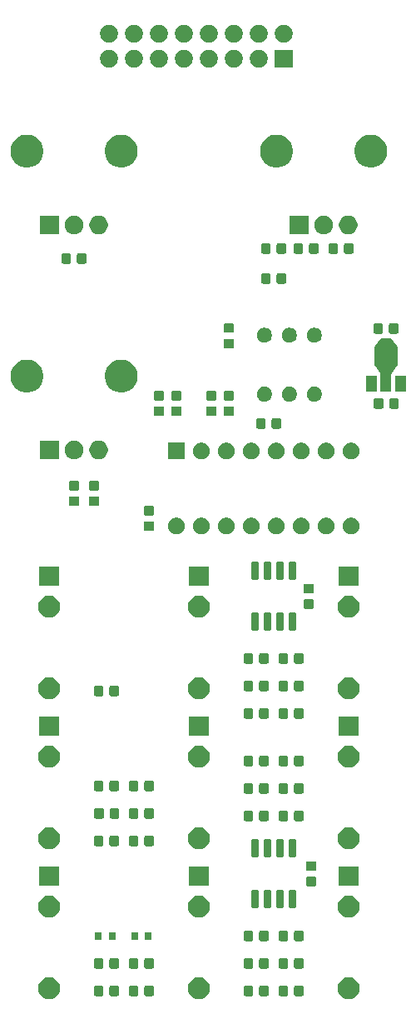
<source format=gbr>
G04 #@! TF.GenerationSoftware,KiCad,Pcbnew,5.1.6-c6e7f7d~86~ubuntu20.04.1*
G04 #@! TF.CreationDate,2020-05-29T14:12:18+02:00*
G04 #@! TF.ProjectId,osc1,6f736331-2e6b-4696-9361-645f70636258,rev?*
G04 #@! TF.SameCoordinates,Original*
G04 #@! TF.FileFunction,Soldermask,Bot*
G04 #@! TF.FilePolarity,Negative*
%FSLAX46Y46*%
G04 Gerber Fmt 4.6, Leading zero omitted, Abs format (unit mm)*
G04 Created by KiCad (PCBNEW 5.1.6-c6e7f7d~86~ubuntu20.04.1) date 2020-05-29 14:12:18*
%MOMM*%
%LPD*%
G01*
G04 APERTURE LIST*
%ADD10C,0.100000*%
G04 APERTURE END LIST*
D10*
G36*
X78993655Y-169062591D02*
G01*
X79065525Y-169076887D01*
X79268624Y-169161013D01*
X79451409Y-169283146D01*
X79606854Y-169438591D01*
X79728987Y-169621376D01*
X79728987Y-169621377D01*
X79813113Y-169824476D01*
X79851320Y-170016552D01*
X79856000Y-170040084D01*
X79856000Y-170259916D01*
X79813113Y-170475525D01*
X79728987Y-170678624D01*
X79606854Y-170861409D01*
X79451409Y-171016854D01*
X79268624Y-171138987D01*
X79065525Y-171223113D01*
X78993655Y-171237409D01*
X78849918Y-171266000D01*
X78630082Y-171266000D01*
X78486345Y-171237409D01*
X78414475Y-171223113D01*
X78211376Y-171138987D01*
X78028591Y-171016854D01*
X77873146Y-170861409D01*
X77751013Y-170678624D01*
X77666887Y-170475525D01*
X77624000Y-170259916D01*
X77624000Y-170040084D01*
X77628681Y-170016552D01*
X77666887Y-169824476D01*
X77751013Y-169621377D01*
X77751013Y-169621376D01*
X77873146Y-169438591D01*
X78028591Y-169283146D01*
X78211376Y-169161013D01*
X78414475Y-169076887D01*
X78486345Y-169062591D01*
X78630082Y-169034000D01*
X78849918Y-169034000D01*
X78993655Y-169062591D01*
G37*
G36*
X94233655Y-169062591D02*
G01*
X94305525Y-169076887D01*
X94508624Y-169161013D01*
X94691409Y-169283146D01*
X94846854Y-169438591D01*
X94968987Y-169621376D01*
X94968987Y-169621377D01*
X95053113Y-169824476D01*
X95091320Y-170016552D01*
X95096000Y-170040084D01*
X95096000Y-170259916D01*
X95053113Y-170475525D01*
X94968987Y-170678624D01*
X94846854Y-170861409D01*
X94691409Y-171016854D01*
X94508624Y-171138987D01*
X94305525Y-171223113D01*
X94233655Y-171237409D01*
X94089918Y-171266000D01*
X93870082Y-171266000D01*
X93726345Y-171237409D01*
X93654475Y-171223113D01*
X93451376Y-171138987D01*
X93268591Y-171016854D01*
X93113146Y-170861409D01*
X92991013Y-170678624D01*
X92906887Y-170475525D01*
X92864000Y-170259916D01*
X92864000Y-170040084D01*
X92868681Y-170016552D01*
X92906887Y-169824476D01*
X92991013Y-169621377D01*
X92991013Y-169621376D01*
X93113146Y-169438591D01*
X93268591Y-169283146D01*
X93451376Y-169161013D01*
X93654475Y-169076887D01*
X93726345Y-169062591D01*
X93870082Y-169034000D01*
X94089918Y-169034000D01*
X94233655Y-169062591D01*
G37*
G36*
X109473655Y-169062591D02*
G01*
X109545525Y-169076887D01*
X109748624Y-169161013D01*
X109931409Y-169283146D01*
X110086854Y-169438591D01*
X110208987Y-169621376D01*
X110208987Y-169621377D01*
X110293113Y-169824476D01*
X110331320Y-170016552D01*
X110336000Y-170040084D01*
X110336000Y-170259916D01*
X110293113Y-170475525D01*
X110208987Y-170678624D01*
X110086854Y-170861409D01*
X109931409Y-171016854D01*
X109748624Y-171138987D01*
X109545525Y-171223113D01*
X109473655Y-171237409D01*
X109329918Y-171266000D01*
X109110082Y-171266000D01*
X108966345Y-171237409D01*
X108894475Y-171223113D01*
X108691376Y-171138987D01*
X108508591Y-171016854D01*
X108353146Y-170861409D01*
X108231013Y-170678624D01*
X108146887Y-170475525D01*
X108104000Y-170259916D01*
X108104000Y-170040084D01*
X108108681Y-170016552D01*
X108146887Y-169824476D01*
X108231013Y-169621377D01*
X108231013Y-169621376D01*
X108353146Y-169438591D01*
X108508591Y-169283146D01*
X108691376Y-169161013D01*
X108894475Y-169076887D01*
X108966345Y-169062591D01*
X109110082Y-169034000D01*
X109329918Y-169034000D01*
X109473655Y-169062591D01*
G37*
G36*
X89267591Y-169912085D02*
G01*
X89301569Y-169922393D01*
X89332890Y-169939134D01*
X89360339Y-169961661D01*
X89382866Y-169989110D01*
X89399607Y-170020431D01*
X89409915Y-170054409D01*
X89414000Y-170095890D01*
X89414000Y-170772110D01*
X89409915Y-170813591D01*
X89399607Y-170847569D01*
X89382866Y-170878890D01*
X89360339Y-170906339D01*
X89332890Y-170928866D01*
X89301569Y-170945607D01*
X89267591Y-170955915D01*
X89226110Y-170960000D01*
X88624890Y-170960000D01*
X88583409Y-170955915D01*
X88549431Y-170945607D01*
X88518110Y-170928866D01*
X88490661Y-170906339D01*
X88468134Y-170878890D01*
X88451393Y-170847569D01*
X88441085Y-170813591D01*
X88437000Y-170772110D01*
X88437000Y-170095890D01*
X88441085Y-170054409D01*
X88451393Y-170020431D01*
X88468134Y-169989110D01*
X88490661Y-169961661D01*
X88518110Y-169939134D01*
X88549431Y-169922393D01*
X88583409Y-169912085D01*
X88624890Y-169908000D01*
X89226110Y-169908000D01*
X89267591Y-169912085D01*
G37*
G36*
X87692591Y-169912085D02*
G01*
X87726569Y-169922393D01*
X87757890Y-169939134D01*
X87785339Y-169961661D01*
X87807866Y-169989110D01*
X87824607Y-170020431D01*
X87834915Y-170054409D01*
X87839000Y-170095890D01*
X87839000Y-170772110D01*
X87834915Y-170813591D01*
X87824607Y-170847569D01*
X87807866Y-170878890D01*
X87785339Y-170906339D01*
X87757890Y-170928866D01*
X87726569Y-170945607D01*
X87692591Y-170955915D01*
X87651110Y-170960000D01*
X87049890Y-170960000D01*
X87008409Y-170955915D01*
X86974431Y-170945607D01*
X86943110Y-170928866D01*
X86915661Y-170906339D01*
X86893134Y-170878890D01*
X86876393Y-170847569D01*
X86866085Y-170813591D01*
X86862000Y-170772110D01*
X86862000Y-170095890D01*
X86866085Y-170054409D01*
X86876393Y-170020431D01*
X86893134Y-169989110D01*
X86915661Y-169961661D01*
X86943110Y-169939134D01*
X86974431Y-169922393D01*
X87008409Y-169912085D01*
X87049890Y-169908000D01*
X87651110Y-169908000D01*
X87692591Y-169912085D01*
G37*
G36*
X84136591Y-169912085D02*
G01*
X84170569Y-169922393D01*
X84201890Y-169939134D01*
X84229339Y-169961661D01*
X84251866Y-169989110D01*
X84268607Y-170020431D01*
X84278915Y-170054409D01*
X84283000Y-170095890D01*
X84283000Y-170772110D01*
X84278915Y-170813591D01*
X84268607Y-170847569D01*
X84251866Y-170878890D01*
X84229339Y-170906339D01*
X84201890Y-170928866D01*
X84170569Y-170945607D01*
X84136591Y-170955915D01*
X84095110Y-170960000D01*
X83493890Y-170960000D01*
X83452409Y-170955915D01*
X83418431Y-170945607D01*
X83387110Y-170928866D01*
X83359661Y-170906339D01*
X83337134Y-170878890D01*
X83320393Y-170847569D01*
X83310085Y-170813591D01*
X83306000Y-170772110D01*
X83306000Y-170095890D01*
X83310085Y-170054409D01*
X83320393Y-170020431D01*
X83337134Y-169989110D01*
X83359661Y-169961661D01*
X83387110Y-169939134D01*
X83418431Y-169922393D01*
X83452409Y-169912085D01*
X83493890Y-169908000D01*
X84095110Y-169908000D01*
X84136591Y-169912085D01*
G37*
G36*
X85711591Y-169912085D02*
G01*
X85745569Y-169922393D01*
X85776890Y-169939134D01*
X85804339Y-169961661D01*
X85826866Y-169989110D01*
X85843607Y-170020431D01*
X85853915Y-170054409D01*
X85858000Y-170095890D01*
X85858000Y-170772110D01*
X85853915Y-170813591D01*
X85843607Y-170847569D01*
X85826866Y-170878890D01*
X85804339Y-170906339D01*
X85776890Y-170928866D01*
X85745569Y-170945607D01*
X85711591Y-170955915D01*
X85670110Y-170960000D01*
X85068890Y-170960000D01*
X85027409Y-170955915D01*
X84993431Y-170945607D01*
X84962110Y-170928866D01*
X84934661Y-170906339D01*
X84912134Y-170878890D01*
X84895393Y-170847569D01*
X84885085Y-170813591D01*
X84881000Y-170772110D01*
X84881000Y-170095890D01*
X84885085Y-170054409D01*
X84895393Y-170020431D01*
X84912134Y-169989110D01*
X84934661Y-169961661D01*
X84962110Y-169939134D01*
X84993431Y-169922393D01*
X85027409Y-169912085D01*
X85068890Y-169908000D01*
X85670110Y-169908000D01*
X85711591Y-169912085D01*
G37*
G36*
X100951591Y-169912085D02*
G01*
X100985569Y-169922393D01*
X101016890Y-169939134D01*
X101044339Y-169961661D01*
X101066866Y-169989110D01*
X101083607Y-170020431D01*
X101093915Y-170054409D01*
X101098000Y-170095890D01*
X101098000Y-170772110D01*
X101093915Y-170813591D01*
X101083607Y-170847569D01*
X101066866Y-170878890D01*
X101044339Y-170906339D01*
X101016890Y-170928866D01*
X100985569Y-170945607D01*
X100951591Y-170955915D01*
X100910110Y-170960000D01*
X100308890Y-170960000D01*
X100267409Y-170955915D01*
X100233431Y-170945607D01*
X100202110Y-170928866D01*
X100174661Y-170906339D01*
X100152134Y-170878890D01*
X100135393Y-170847569D01*
X100125085Y-170813591D01*
X100121000Y-170772110D01*
X100121000Y-170095890D01*
X100125085Y-170054409D01*
X100135393Y-170020431D01*
X100152134Y-169989110D01*
X100174661Y-169961661D01*
X100202110Y-169939134D01*
X100233431Y-169922393D01*
X100267409Y-169912085D01*
X100308890Y-169908000D01*
X100910110Y-169908000D01*
X100951591Y-169912085D01*
G37*
G36*
X99376591Y-169912085D02*
G01*
X99410569Y-169922393D01*
X99441890Y-169939134D01*
X99469339Y-169961661D01*
X99491866Y-169989110D01*
X99508607Y-170020431D01*
X99518915Y-170054409D01*
X99523000Y-170095890D01*
X99523000Y-170772110D01*
X99518915Y-170813591D01*
X99508607Y-170847569D01*
X99491866Y-170878890D01*
X99469339Y-170906339D01*
X99441890Y-170928866D01*
X99410569Y-170945607D01*
X99376591Y-170955915D01*
X99335110Y-170960000D01*
X98733890Y-170960000D01*
X98692409Y-170955915D01*
X98658431Y-170945607D01*
X98627110Y-170928866D01*
X98599661Y-170906339D01*
X98577134Y-170878890D01*
X98560393Y-170847569D01*
X98550085Y-170813591D01*
X98546000Y-170772110D01*
X98546000Y-170095890D01*
X98550085Y-170054409D01*
X98560393Y-170020431D01*
X98577134Y-169989110D01*
X98599661Y-169961661D01*
X98627110Y-169939134D01*
X98658431Y-169922393D01*
X98692409Y-169912085D01*
X98733890Y-169908000D01*
X99335110Y-169908000D01*
X99376591Y-169912085D01*
G37*
G36*
X104507591Y-169912085D02*
G01*
X104541569Y-169922393D01*
X104572890Y-169939134D01*
X104600339Y-169961661D01*
X104622866Y-169989110D01*
X104639607Y-170020431D01*
X104649915Y-170054409D01*
X104654000Y-170095890D01*
X104654000Y-170772110D01*
X104649915Y-170813591D01*
X104639607Y-170847569D01*
X104622866Y-170878890D01*
X104600339Y-170906339D01*
X104572890Y-170928866D01*
X104541569Y-170945607D01*
X104507591Y-170955915D01*
X104466110Y-170960000D01*
X103864890Y-170960000D01*
X103823409Y-170955915D01*
X103789431Y-170945607D01*
X103758110Y-170928866D01*
X103730661Y-170906339D01*
X103708134Y-170878890D01*
X103691393Y-170847569D01*
X103681085Y-170813591D01*
X103677000Y-170772110D01*
X103677000Y-170095890D01*
X103681085Y-170054409D01*
X103691393Y-170020431D01*
X103708134Y-169989110D01*
X103730661Y-169961661D01*
X103758110Y-169939134D01*
X103789431Y-169922393D01*
X103823409Y-169912085D01*
X103864890Y-169908000D01*
X104466110Y-169908000D01*
X104507591Y-169912085D01*
G37*
G36*
X102932591Y-169912085D02*
G01*
X102966569Y-169922393D01*
X102997890Y-169939134D01*
X103025339Y-169961661D01*
X103047866Y-169989110D01*
X103064607Y-170020431D01*
X103074915Y-170054409D01*
X103079000Y-170095890D01*
X103079000Y-170772110D01*
X103074915Y-170813591D01*
X103064607Y-170847569D01*
X103047866Y-170878890D01*
X103025339Y-170906339D01*
X102997890Y-170928866D01*
X102966569Y-170945607D01*
X102932591Y-170955915D01*
X102891110Y-170960000D01*
X102289890Y-170960000D01*
X102248409Y-170955915D01*
X102214431Y-170945607D01*
X102183110Y-170928866D01*
X102155661Y-170906339D01*
X102133134Y-170878890D01*
X102116393Y-170847569D01*
X102106085Y-170813591D01*
X102102000Y-170772110D01*
X102102000Y-170095890D01*
X102106085Y-170054409D01*
X102116393Y-170020431D01*
X102133134Y-169989110D01*
X102155661Y-169961661D01*
X102183110Y-169939134D01*
X102214431Y-169922393D01*
X102248409Y-169912085D01*
X102289890Y-169908000D01*
X102891110Y-169908000D01*
X102932591Y-169912085D01*
G37*
G36*
X87692591Y-167118085D02*
G01*
X87726569Y-167128393D01*
X87757890Y-167145134D01*
X87785339Y-167167661D01*
X87807866Y-167195110D01*
X87824607Y-167226431D01*
X87834915Y-167260409D01*
X87839000Y-167301890D01*
X87839000Y-167978110D01*
X87834915Y-168019591D01*
X87824607Y-168053569D01*
X87807866Y-168084890D01*
X87785339Y-168112339D01*
X87757890Y-168134866D01*
X87726569Y-168151607D01*
X87692591Y-168161915D01*
X87651110Y-168166000D01*
X87049890Y-168166000D01*
X87008409Y-168161915D01*
X86974431Y-168151607D01*
X86943110Y-168134866D01*
X86915661Y-168112339D01*
X86893134Y-168084890D01*
X86876393Y-168053569D01*
X86866085Y-168019591D01*
X86862000Y-167978110D01*
X86862000Y-167301890D01*
X86866085Y-167260409D01*
X86876393Y-167226431D01*
X86893134Y-167195110D01*
X86915661Y-167167661D01*
X86943110Y-167145134D01*
X86974431Y-167128393D01*
X87008409Y-167118085D01*
X87049890Y-167114000D01*
X87651110Y-167114000D01*
X87692591Y-167118085D01*
G37*
G36*
X85711591Y-167118085D02*
G01*
X85745569Y-167128393D01*
X85776890Y-167145134D01*
X85804339Y-167167661D01*
X85826866Y-167195110D01*
X85843607Y-167226431D01*
X85853915Y-167260409D01*
X85858000Y-167301890D01*
X85858000Y-167978110D01*
X85853915Y-168019591D01*
X85843607Y-168053569D01*
X85826866Y-168084890D01*
X85804339Y-168112339D01*
X85776890Y-168134866D01*
X85745569Y-168151607D01*
X85711591Y-168161915D01*
X85670110Y-168166000D01*
X85068890Y-168166000D01*
X85027409Y-168161915D01*
X84993431Y-168151607D01*
X84962110Y-168134866D01*
X84934661Y-168112339D01*
X84912134Y-168084890D01*
X84895393Y-168053569D01*
X84885085Y-168019591D01*
X84881000Y-167978110D01*
X84881000Y-167301890D01*
X84885085Y-167260409D01*
X84895393Y-167226431D01*
X84912134Y-167195110D01*
X84934661Y-167167661D01*
X84962110Y-167145134D01*
X84993431Y-167128393D01*
X85027409Y-167118085D01*
X85068890Y-167114000D01*
X85670110Y-167114000D01*
X85711591Y-167118085D01*
G37*
G36*
X102932591Y-167118085D02*
G01*
X102966569Y-167128393D01*
X102997890Y-167145134D01*
X103025339Y-167167661D01*
X103047866Y-167195110D01*
X103064607Y-167226431D01*
X103074915Y-167260409D01*
X103079000Y-167301890D01*
X103079000Y-167978110D01*
X103074915Y-168019591D01*
X103064607Y-168053569D01*
X103047866Y-168084890D01*
X103025339Y-168112339D01*
X102997890Y-168134866D01*
X102966569Y-168151607D01*
X102932591Y-168161915D01*
X102891110Y-168166000D01*
X102289890Y-168166000D01*
X102248409Y-168161915D01*
X102214431Y-168151607D01*
X102183110Y-168134866D01*
X102155661Y-168112339D01*
X102133134Y-168084890D01*
X102116393Y-168053569D01*
X102106085Y-168019591D01*
X102102000Y-167978110D01*
X102102000Y-167301890D01*
X102106085Y-167260409D01*
X102116393Y-167226431D01*
X102133134Y-167195110D01*
X102155661Y-167167661D01*
X102183110Y-167145134D01*
X102214431Y-167128393D01*
X102248409Y-167118085D01*
X102289890Y-167114000D01*
X102891110Y-167114000D01*
X102932591Y-167118085D01*
G37*
G36*
X84136591Y-167118085D02*
G01*
X84170569Y-167128393D01*
X84201890Y-167145134D01*
X84229339Y-167167661D01*
X84251866Y-167195110D01*
X84268607Y-167226431D01*
X84278915Y-167260409D01*
X84283000Y-167301890D01*
X84283000Y-167978110D01*
X84278915Y-168019591D01*
X84268607Y-168053569D01*
X84251866Y-168084890D01*
X84229339Y-168112339D01*
X84201890Y-168134866D01*
X84170569Y-168151607D01*
X84136591Y-168161915D01*
X84095110Y-168166000D01*
X83493890Y-168166000D01*
X83452409Y-168161915D01*
X83418431Y-168151607D01*
X83387110Y-168134866D01*
X83359661Y-168112339D01*
X83337134Y-168084890D01*
X83320393Y-168053569D01*
X83310085Y-168019591D01*
X83306000Y-167978110D01*
X83306000Y-167301890D01*
X83310085Y-167260409D01*
X83320393Y-167226431D01*
X83337134Y-167195110D01*
X83359661Y-167167661D01*
X83387110Y-167145134D01*
X83418431Y-167128393D01*
X83452409Y-167118085D01*
X83493890Y-167114000D01*
X84095110Y-167114000D01*
X84136591Y-167118085D01*
G37*
G36*
X104507591Y-167118085D02*
G01*
X104541569Y-167128393D01*
X104572890Y-167145134D01*
X104600339Y-167167661D01*
X104622866Y-167195110D01*
X104639607Y-167226431D01*
X104649915Y-167260409D01*
X104654000Y-167301890D01*
X104654000Y-167978110D01*
X104649915Y-168019591D01*
X104639607Y-168053569D01*
X104622866Y-168084890D01*
X104600339Y-168112339D01*
X104572890Y-168134866D01*
X104541569Y-168151607D01*
X104507591Y-168161915D01*
X104466110Y-168166000D01*
X103864890Y-168166000D01*
X103823409Y-168161915D01*
X103789431Y-168151607D01*
X103758110Y-168134866D01*
X103730661Y-168112339D01*
X103708134Y-168084890D01*
X103691393Y-168053569D01*
X103681085Y-168019591D01*
X103677000Y-167978110D01*
X103677000Y-167301890D01*
X103681085Y-167260409D01*
X103691393Y-167226431D01*
X103708134Y-167195110D01*
X103730661Y-167167661D01*
X103758110Y-167145134D01*
X103789431Y-167128393D01*
X103823409Y-167118085D01*
X103864890Y-167114000D01*
X104466110Y-167114000D01*
X104507591Y-167118085D01*
G37*
G36*
X89267591Y-167118085D02*
G01*
X89301569Y-167128393D01*
X89332890Y-167145134D01*
X89360339Y-167167661D01*
X89382866Y-167195110D01*
X89399607Y-167226431D01*
X89409915Y-167260409D01*
X89414000Y-167301890D01*
X89414000Y-167978110D01*
X89409915Y-168019591D01*
X89399607Y-168053569D01*
X89382866Y-168084890D01*
X89360339Y-168112339D01*
X89332890Y-168134866D01*
X89301569Y-168151607D01*
X89267591Y-168161915D01*
X89226110Y-168166000D01*
X88624890Y-168166000D01*
X88583409Y-168161915D01*
X88549431Y-168151607D01*
X88518110Y-168134866D01*
X88490661Y-168112339D01*
X88468134Y-168084890D01*
X88451393Y-168053569D01*
X88441085Y-168019591D01*
X88437000Y-167978110D01*
X88437000Y-167301890D01*
X88441085Y-167260409D01*
X88451393Y-167226431D01*
X88468134Y-167195110D01*
X88490661Y-167167661D01*
X88518110Y-167145134D01*
X88549431Y-167128393D01*
X88583409Y-167118085D01*
X88624890Y-167114000D01*
X89226110Y-167114000D01*
X89267591Y-167118085D01*
G37*
G36*
X99376591Y-167118085D02*
G01*
X99410569Y-167128393D01*
X99441890Y-167145134D01*
X99469339Y-167167661D01*
X99491866Y-167195110D01*
X99508607Y-167226431D01*
X99518915Y-167260409D01*
X99523000Y-167301890D01*
X99523000Y-167978110D01*
X99518915Y-168019591D01*
X99508607Y-168053569D01*
X99491866Y-168084890D01*
X99469339Y-168112339D01*
X99441890Y-168134866D01*
X99410569Y-168151607D01*
X99376591Y-168161915D01*
X99335110Y-168166000D01*
X98733890Y-168166000D01*
X98692409Y-168161915D01*
X98658431Y-168151607D01*
X98627110Y-168134866D01*
X98599661Y-168112339D01*
X98577134Y-168084890D01*
X98560393Y-168053569D01*
X98550085Y-168019591D01*
X98546000Y-167978110D01*
X98546000Y-167301890D01*
X98550085Y-167260409D01*
X98560393Y-167226431D01*
X98577134Y-167195110D01*
X98599661Y-167167661D01*
X98627110Y-167145134D01*
X98658431Y-167128393D01*
X98692409Y-167118085D01*
X98733890Y-167114000D01*
X99335110Y-167114000D01*
X99376591Y-167118085D01*
G37*
G36*
X100951591Y-167118085D02*
G01*
X100985569Y-167128393D01*
X101016890Y-167145134D01*
X101044339Y-167167661D01*
X101066866Y-167195110D01*
X101083607Y-167226431D01*
X101093915Y-167260409D01*
X101098000Y-167301890D01*
X101098000Y-167978110D01*
X101093915Y-168019591D01*
X101083607Y-168053569D01*
X101066866Y-168084890D01*
X101044339Y-168112339D01*
X101016890Y-168134866D01*
X100985569Y-168151607D01*
X100951591Y-168161915D01*
X100910110Y-168166000D01*
X100308890Y-168166000D01*
X100267409Y-168161915D01*
X100233431Y-168151607D01*
X100202110Y-168134866D01*
X100174661Y-168112339D01*
X100152134Y-168084890D01*
X100135393Y-168053569D01*
X100125085Y-168019591D01*
X100121000Y-167978110D01*
X100121000Y-167301890D01*
X100125085Y-167260409D01*
X100135393Y-167226431D01*
X100152134Y-167195110D01*
X100174661Y-167167661D01*
X100202110Y-167145134D01*
X100233431Y-167128393D01*
X100267409Y-167118085D01*
X100308890Y-167114000D01*
X100910110Y-167114000D01*
X100951591Y-167118085D01*
G37*
G36*
X104507591Y-164324085D02*
G01*
X104541569Y-164334393D01*
X104572890Y-164351134D01*
X104600339Y-164373661D01*
X104622866Y-164401110D01*
X104639607Y-164432431D01*
X104649915Y-164466409D01*
X104654000Y-164507890D01*
X104654000Y-165184110D01*
X104649915Y-165225591D01*
X104639607Y-165259569D01*
X104622866Y-165290890D01*
X104600339Y-165318339D01*
X104572890Y-165340866D01*
X104541569Y-165357607D01*
X104507591Y-165367915D01*
X104466110Y-165372000D01*
X103864890Y-165372000D01*
X103823409Y-165367915D01*
X103789431Y-165357607D01*
X103758110Y-165340866D01*
X103730661Y-165318339D01*
X103708134Y-165290890D01*
X103691393Y-165259569D01*
X103681085Y-165225591D01*
X103677000Y-165184110D01*
X103677000Y-164507890D01*
X103681085Y-164466409D01*
X103691393Y-164432431D01*
X103708134Y-164401110D01*
X103730661Y-164373661D01*
X103758110Y-164351134D01*
X103789431Y-164334393D01*
X103823409Y-164324085D01*
X103864890Y-164320000D01*
X104466110Y-164320000D01*
X104507591Y-164324085D01*
G37*
G36*
X100951591Y-164324085D02*
G01*
X100985569Y-164334393D01*
X101016890Y-164351134D01*
X101044339Y-164373661D01*
X101066866Y-164401110D01*
X101083607Y-164432431D01*
X101093915Y-164466409D01*
X101098000Y-164507890D01*
X101098000Y-165184110D01*
X101093915Y-165225591D01*
X101083607Y-165259569D01*
X101066866Y-165290890D01*
X101044339Y-165318339D01*
X101016890Y-165340866D01*
X100985569Y-165357607D01*
X100951591Y-165367915D01*
X100910110Y-165372000D01*
X100308890Y-165372000D01*
X100267409Y-165367915D01*
X100233431Y-165357607D01*
X100202110Y-165340866D01*
X100174661Y-165318339D01*
X100152134Y-165290890D01*
X100135393Y-165259569D01*
X100125085Y-165225591D01*
X100121000Y-165184110D01*
X100121000Y-164507890D01*
X100125085Y-164466409D01*
X100135393Y-164432431D01*
X100152134Y-164401110D01*
X100174661Y-164373661D01*
X100202110Y-164351134D01*
X100233431Y-164334393D01*
X100267409Y-164324085D01*
X100308890Y-164320000D01*
X100910110Y-164320000D01*
X100951591Y-164324085D01*
G37*
G36*
X99376591Y-164324085D02*
G01*
X99410569Y-164334393D01*
X99441890Y-164351134D01*
X99469339Y-164373661D01*
X99491866Y-164401110D01*
X99508607Y-164432431D01*
X99518915Y-164466409D01*
X99523000Y-164507890D01*
X99523000Y-165184110D01*
X99518915Y-165225591D01*
X99508607Y-165259569D01*
X99491866Y-165290890D01*
X99469339Y-165318339D01*
X99441890Y-165340866D01*
X99410569Y-165357607D01*
X99376591Y-165367915D01*
X99335110Y-165372000D01*
X98733890Y-165372000D01*
X98692409Y-165367915D01*
X98658431Y-165357607D01*
X98627110Y-165340866D01*
X98599661Y-165318339D01*
X98577134Y-165290890D01*
X98560393Y-165259569D01*
X98550085Y-165225591D01*
X98546000Y-165184110D01*
X98546000Y-164507890D01*
X98550085Y-164466409D01*
X98560393Y-164432431D01*
X98577134Y-164401110D01*
X98599661Y-164373661D01*
X98627110Y-164351134D01*
X98658431Y-164334393D01*
X98692409Y-164324085D01*
X98733890Y-164320000D01*
X99335110Y-164320000D01*
X99376591Y-164324085D01*
G37*
G36*
X102932591Y-164324085D02*
G01*
X102966569Y-164334393D01*
X102997890Y-164351134D01*
X103025339Y-164373661D01*
X103047866Y-164401110D01*
X103064607Y-164432431D01*
X103074915Y-164466409D01*
X103079000Y-164507890D01*
X103079000Y-165184110D01*
X103074915Y-165225591D01*
X103064607Y-165259569D01*
X103047866Y-165290890D01*
X103025339Y-165318339D01*
X102997890Y-165340866D01*
X102966569Y-165357607D01*
X102932591Y-165367915D01*
X102891110Y-165372000D01*
X102289890Y-165372000D01*
X102248409Y-165367915D01*
X102214431Y-165357607D01*
X102183110Y-165340866D01*
X102155661Y-165318339D01*
X102133134Y-165290890D01*
X102116393Y-165259569D01*
X102106085Y-165225591D01*
X102102000Y-165184110D01*
X102102000Y-164507890D01*
X102106085Y-164466409D01*
X102116393Y-164432431D01*
X102133134Y-164401110D01*
X102155661Y-164373661D01*
X102183110Y-164351134D01*
X102214431Y-164334393D01*
X102248409Y-164324085D01*
X102289890Y-164320000D01*
X102891110Y-164320000D01*
X102932591Y-164324085D01*
G37*
G36*
X85506000Y-165247000D02*
G01*
X84804000Y-165247000D01*
X84804000Y-164445000D01*
X85506000Y-164445000D01*
X85506000Y-165247000D01*
G37*
G36*
X89189000Y-165247000D02*
G01*
X88487000Y-165247000D01*
X88487000Y-164445000D01*
X89189000Y-164445000D01*
X89189000Y-165247000D01*
G37*
G36*
X87789000Y-165247000D02*
G01*
X87087000Y-165247000D01*
X87087000Y-164445000D01*
X87789000Y-164445000D01*
X87789000Y-165247000D01*
G37*
G36*
X84106000Y-165247000D02*
G01*
X83404000Y-165247000D01*
X83404000Y-164445000D01*
X84106000Y-164445000D01*
X84106000Y-165247000D01*
G37*
G36*
X78993655Y-160762591D02*
G01*
X79065525Y-160776887D01*
X79268624Y-160861013D01*
X79451409Y-160983146D01*
X79606854Y-161138591D01*
X79728987Y-161321376D01*
X79728987Y-161321377D01*
X79813113Y-161524476D01*
X79856000Y-161740082D01*
X79856000Y-161959918D01*
X79848624Y-161997000D01*
X79813113Y-162175525D01*
X79728987Y-162378624D01*
X79606854Y-162561409D01*
X79451409Y-162716854D01*
X79268624Y-162838987D01*
X79065525Y-162923113D01*
X78993655Y-162937409D01*
X78849918Y-162966000D01*
X78630082Y-162966000D01*
X78486345Y-162937409D01*
X78414475Y-162923113D01*
X78211376Y-162838987D01*
X78028591Y-162716854D01*
X77873146Y-162561409D01*
X77751013Y-162378624D01*
X77666887Y-162175525D01*
X77631376Y-161997000D01*
X77624000Y-161959918D01*
X77624000Y-161740082D01*
X77666887Y-161524476D01*
X77751013Y-161321377D01*
X77751013Y-161321376D01*
X77873146Y-161138591D01*
X78028591Y-160983146D01*
X78211376Y-160861013D01*
X78414475Y-160776887D01*
X78486345Y-160762591D01*
X78630082Y-160734000D01*
X78849918Y-160734000D01*
X78993655Y-160762591D01*
G37*
G36*
X109473655Y-160762591D02*
G01*
X109545525Y-160776887D01*
X109748624Y-160861013D01*
X109931409Y-160983146D01*
X110086854Y-161138591D01*
X110208987Y-161321376D01*
X110208987Y-161321377D01*
X110293113Y-161524476D01*
X110336000Y-161740082D01*
X110336000Y-161959918D01*
X110328624Y-161997000D01*
X110293113Y-162175525D01*
X110208987Y-162378624D01*
X110086854Y-162561409D01*
X109931409Y-162716854D01*
X109748624Y-162838987D01*
X109545525Y-162923113D01*
X109473655Y-162937409D01*
X109329918Y-162966000D01*
X109110082Y-162966000D01*
X108966345Y-162937409D01*
X108894475Y-162923113D01*
X108691376Y-162838987D01*
X108508591Y-162716854D01*
X108353146Y-162561409D01*
X108231013Y-162378624D01*
X108146887Y-162175525D01*
X108111376Y-161997000D01*
X108104000Y-161959918D01*
X108104000Y-161740082D01*
X108146887Y-161524476D01*
X108231013Y-161321377D01*
X108231013Y-161321376D01*
X108353146Y-161138591D01*
X108508591Y-160983146D01*
X108691376Y-160861013D01*
X108894475Y-160776887D01*
X108966345Y-160762591D01*
X109110082Y-160734000D01*
X109329918Y-160734000D01*
X109473655Y-160762591D01*
G37*
G36*
X94233655Y-160762591D02*
G01*
X94305525Y-160776887D01*
X94508624Y-160861013D01*
X94691409Y-160983146D01*
X94846854Y-161138591D01*
X94968987Y-161321376D01*
X94968987Y-161321377D01*
X95053113Y-161524476D01*
X95096000Y-161740082D01*
X95096000Y-161959918D01*
X95088624Y-161997000D01*
X95053113Y-162175525D01*
X94968987Y-162378624D01*
X94846854Y-162561409D01*
X94691409Y-162716854D01*
X94508624Y-162838987D01*
X94305525Y-162923113D01*
X94233655Y-162937409D01*
X94089918Y-162966000D01*
X93870082Y-162966000D01*
X93726345Y-162937409D01*
X93654475Y-162923113D01*
X93451376Y-162838987D01*
X93268591Y-162716854D01*
X93113146Y-162561409D01*
X92991013Y-162378624D01*
X92906887Y-162175525D01*
X92871376Y-161997000D01*
X92864000Y-161959918D01*
X92864000Y-161740082D01*
X92906887Y-161524476D01*
X92991013Y-161321377D01*
X92991013Y-161321376D01*
X93113146Y-161138591D01*
X93268591Y-160983146D01*
X93451376Y-160861013D01*
X93654475Y-160776887D01*
X93726345Y-160762591D01*
X93870082Y-160734000D01*
X94089918Y-160734000D01*
X94233655Y-160762591D01*
G37*
G36*
X101224928Y-160147764D02*
G01*
X101246009Y-160154160D01*
X101265445Y-160164548D01*
X101282476Y-160178524D01*
X101296452Y-160195555D01*
X101306840Y-160214991D01*
X101313236Y-160236072D01*
X101316000Y-160264140D01*
X101316000Y-161877860D01*
X101313236Y-161905928D01*
X101306840Y-161927009D01*
X101296452Y-161946445D01*
X101282476Y-161963476D01*
X101265445Y-161977452D01*
X101246009Y-161987840D01*
X101224928Y-161994236D01*
X101196860Y-161997000D01*
X100733140Y-161997000D01*
X100705072Y-161994236D01*
X100683991Y-161987840D01*
X100664555Y-161977452D01*
X100647524Y-161963476D01*
X100633548Y-161946445D01*
X100623160Y-161927009D01*
X100616764Y-161905928D01*
X100614000Y-161877860D01*
X100614000Y-160264140D01*
X100616764Y-160236072D01*
X100623160Y-160214991D01*
X100633548Y-160195555D01*
X100647524Y-160178524D01*
X100664555Y-160164548D01*
X100683991Y-160154160D01*
X100705072Y-160147764D01*
X100733140Y-160145000D01*
X101196860Y-160145000D01*
X101224928Y-160147764D01*
G37*
G36*
X103764928Y-160147764D02*
G01*
X103786009Y-160154160D01*
X103805445Y-160164548D01*
X103822476Y-160178524D01*
X103836452Y-160195555D01*
X103846840Y-160214991D01*
X103853236Y-160236072D01*
X103856000Y-160264140D01*
X103856000Y-161877860D01*
X103853236Y-161905928D01*
X103846840Y-161927009D01*
X103836452Y-161946445D01*
X103822476Y-161963476D01*
X103805445Y-161977452D01*
X103786009Y-161987840D01*
X103764928Y-161994236D01*
X103736860Y-161997000D01*
X103273140Y-161997000D01*
X103245072Y-161994236D01*
X103223991Y-161987840D01*
X103204555Y-161977452D01*
X103187524Y-161963476D01*
X103173548Y-161946445D01*
X103163160Y-161927009D01*
X103156764Y-161905928D01*
X103154000Y-161877860D01*
X103154000Y-160264140D01*
X103156764Y-160236072D01*
X103163160Y-160214991D01*
X103173548Y-160195555D01*
X103187524Y-160178524D01*
X103204555Y-160164548D01*
X103223991Y-160154160D01*
X103245072Y-160147764D01*
X103273140Y-160145000D01*
X103736860Y-160145000D01*
X103764928Y-160147764D01*
G37*
G36*
X102494928Y-160147764D02*
G01*
X102516009Y-160154160D01*
X102535445Y-160164548D01*
X102552476Y-160178524D01*
X102566452Y-160195555D01*
X102576840Y-160214991D01*
X102583236Y-160236072D01*
X102586000Y-160264140D01*
X102586000Y-161877860D01*
X102583236Y-161905928D01*
X102576840Y-161927009D01*
X102566452Y-161946445D01*
X102552476Y-161963476D01*
X102535445Y-161977452D01*
X102516009Y-161987840D01*
X102494928Y-161994236D01*
X102466860Y-161997000D01*
X102003140Y-161997000D01*
X101975072Y-161994236D01*
X101953991Y-161987840D01*
X101934555Y-161977452D01*
X101917524Y-161963476D01*
X101903548Y-161946445D01*
X101893160Y-161927009D01*
X101886764Y-161905928D01*
X101884000Y-161877860D01*
X101884000Y-160264140D01*
X101886764Y-160236072D01*
X101893160Y-160214991D01*
X101903548Y-160195555D01*
X101917524Y-160178524D01*
X101934555Y-160164548D01*
X101953991Y-160154160D01*
X101975072Y-160147764D01*
X102003140Y-160145000D01*
X102466860Y-160145000D01*
X102494928Y-160147764D01*
G37*
G36*
X99954928Y-160147764D02*
G01*
X99976009Y-160154160D01*
X99995445Y-160164548D01*
X100012476Y-160178524D01*
X100026452Y-160195555D01*
X100036840Y-160214991D01*
X100043236Y-160236072D01*
X100046000Y-160264140D01*
X100046000Y-161877860D01*
X100043236Y-161905928D01*
X100036840Y-161927009D01*
X100026452Y-161946445D01*
X100012476Y-161963476D01*
X99995445Y-161977452D01*
X99976009Y-161987840D01*
X99954928Y-161994236D01*
X99926860Y-161997000D01*
X99463140Y-161997000D01*
X99435072Y-161994236D01*
X99413991Y-161987840D01*
X99394555Y-161977452D01*
X99377524Y-161963476D01*
X99363548Y-161946445D01*
X99353160Y-161927009D01*
X99346764Y-161905928D01*
X99344000Y-161877860D01*
X99344000Y-160264140D01*
X99346764Y-160236072D01*
X99353160Y-160214991D01*
X99363548Y-160195555D01*
X99377524Y-160178524D01*
X99394555Y-160164548D01*
X99413991Y-160154160D01*
X99435072Y-160147764D01*
X99463140Y-160145000D01*
X99926860Y-160145000D01*
X99954928Y-160147764D01*
G37*
G36*
X105789591Y-158824585D02*
G01*
X105823569Y-158834893D01*
X105854890Y-158851634D01*
X105882339Y-158874161D01*
X105904866Y-158901610D01*
X105921607Y-158932931D01*
X105931915Y-158966909D01*
X105936000Y-159008390D01*
X105936000Y-159609610D01*
X105931915Y-159651091D01*
X105921607Y-159685069D01*
X105904866Y-159716390D01*
X105882339Y-159743839D01*
X105854890Y-159766366D01*
X105823569Y-159783107D01*
X105789591Y-159793415D01*
X105748110Y-159797500D01*
X105071890Y-159797500D01*
X105030409Y-159793415D01*
X104996431Y-159783107D01*
X104965110Y-159766366D01*
X104937661Y-159743839D01*
X104915134Y-159716390D01*
X104898393Y-159685069D01*
X104888085Y-159651091D01*
X104884000Y-159609610D01*
X104884000Y-159008390D01*
X104888085Y-158966909D01*
X104898393Y-158932931D01*
X104915134Y-158901610D01*
X104937661Y-158874161D01*
X104965110Y-158851634D01*
X104996431Y-158834893D01*
X105030409Y-158824585D01*
X105071890Y-158820500D01*
X105748110Y-158820500D01*
X105789591Y-158824585D01*
G37*
G36*
X94996000Y-159716000D02*
G01*
X92964000Y-159716000D01*
X92964000Y-157784000D01*
X94996000Y-157784000D01*
X94996000Y-159716000D01*
G37*
G36*
X79756000Y-159716000D02*
G01*
X77724000Y-159716000D01*
X77724000Y-157784000D01*
X79756000Y-157784000D01*
X79756000Y-159716000D01*
G37*
G36*
X110236000Y-159716000D02*
G01*
X108204000Y-159716000D01*
X108204000Y-157784000D01*
X110236000Y-157784000D01*
X110236000Y-159716000D01*
G37*
G36*
X105789591Y-157249585D02*
G01*
X105823569Y-157259893D01*
X105854890Y-157276634D01*
X105882339Y-157299161D01*
X105904866Y-157326610D01*
X105921607Y-157357931D01*
X105931915Y-157391909D01*
X105936000Y-157433390D01*
X105936000Y-158034610D01*
X105931915Y-158076091D01*
X105921607Y-158110069D01*
X105904866Y-158141390D01*
X105882339Y-158168839D01*
X105854890Y-158191366D01*
X105823569Y-158208107D01*
X105789591Y-158218415D01*
X105748110Y-158222500D01*
X105071890Y-158222500D01*
X105030409Y-158218415D01*
X104996431Y-158208107D01*
X104965110Y-158191366D01*
X104937661Y-158168839D01*
X104915134Y-158141390D01*
X104898393Y-158110069D01*
X104888085Y-158076091D01*
X104884000Y-158034610D01*
X104884000Y-157433390D01*
X104888085Y-157391909D01*
X104898393Y-157357931D01*
X104915134Y-157326610D01*
X104937661Y-157299161D01*
X104965110Y-157276634D01*
X104996431Y-157259893D01*
X105030409Y-157249585D01*
X105071890Y-157245500D01*
X105748110Y-157245500D01*
X105789591Y-157249585D01*
G37*
G36*
X103764928Y-154997764D02*
G01*
X103786009Y-155004160D01*
X103805445Y-155014548D01*
X103822476Y-155028524D01*
X103836452Y-155045555D01*
X103846840Y-155064991D01*
X103853236Y-155086072D01*
X103856000Y-155114140D01*
X103856000Y-156727860D01*
X103853236Y-156755928D01*
X103846840Y-156777009D01*
X103836452Y-156796445D01*
X103822476Y-156813476D01*
X103805445Y-156827452D01*
X103786009Y-156837840D01*
X103764928Y-156844236D01*
X103736860Y-156847000D01*
X103273140Y-156847000D01*
X103245072Y-156844236D01*
X103223991Y-156837840D01*
X103204555Y-156827452D01*
X103187524Y-156813476D01*
X103173548Y-156796445D01*
X103163160Y-156777009D01*
X103156764Y-156755928D01*
X103154000Y-156727860D01*
X103154000Y-155114140D01*
X103156764Y-155086072D01*
X103163160Y-155064991D01*
X103173548Y-155045555D01*
X103187524Y-155028524D01*
X103204555Y-155014548D01*
X103223991Y-155004160D01*
X103245072Y-154997764D01*
X103273140Y-154995000D01*
X103736860Y-154995000D01*
X103764928Y-154997764D01*
G37*
G36*
X99954928Y-154997764D02*
G01*
X99976009Y-155004160D01*
X99995445Y-155014548D01*
X100012476Y-155028524D01*
X100026452Y-155045555D01*
X100036840Y-155064991D01*
X100043236Y-155086072D01*
X100046000Y-155114140D01*
X100046000Y-156727860D01*
X100043236Y-156755928D01*
X100036840Y-156777009D01*
X100026452Y-156796445D01*
X100012476Y-156813476D01*
X99995445Y-156827452D01*
X99976009Y-156837840D01*
X99954928Y-156844236D01*
X99926860Y-156847000D01*
X99463140Y-156847000D01*
X99435072Y-156844236D01*
X99413991Y-156837840D01*
X99394555Y-156827452D01*
X99377524Y-156813476D01*
X99363548Y-156796445D01*
X99353160Y-156777009D01*
X99346764Y-156755928D01*
X99344000Y-156727860D01*
X99344000Y-155114140D01*
X99346764Y-155086072D01*
X99353160Y-155064991D01*
X99363548Y-155045555D01*
X99377524Y-155028524D01*
X99394555Y-155014548D01*
X99413991Y-155004160D01*
X99435072Y-154997764D01*
X99463140Y-154995000D01*
X99926860Y-154995000D01*
X99954928Y-154997764D01*
G37*
G36*
X102494928Y-154997764D02*
G01*
X102516009Y-155004160D01*
X102535445Y-155014548D01*
X102552476Y-155028524D01*
X102566452Y-155045555D01*
X102576840Y-155064991D01*
X102583236Y-155086072D01*
X102586000Y-155114140D01*
X102586000Y-156727860D01*
X102583236Y-156755928D01*
X102576840Y-156777009D01*
X102566452Y-156796445D01*
X102552476Y-156813476D01*
X102535445Y-156827452D01*
X102516009Y-156837840D01*
X102494928Y-156844236D01*
X102466860Y-156847000D01*
X102003140Y-156847000D01*
X101975072Y-156844236D01*
X101953991Y-156837840D01*
X101934555Y-156827452D01*
X101917524Y-156813476D01*
X101903548Y-156796445D01*
X101893160Y-156777009D01*
X101886764Y-156755928D01*
X101884000Y-156727860D01*
X101884000Y-155114140D01*
X101886764Y-155086072D01*
X101893160Y-155064991D01*
X101903548Y-155045555D01*
X101917524Y-155028524D01*
X101934555Y-155014548D01*
X101953991Y-155004160D01*
X101975072Y-154997764D01*
X102003140Y-154995000D01*
X102466860Y-154995000D01*
X102494928Y-154997764D01*
G37*
G36*
X101224928Y-154997764D02*
G01*
X101246009Y-155004160D01*
X101265445Y-155014548D01*
X101282476Y-155028524D01*
X101296452Y-155045555D01*
X101306840Y-155064991D01*
X101313236Y-155086072D01*
X101316000Y-155114140D01*
X101316000Y-156727860D01*
X101313236Y-156755928D01*
X101306840Y-156777009D01*
X101296452Y-156796445D01*
X101282476Y-156813476D01*
X101265445Y-156827452D01*
X101246009Y-156837840D01*
X101224928Y-156844236D01*
X101196860Y-156847000D01*
X100733140Y-156847000D01*
X100705072Y-156844236D01*
X100683991Y-156837840D01*
X100664555Y-156827452D01*
X100647524Y-156813476D01*
X100633548Y-156796445D01*
X100623160Y-156777009D01*
X100616764Y-156755928D01*
X100614000Y-156727860D01*
X100614000Y-155114140D01*
X100616764Y-155086072D01*
X100623160Y-155064991D01*
X100633548Y-155045555D01*
X100647524Y-155028524D01*
X100664555Y-155014548D01*
X100683991Y-155004160D01*
X100705072Y-154997764D01*
X100733140Y-154995000D01*
X101196860Y-154995000D01*
X101224928Y-154997764D01*
G37*
G36*
X94233655Y-153822591D02*
G01*
X94305525Y-153836887D01*
X94508624Y-153921013D01*
X94691409Y-154043146D01*
X94846854Y-154198591D01*
X94968987Y-154381376D01*
X94968987Y-154381377D01*
X95053113Y-154584476D01*
X95096000Y-154800082D01*
X95096000Y-155019918D01*
X95087034Y-155064991D01*
X95053113Y-155235525D01*
X94968987Y-155438624D01*
X94846854Y-155621409D01*
X94691409Y-155776854D01*
X94508624Y-155898987D01*
X94305525Y-155983113D01*
X94233655Y-155997409D01*
X94089918Y-156026000D01*
X93870082Y-156026000D01*
X93726345Y-155997409D01*
X93654475Y-155983113D01*
X93451376Y-155898987D01*
X93268591Y-155776854D01*
X93113146Y-155621409D01*
X92991013Y-155438624D01*
X92906887Y-155235525D01*
X92872966Y-155064991D01*
X92864000Y-155019918D01*
X92864000Y-154800082D01*
X92906887Y-154584476D01*
X92991013Y-154381377D01*
X92991013Y-154381376D01*
X93113146Y-154198591D01*
X93268591Y-154043146D01*
X93451376Y-153921013D01*
X93654475Y-153836887D01*
X93726345Y-153822591D01*
X93870082Y-153794000D01*
X94089918Y-153794000D01*
X94233655Y-153822591D01*
G37*
G36*
X109473655Y-153822591D02*
G01*
X109545525Y-153836887D01*
X109748624Y-153921013D01*
X109931409Y-154043146D01*
X110086854Y-154198591D01*
X110208987Y-154381376D01*
X110208987Y-154381377D01*
X110293113Y-154584476D01*
X110336000Y-154800082D01*
X110336000Y-155019918D01*
X110327034Y-155064991D01*
X110293113Y-155235525D01*
X110208987Y-155438624D01*
X110086854Y-155621409D01*
X109931409Y-155776854D01*
X109748624Y-155898987D01*
X109545525Y-155983113D01*
X109473655Y-155997409D01*
X109329918Y-156026000D01*
X109110082Y-156026000D01*
X108966345Y-155997409D01*
X108894475Y-155983113D01*
X108691376Y-155898987D01*
X108508591Y-155776854D01*
X108353146Y-155621409D01*
X108231013Y-155438624D01*
X108146887Y-155235525D01*
X108112966Y-155064991D01*
X108104000Y-155019918D01*
X108104000Y-154800082D01*
X108146887Y-154584476D01*
X108231013Y-154381377D01*
X108231013Y-154381376D01*
X108353146Y-154198591D01*
X108508591Y-154043146D01*
X108691376Y-153921013D01*
X108894475Y-153836887D01*
X108966345Y-153822591D01*
X109110082Y-153794000D01*
X109329918Y-153794000D01*
X109473655Y-153822591D01*
G37*
G36*
X78993655Y-153822591D02*
G01*
X79065525Y-153836887D01*
X79268624Y-153921013D01*
X79451409Y-154043146D01*
X79606854Y-154198591D01*
X79728987Y-154381376D01*
X79728987Y-154381377D01*
X79813113Y-154584476D01*
X79856000Y-154800082D01*
X79856000Y-155019918D01*
X79847034Y-155064991D01*
X79813113Y-155235525D01*
X79728987Y-155438624D01*
X79606854Y-155621409D01*
X79451409Y-155776854D01*
X79268624Y-155898987D01*
X79065525Y-155983113D01*
X78993655Y-155997409D01*
X78849918Y-156026000D01*
X78630082Y-156026000D01*
X78486345Y-155997409D01*
X78414475Y-155983113D01*
X78211376Y-155898987D01*
X78028591Y-155776854D01*
X77873146Y-155621409D01*
X77751013Y-155438624D01*
X77666887Y-155235525D01*
X77632966Y-155064991D01*
X77624000Y-155019918D01*
X77624000Y-154800082D01*
X77666887Y-154584476D01*
X77751013Y-154381377D01*
X77751013Y-154381376D01*
X77873146Y-154198591D01*
X78028591Y-154043146D01*
X78211376Y-153921013D01*
X78414475Y-153836887D01*
X78486345Y-153822591D01*
X78630082Y-153794000D01*
X78849918Y-153794000D01*
X78993655Y-153822591D01*
G37*
G36*
X84136591Y-154672085D02*
G01*
X84170569Y-154682393D01*
X84201890Y-154699134D01*
X84229339Y-154721661D01*
X84251866Y-154749110D01*
X84268607Y-154780431D01*
X84278915Y-154814409D01*
X84283000Y-154855890D01*
X84283000Y-155532110D01*
X84278915Y-155573591D01*
X84268607Y-155607569D01*
X84251866Y-155638890D01*
X84229339Y-155666339D01*
X84201890Y-155688866D01*
X84170569Y-155705607D01*
X84136591Y-155715915D01*
X84095110Y-155720000D01*
X83493890Y-155720000D01*
X83452409Y-155715915D01*
X83418431Y-155705607D01*
X83387110Y-155688866D01*
X83359661Y-155666339D01*
X83337134Y-155638890D01*
X83320393Y-155607569D01*
X83310085Y-155573591D01*
X83306000Y-155532110D01*
X83306000Y-154855890D01*
X83310085Y-154814409D01*
X83320393Y-154780431D01*
X83337134Y-154749110D01*
X83359661Y-154721661D01*
X83387110Y-154699134D01*
X83418431Y-154682393D01*
X83452409Y-154672085D01*
X83493890Y-154668000D01*
X84095110Y-154668000D01*
X84136591Y-154672085D01*
G37*
G36*
X85711591Y-154672085D02*
G01*
X85745569Y-154682393D01*
X85776890Y-154699134D01*
X85804339Y-154721661D01*
X85826866Y-154749110D01*
X85843607Y-154780431D01*
X85853915Y-154814409D01*
X85858000Y-154855890D01*
X85858000Y-155532110D01*
X85853915Y-155573591D01*
X85843607Y-155607569D01*
X85826866Y-155638890D01*
X85804339Y-155666339D01*
X85776890Y-155688866D01*
X85745569Y-155705607D01*
X85711591Y-155715915D01*
X85670110Y-155720000D01*
X85068890Y-155720000D01*
X85027409Y-155715915D01*
X84993431Y-155705607D01*
X84962110Y-155688866D01*
X84934661Y-155666339D01*
X84912134Y-155638890D01*
X84895393Y-155607569D01*
X84885085Y-155573591D01*
X84881000Y-155532110D01*
X84881000Y-154855890D01*
X84885085Y-154814409D01*
X84895393Y-154780431D01*
X84912134Y-154749110D01*
X84934661Y-154721661D01*
X84962110Y-154699134D01*
X84993431Y-154682393D01*
X85027409Y-154672085D01*
X85068890Y-154668000D01*
X85670110Y-154668000D01*
X85711591Y-154672085D01*
G37*
G36*
X87692591Y-154672085D02*
G01*
X87726569Y-154682393D01*
X87757890Y-154699134D01*
X87785339Y-154721661D01*
X87807866Y-154749110D01*
X87824607Y-154780431D01*
X87834915Y-154814409D01*
X87839000Y-154855890D01*
X87839000Y-155532110D01*
X87834915Y-155573591D01*
X87824607Y-155607569D01*
X87807866Y-155638890D01*
X87785339Y-155666339D01*
X87757890Y-155688866D01*
X87726569Y-155705607D01*
X87692591Y-155715915D01*
X87651110Y-155720000D01*
X87049890Y-155720000D01*
X87008409Y-155715915D01*
X86974431Y-155705607D01*
X86943110Y-155688866D01*
X86915661Y-155666339D01*
X86893134Y-155638890D01*
X86876393Y-155607569D01*
X86866085Y-155573591D01*
X86862000Y-155532110D01*
X86862000Y-154855890D01*
X86866085Y-154814409D01*
X86876393Y-154780431D01*
X86893134Y-154749110D01*
X86915661Y-154721661D01*
X86943110Y-154699134D01*
X86974431Y-154682393D01*
X87008409Y-154672085D01*
X87049890Y-154668000D01*
X87651110Y-154668000D01*
X87692591Y-154672085D01*
G37*
G36*
X89267591Y-154672085D02*
G01*
X89301569Y-154682393D01*
X89332890Y-154699134D01*
X89360339Y-154721661D01*
X89382866Y-154749110D01*
X89399607Y-154780431D01*
X89409915Y-154814409D01*
X89414000Y-154855890D01*
X89414000Y-155532110D01*
X89409915Y-155573591D01*
X89399607Y-155607569D01*
X89382866Y-155638890D01*
X89360339Y-155666339D01*
X89332890Y-155688866D01*
X89301569Y-155705607D01*
X89267591Y-155715915D01*
X89226110Y-155720000D01*
X88624890Y-155720000D01*
X88583409Y-155715915D01*
X88549431Y-155705607D01*
X88518110Y-155688866D01*
X88490661Y-155666339D01*
X88468134Y-155638890D01*
X88451393Y-155607569D01*
X88441085Y-155573591D01*
X88437000Y-155532110D01*
X88437000Y-154855890D01*
X88441085Y-154814409D01*
X88451393Y-154780431D01*
X88468134Y-154749110D01*
X88490661Y-154721661D01*
X88518110Y-154699134D01*
X88549431Y-154682393D01*
X88583409Y-154672085D01*
X88624890Y-154668000D01*
X89226110Y-154668000D01*
X89267591Y-154672085D01*
G37*
G36*
X104507591Y-152132085D02*
G01*
X104541569Y-152142393D01*
X104572890Y-152159134D01*
X104600339Y-152181661D01*
X104622866Y-152209110D01*
X104639607Y-152240431D01*
X104649915Y-152274409D01*
X104654000Y-152315890D01*
X104654000Y-152992110D01*
X104649915Y-153033591D01*
X104639607Y-153067569D01*
X104622866Y-153098890D01*
X104600339Y-153126339D01*
X104572890Y-153148866D01*
X104541569Y-153165607D01*
X104507591Y-153175915D01*
X104466110Y-153180000D01*
X103864890Y-153180000D01*
X103823409Y-153175915D01*
X103789431Y-153165607D01*
X103758110Y-153148866D01*
X103730661Y-153126339D01*
X103708134Y-153098890D01*
X103691393Y-153067569D01*
X103681085Y-153033591D01*
X103677000Y-152992110D01*
X103677000Y-152315890D01*
X103681085Y-152274409D01*
X103691393Y-152240431D01*
X103708134Y-152209110D01*
X103730661Y-152181661D01*
X103758110Y-152159134D01*
X103789431Y-152142393D01*
X103823409Y-152132085D01*
X103864890Y-152128000D01*
X104466110Y-152128000D01*
X104507591Y-152132085D01*
G37*
G36*
X100951591Y-152132085D02*
G01*
X100985569Y-152142393D01*
X101016890Y-152159134D01*
X101044339Y-152181661D01*
X101066866Y-152209110D01*
X101083607Y-152240431D01*
X101093915Y-152274409D01*
X101098000Y-152315890D01*
X101098000Y-152992110D01*
X101093915Y-153033591D01*
X101083607Y-153067569D01*
X101066866Y-153098890D01*
X101044339Y-153126339D01*
X101016890Y-153148866D01*
X100985569Y-153165607D01*
X100951591Y-153175915D01*
X100910110Y-153180000D01*
X100308890Y-153180000D01*
X100267409Y-153175915D01*
X100233431Y-153165607D01*
X100202110Y-153148866D01*
X100174661Y-153126339D01*
X100152134Y-153098890D01*
X100135393Y-153067569D01*
X100125085Y-153033591D01*
X100121000Y-152992110D01*
X100121000Y-152315890D01*
X100125085Y-152274409D01*
X100135393Y-152240431D01*
X100152134Y-152209110D01*
X100174661Y-152181661D01*
X100202110Y-152159134D01*
X100233431Y-152142393D01*
X100267409Y-152132085D01*
X100308890Y-152128000D01*
X100910110Y-152128000D01*
X100951591Y-152132085D01*
G37*
G36*
X102932591Y-152132085D02*
G01*
X102966569Y-152142393D01*
X102997890Y-152159134D01*
X103025339Y-152181661D01*
X103047866Y-152209110D01*
X103064607Y-152240431D01*
X103074915Y-152274409D01*
X103079000Y-152315890D01*
X103079000Y-152992110D01*
X103074915Y-153033591D01*
X103064607Y-153067569D01*
X103047866Y-153098890D01*
X103025339Y-153126339D01*
X102997890Y-153148866D01*
X102966569Y-153165607D01*
X102932591Y-153175915D01*
X102891110Y-153180000D01*
X102289890Y-153180000D01*
X102248409Y-153175915D01*
X102214431Y-153165607D01*
X102183110Y-153148866D01*
X102155661Y-153126339D01*
X102133134Y-153098890D01*
X102116393Y-153067569D01*
X102106085Y-153033591D01*
X102102000Y-152992110D01*
X102102000Y-152315890D01*
X102106085Y-152274409D01*
X102116393Y-152240431D01*
X102133134Y-152209110D01*
X102155661Y-152181661D01*
X102183110Y-152159134D01*
X102214431Y-152142393D01*
X102248409Y-152132085D01*
X102289890Y-152128000D01*
X102891110Y-152128000D01*
X102932591Y-152132085D01*
G37*
G36*
X99376591Y-152132085D02*
G01*
X99410569Y-152142393D01*
X99441890Y-152159134D01*
X99469339Y-152181661D01*
X99491866Y-152209110D01*
X99508607Y-152240431D01*
X99518915Y-152274409D01*
X99523000Y-152315890D01*
X99523000Y-152992110D01*
X99518915Y-153033591D01*
X99508607Y-153067569D01*
X99491866Y-153098890D01*
X99469339Y-153126339D01*
X99441890Y-153148866D01*
X99410569Y-153165607D01*
X99376591Y-153175915D01*
X99335110Y-153180000D01*
X98733890Y-153180000D01*
X98692409Y-153175915D01*
X98658431Y-153165607D01*
X98627110Y-153148866D01*
X98599661Y-153126339D01*
X98577134Y-153098890D01*
X98560393Y-153067569D01*
X98550085Y-153033591D01*
X98546000Y-152992110D01*
X98546000Y-152315890D01*
X98550085Y-152274409D01*
X98560393Y-152240431D01*
X98577134Y-152209110D01*
X98599661Y-152181661D01*
X98627110Y-152159134D01*
X98658431Y-152142393D01*
X98692409Y-152132085D01*
X98733890Y-152128000D01*
X99335110Y-152128000D01*
X99376591Y-152132085D01*
G37*
G36*
X85737091Y-151878085D02*
G01*
X85771069Y-151888393D01*
X85802390Y-151905134D01*
X85829839Y-151927661D01*
X85852366Y-151955110D01*
X85869107Y-151986431D01*
X85879415Y-152020409D01*
X85883500Y-152061890D01*
X85883500Y-152738110D01*
X85879415Y-152779591D01*
X85869107Y-152813569D01*
X85852366Y-152844890D01*
X85829839Y-152872339D01*
X85802390Y-152894866D01*
X85771069Y-152911607D01*
X85737091Y-152921915D01*
X85695610Y-152926000D01*
X85094390Y-152926000D01*
X85052909Y-152921915D01*
X85018931Y-152911607D01*
X84987610Y-152894866D01*
X84960161Y-152872339D01*
X84937634Y-152844890D01*
X84920893Y-152813569D01*
X84910585Y-152779591D01*
X84906500Y-152738110D01*
X84906500Y-152061890D01*
X84910585Y-152020409D01*
X84920893Y-151986431D01*
X84937634Y-151955110D01*
X84960161Y-151927661D01*
X84987610Y-151905134D01*
X85018931Y-151888393D01*
X85052909Y-151878085D01*
X85094390Y-151874000D01*
X85695610Y-151874000D01*
X85737091Y-151878085D01*
G37*
G36*
X84162091Y-151878085D02*
G01*
X84196069Y-151888393D01*
X84227390Y-151905134D01*
X84254839Y-151927661D01*
X84277366Y-151955110D01*
X84294107Y-151986431D01*
X84304415Y-152020409D01*
X84308500Y-152061890D01*
X84308500Y-152738110D01*
X84304415Y-152779591D01*
X84294107Y-152813569D01*
X84277366Y-152844890D01*
X84254839Y-152872339D01*
X84227390Y-152894866D01*
X84196069Y-152911607D01*
X84162091Y-152921915D01*
X84120610Y-152926000D01*
X83519390Y-152926000D01*
X83477909Y-152921915D01*
X83443931Y-152911607D01*
X83412610Y-152894866D01*
X83385161Y-152872339D01*
X83362634Y-152844890D01*
X83345893Y-152813569D01*
X83335585Y-152779591D01*
X83331500Y-152738110D01*
X83331500Y-152061890D01*
X83335585Y-152020409D01*
X83345893Y-151986431D01*
X83362634Y-151955110D01*
X83385161Y-151927661D01*
X83412610Y-151905134D01*
X83443931Y-151888393D01*
X83477909Y-151878085D01*
X83519390Y-151874000D01*
X84120610Y-151874000D01*
X84162091Y-151878085D01*
G37*
G36*
X89267591Y-151878085D02*
G01*
X89301569Y-151888393D01*
X89332890Y-151905134D01*
X89360339Y-151927661D01*
X89382866Y-151955110D01*
X89399607Y-151986431D01*
X89409915Y-152020409D01*
X89414000Y-152061890D01*
X89414000Y-152738110D01*
X89409915Y-152779591D01*
X89399607Y-152813569D01*
X89382866Y-152844890D01*
X89360339Y-152872339D01*
X89332890Y-152894866D01*
X89301569Y-152911607D01*
X89267591Y-152921915D01*
X89226110Y-152926000D01*
X88624890Y-152926000D01*
X88583409Y-152921915D01*
X88549431Y-152911607D01*
X88518110Y-152894866D01*
X88490661Y-152872339D01*
X88468134Y-152844890D01*
X88451393Y-152813569D01*
X88441085Y-152779591D01*
X88437000Y-152738110D01*
X88437000Y-152061890D01*
X88441085Y-152020409D01*
X88451393Y-151986431D01*
X88468134Y-151955110D01*
X88490661Y-151927661D01*
X88518110Y-151905134D01*
X88549431Y-151888393D01*
X88583409Y-151878085D01*
X88624890Y-151874000D01*
X89226110Y-151874000D01*
X89267591Y-151878085D01*
G37*
G36*
X87692591Y-151878085D02*
G01*
X87726569Y-151888393D01*
X87757890Y-151905134D01*
X87785339Y-151927661D01*
X87807866Y-151955110D01*
X87824607Y-151986431D01*
X87834915Y-152020409D01*
X87839000Y-152061890D01*
X87839000Y-152738110D01*
X87834915Y-152779591D01*
X87824607Y-152813569D01*
X87807866Y-152844890D01*
X87785339Y-152872339D01*
X87757890Y-152894866D01*
X87726569Y-152911607D01*
X87692591Y-152921915D01*
X87651110Y-152926000D01*
X87049890Y-152926000D01*
X87008409Y-152921915D01*
X86974431Y-152911607D01*
X86943110Y-152894866D01*
X86915661Y-152872339D01*
X86893134Y-152844890D01*
X86876393Y-152813569D01*
X86866085Y-152779591D01*
X86862000Y-152738110D01*
X86862000Y-152061890D01*
X86866085Y-152020409D01*
X86876393Y-151986431D01*
X86893134Y-151955110D01*
X86915661Y-151927661D01*
X86943110Y-151905134D01*
X86974431Y-151888393D01*
X87008409Y-151878085D01*
X87049890Y-151874000D01*
X87651110Y-151874000D01*
X87692591Y-151878085D01*
G37*
G36*
X100951591Y-149338085D02*
G01*
X100985569Y-149348393D01*
X101016890Y-149365134D01*
X101044339Y-149387661D01*
X101066866Y-149415110D01*
X101083607Y-149446431D01*
X101093915Y-149480409D01*
X101098000Y-149521890D01*
X101098000Y-150198110D01*
X101093915Y-150239591D01*
X101083607Y-150273569D01*
X101066866Y-150304890D01*
X101044339Y-150332339D01*
X101016890Y-150354866D01*
X100985569Y-150371607D01*
X100951591Y-150381915D01*
X100910110Y-150386000D01*
X100308890Y-150386000D01*
X100267409Y-150381915D01*
X100233431Y-150371607D01*
X100202110Y-150354866D01*
X100174661Y-150332339D01*
X100152134Y-150304890D01*
X100135393Y-150273569D01*
X100125085Y-150239591D01*
X100121000Y-150198110D01*
X100121000Y-149521890D01*
X100125085Y-149480409D01*
X100135393Y-149446431D01*
X100152134Y-149415110D01*
X100174661Y-149387661D01*
X100202110Y-149365134D01*
X100233431Y-149348393D01*
X100267409Y-149338085D01*
X100308890Y-149334000D01*
X100910110Y-149334000D01*
X100951591Y-149338085D01*
G37*
G36*
X102932591Y-149338085D02*
G01*
X102966569Y-149348393D01*
X102997890Y-149365134D01*
X103025339Y-149387661D01*
X103047866Y-149415110D01*
X103064607Y-149446431D01*
X103074915Y-149480409D01*
X103079000Y-149521890D01*
X103079000Y-150198110D01*
X103074915Y-150239591D01*
X103064607Y-150273569D01*
X103047866Y-150304890D01*
X103025339Y-150332339D01*
X102997890Y-150354866D01*
X102966569Y-150371607D01*
X102932591Y-150381915D01*
X102891110Y-150386000D01*
X102289890Y-150386000D01*
X102248409Y-150381915D01*
X102214431Y-150371607D01*
X102183110Y-150354866D01*
X102155661Y-150332339D01*
X102133134Y-150304890D01*
X102116393Y-150273569D01*
X102106085Y-150239591D01*
X102102000Y-150198110D01*
X102102000Y-149521890D01*
X102106085Y-149480409D01*
X102116393Y-149446431D01*
X102133134Y-149415110D01*
X102155661Y-149387661D01*
X102183110Y-149365134D01*
X102214431Y-149348393D01*
X102248409Y-149338085D01*
X102289890Y-149334000D01*
X102891110Y-149334000D01*
X102932591Y-149338085D01*
G37*
G36*
X99376591Y-149338085D02*
G01*
X99410569Y-149348393D01*
X99441890Y-149365134D01*
X99469339Y-149387661D01*
X99491866Y-149415110D01*
X99508607Y-149446431D01*
X99518915Y-149480409D01*
X99523000Y-149521890D01*
X99523000Y-150198110D01*
X99518915Y-150239591D01*
X99508607Y-150273569D01*
X99491866Y-150304890D01*
X99469339Y-150332339D01*
X99441890Y-150354866D01*
X99410569Y-150371607D01*
X99376591Y-150381915D01*
X99335110Y-150386000D01*
X98733890Y-150386000D01*
X98692409Y-150381915D01*
X98658431Y-150371607D01*
X98627110Y-150354866D01*
X98599661Y-150332339D01*
X98577134Y-150304890D01*
X98560393Y-150273569D01*
X98550085Y-150239591D01*
X98546000Y-150198110D01*
X98546000Y-149521890D01*
X98550085Y-149480409D01*
X98560393Y-149446431D01*
X98577134Y-149415110D01*
X98599661Y-149387661D01*
X98627110Y-149365134D01*
X98658431Y-149348393D01*
X98692409Y-149338085D01*
X98733890Y-149334000D01*
X99335110Y-149334000D01*
X99376591Y-149338085D01*
G37*
G36*
X104507591Y-149338085D02*
G01*
X104541569Y-149348393D01*
X104572890Y-149365134D01*
X104600339Y-149387661D01*
X104622866Y-149415110D01*
X104639607Y-149446431D01*
X104649915Y-149480409D01*
X104654000Y-149521890D01*
X104654000Y-150198110D01*
X104649915Y-150239591D01*
X104639607Y-150273569D01*
X104622866Y-150304890D01*
X104600339Y-150332339D01*
X104572890Y-150354866D01*
X104541569Y-150371607D01*
X104507591Y-150381915D01*
X104466110Y-150386000D01*
X103864890Y-150386000D01*
X103823409Y-150381915D01*
X103789431Y-150371607D01*
X103758110Y-150354866D01*
X103730661Y-150332339D01*
X103708134Y-150304890D01*
X103691393Y-150273569D01*
X103681085Y-150239591D01*
X103677000Y-150198110D01*
X103677000Y-149521890D01*
X103681085Y-149480409D01*
X103691393Y-149446431D01*
X103708134Y-149415110D01*
X103730661Y-149387661D01*
X103758110Y-149365134D01*
X103789431Y-149348393D01*
X103823409Y-149338085D01*
X103864890Y-149334000D01*
X104466110Y-149334000D01*
X104507591Y-149338085D01*
G37*
G36*
X85711591Y-149084085D02*
G01*
X85745569Y-149094393D01*
X85776890Y-149111134D01*
X85804339Y-149133661D01*
X85826866Y-149161110D01*
X85843607Y-149192431D01*
X85853915Y-149226409D01*
X85858000Y-149267890D01*
X85858000Y-149944110D01*
X85853915Y-149985591D01*
X85843607Y-150019569D01*
X85826866Y-150050890D01*
X85804339Y-150078339D01*
X85776890Y-150100866D01*
X85745569Y-150117607D01*
X85711591Y-150127915D01*
X85670110Y-150132000D01*
X85068890Y-150132000D01*
X85027409Y-150127915D01*
X84993431Y-150117607D01*
X84962110Y-150100866D01*
X84934661Y-150078339D01*
X84912134Y-150050890D01*
X84895393Y-150019569D01*
X84885085Y-149985591D01*
X84881000Y-149944110D01*
X84881000Y-149267890D01*
X84885085Y-149226409D01*
X84895393Y-149192431D01*
X84912134Y-149161110D01*
X84934661Y-149133661D01*
X84962110Y-149111134D01*
X84993431Y-149094393D01*
X85027409Y-149084085D01*
X85068890Y-149080000D01*
X85670110Y-149080000D01*
X85711591Y-149084085D01*
G37*
G36*
X84136591Y-149084085D02*
G01*
X84170569Y-149094393D01*
X84201890Y-149111134D01*
X84229339Y-149133661D01*
X84251866Y-149161110D01*
X84268607Y-149192431D01*
X84278915Y-149226409D01*
X84283000Y-149267890D01*
X84283000Y-149944110D01*
X84278915Y-149985591D01*
X84268607Y-150019569D01*
X84251866Y-150050890D01*
X84229339Y-150078339D01*
X84201890Y-150100866D01*
X84170569Y-150117607D01*
X84136591Y-150127915D01*
X84095110Y-150132000D01*
X83493890Y-150132000D01*
X83452409Y-150127915D01*
X83418431Y-150117607D01*
X83387110Y-150100866D01*
X83359661Y-150078339D01*
X83337134Y-150050890D01*
X83320393Y-150019569D01*
X83310085Y-149985591D01*
X83306000Y-149944110D01*
X83306000Y-149267890D01*
X83310085Y-149226409D01*
X83320393Y-149192431D01*
X83337134Y-149161110D01*
X83359661Y-149133661D01*
X83387110Y-149111134D01*
X83418431Y-149094393D01*
X83452409Y-149084085D01*
X83493890Y-149080000D01*
X84095110Y-149080000D01*
X84136591Y-149084085D01*
G37*
G36*
X87692591Y-149084085D02*
G01*
X87726569Y-149094393D01*
X87757890Y-149111134D01*
X87785339Y-149133661D01*
X87807866Y-149161110D01*
X87824607Y-149192431D01*
X87834915Y-149226409D01*
X87839000Y-149267890D01*
X87839000Y-149944110D01*
X87834915Y-149985591D01*
X87824607Y-150019569D01*
X87807866Y-150050890D01*
X87785339Y-150078339D01*
X87757890Y-150100866D01*
X87726569Y-150117607D01*
X87692591Y-150127915D01*
X87651110Y-150132000D01*
X87049890Y-150132000D01*
X87008409Y-150127915D01*
X86974431Y-150117607D01*
X86943110Y-150100866D01*
X86915661Y-150078339D01*
X86893134Y-150050890D01*
X86876393Y-150019569D01*
X86866085Y-149985591D01*
X86862000Y-149944110D01*
X86862000Y-149267890D01*
X86866085Y-149226409D01*
X86876393Y-149192431D01*
X86893134Y-149161110D01*
X86915661Y-149133661D01*
X86943110Y-149111134D01*
X86974431Y-149094393D01*
X87008409Y-149084085D01*
X87049890Y-149080000D01*
X87651110Y-149080000D01*
X87692591Y-149084085D01*
G37*
G36*
X89267591Y-149084085D02*
G01*
X89301569Y-149094393D01*
X89332890Y-149111134D01*
X89360339Y-149133661D01*
X89382866Y-149161110D01*
X89399607Y-149192431D01*
X89409915Y-149226409D01*
X89414000Y-149267890D01*
X89414000Y-149944110D01*
X89409915Y-149985591D01*
X89399607Y-150019569D01*
X89382866Y-150050890D01*
X89360339Y-150078339D01*
X89332890Y-150100866D01*
X89301569Y-150117607D01*
X89267591Y-150127915D01*
X89226110Y-150132000D01*
X88624890Y-150132000D01*
X88583409Y-150127915D01*
X88549431Y-150117607D01*
X88518110Y-150100866D01*
X88490661Y-150078339D01*
X88468134Y-150050890D01*
X88451393Y-150019569D01*
X88441085Y-149985591D01*
X88437000Y-149944110D01*
X88437000Y-149267890D01*
X88441085Y-149226409D01*
X88451393Y-149192431D01*
X88468134Y-149161110D01*
X88490661Y-149133661D01*
X88518110Y-149111134D01*
X88549431Y-149094393D01*
X88583409Y-149084085D01*
X88624890Y-149080000D01*
X89226110Y-149080000D01*
X89267591Y-149084085D01*
G37*
G36*
X94233655Y-145522591D02*
G01*
X94305525Y-145536887D01*
X94508624Y-145621013D01*
X94691409Y-145743146D01*
X94846854Y-145898591D01*
X94968987Y-146081376D01*
X95053113Y-146284475D01*
X95096000Y-146500084D01*
X95096000Y-146719916D01*
X95053113Y-146935525D01*
X94968987Y-147138624D01*
X94846854Y-147321409D01*
X94691409Y-147476854D01*
X94508624Y-147598987D01*
X94305525Y-147683113D01*
X94233655Y-147697409D01*
X94089918Y-147726000D01*
X93870082Y-147726000D01*
X93726345Y-147697409D01*
X93654475Y-147683113D01*
X93451376Y-147598987D01*
X93268591Y-147476854D01*
X93113146Y-147321409D01*
X92991013Y-147138624D01*
X92906887Y-146935525D01*
X92864000Y-146719916D01*
X92864000Y-146500084D01*
X92906887Y-146284475D01*
X92991013Y-146081376D01*
X93113146Y-145898591D01*
X93268591Y-145743146D01*
X93451376Y-145621013D01*
X93654475Y-145536887D01*
X93726345Y-145522591D01*
X93870082Y-145494000D01*
X94089918Y-145494000D01*
X94233655Y-145522591D01*
G37*
G36*
X78993655Y-145522591D02*
G01*
X79065525Y-145536887D01*
X79268624Y-145621013D01*
X79451409Y-145743146D01*
X79606854Y-145898591D01*
X79728987Y-146081376D01*
X79813113Y-146284475D01*
X79856000Y-146500084D01*
X79856000Y-146719916D01*
X79813113Y-146935525D01*
X79728987Y-147138624D01*
X79606854Y-147321409D01*
X79451409Y-147476854D01*
X79268624Y-147598987D01*
X79065525Y-147683113D01*
X78993655Y-147697409D01*
X78849918Y-147726000D01*
X78630082Y-147726000D01*
X78486345Y-147697409D01*
X78414475Y-147683113D01*
X78211376Y-147598987D01*
X78028591Y-147476854D01*
X77873146Y-147321409D01*
X77751013Y-147138624D01*
X77666887Y-146935525D01*
X77624000Y-146719916D01*
X77624000Y-146500084D01*
X77666887Y-146284475D01*
X77751013Y-146081376D01*
X77873146Y-145898591D01*
X78028591Y-145743146D01*
X78211376Y-145621013D01*
X78414475Y-145536887D01*
X78486345Y-145522591D01*
X78630082Y-145494000D01*
X78849918Y-145494000D01*
X78993655Y-145522591D01*
G37*
G36*
X109473655Y-145522591D02*
G01*
X109545525Y-145536887D01*
X109748624Y-145621013D01*
X109931409Y-145743146D01*
X110086854Y-145898591D01*
X110208987Y-146081376D01*
X110293113Y-146284475D01*
X110336000Y-146500084D01*
X110336000Y-146719916D01*
X110293113Y-146935525D01*
X110208987Y-147138624D01*
X110086854Y-147321409D01*
X109931409Y-147476854D01*
X109748624Y-147598987D01*
X109545525Y-147683113D01*
X109473655Y-147697409D01*
X109329918Y-147726000D01*
X109110082Y-147726000D01*
X108966345Y-147697409D01*
X108894475Y-147683113D01*
X108691376Y-147598987D01*
X108508591Y-147476854D01*
X108353146Y-147321409D01*
X108231013Y-147138624D01*
X108146887Y-146935525D01*
X108104000Y-146719916D01*
X108104000Y-146500084D01*
X108146887Y-146284475D01*
X108231013Y-146081376D01*
X108353146Y-145898591D01*
X108508591Y-145743146D01*
X108691376Y-145621013D01*
X108894475Y-145536887D01*
X108966345Y-145522591D01*
X109110082Y-145494000D01*
X109329918Y-145494000D01*
X109473655Y-145522591D01*
G37*
G36*
X104507591Y-146544085D02*
G01*
X104541569Y-146554393D01*
X104572890Y-146571134D01*
X104600339Y-146593661D01*
X104622866Y-146621110D01*
X104639607Y-146652431D01*
X104649915Y-146686409D01*
X104654000Y-146727890D01*
X104654000Y-147404110D01*
X104649915Y-147445591D01*
X104639607Y-147479569D01*
X104622866Y-147510890D01*
X104600339Y-147538339D01*
X104572890Y-147560866D01*
X104541569Y-147577607D01*
X104507591Y-147587915D01*
X104466110Y-147592000D01*
X103864890Y-147592000D01*
X103823409Y-147587915D01*
X103789431Y-147577607D01*
X103758110Y-147560866D01*
X103730661Y-147538339D01*
X103708134Y-147510890D01*
X103691393Y-147479569D01*
X103681085Y-147445591D01*
X103677000Y-147404110D01*
X103677000Y-146727890D01*
X103681085Y-146686409D01*
X103691393Y-146652431D01*
X103708134Y-146621110D01*
X103730661Y-146593661D01*
X103758110Y-146571134D01*
X103789431Y-146554393D01*
X103823409Y-146544085D01*
X103864890Y-146540000D01*
X104466110Y-146540000D01*
X104507591Y-146544085D01*
G37*
G36*
X100951591Y-146544085D02*
G01*
X100985569Y-146554393D01*
X101016890Y-146571134D01*
X101044339Y-146593661D01*
X101066866Y-146621110D01*
X101083607Y-146652431D01*
X101093915Y-146686409D01*
X101098000Y-146727890D01*
X101098000Y-147404110D01*
X101093915Y-147445591D01*
X101083607Y-147479569D01*
X101066866Y-147510890D01*
X101044339Y-147538339D01*
X101016890Y-147560866D01*
X100985569Y-147577607D01*
X100951591Y-147587915D01*
X100910110Y-147592000D01*
X100308890Y-147592000D01*
X100267409Y-147587915D01*
X100233431Y-147577607D01*
X100202110Y-147560866D01*
X100174661Y-147538339D01*
X100152134Y-147510890D01*
X100135393Y-147479569D01*
X100125085Y-147445591D01*
X100121000Y-147404110D01*
X100121000Y-146727890D01*
X100125085Y-146686409D01*
X100135393Y-146652431D01*
X100152134Y-146621110D01*
X100174661Y-146593661D01*
X100202110Y-146571134D01*
X100233431Y-146554393D01*
X100267409Y-146544085D01*
X100308890Y-146540000D01*
X100910110Y-146540000D01*
X100951591Y-146544085D01*
G37*
G36*
X99376591Y-146544085D02*
G01*
X99410569Y-146554393D01*
X99441890Y-146571134D01*
X99469339Y-146593661D01*
X99491866Y-146621110D01*
X99508607Y-146652431D01*
X99518915Y-146686409D01*
X99523000Y-146727890D01*
X99523000Y-147404110D01*
X99518915Y-147445591D01*
X99508607Y-147479569D01*
X99491866Y-147510890D01*
X99469339Y-147538339D01*
X99441890Y-147560866D01*
X99410569Y-147577607D01*
X99376591Y-147587915D01*
X99335110Y-147592000D01*
X98733890Y-147592000D01*
X98692409Y-147587915D01*
X98658431Y-147577607D01*
X98627110Y-147560866D01*
X98599661Y-147538339D01*
X98577134Y-147510890D01*
X98560393Y-147479569D01*
X98550085Y-147445591D01*
X98546000Y-147404110D01*
X98546000Y-146727890D01*
X98550085Y-146686409D01*
X98560393Y-146652431D01*
X98577134Y-146621110D01*
X98599661Y-146593661D01*
X98627110Y-146571134D01*
X98658431Y-146554393D01*
X98692409Y-146544085D01*
X98733890Y-146540000D01*
X99335110Y-146540000D01*
X99376591Y-146544085D01*
G37*
G36*
X102932591Y-146544085D02*
G01*
X102966569Y-146554393D01*
X102997890Y-146571134D01*
X103025339Y-146593661D01*
X103047866Y-146621110D01*
X103064607Y-146652431D01*
X103074915Y-146686409D01*
X103079000Y-146727890D01*
X103079000Y-147404110D01*
X103074915Y-147445591D01*
X103064607Y-147479569D01*
X103047866Y-147510890D01*
X103025339Y-147538339D01*
X102997890Y-147560866D01*
X102966569Y-147577607D01*
X102932591Y-147587915D01*
X102891110Y-147592000D01*
X102289890Y-147592000D01*
X102248409Y-147587915D01*
X102214431Y-147577607D01*
X102183110Y-147560866D01*
X102155661Y-147538339D01*
X102133134Y-147510890D01*
X102116393Y-147479569D01*
X102106085Y-147445591D01*
X102102000Y-147404110D01*
X102102000Y-146727890D01*
X102106085Y-146686409D01*
X102116393Y-146652431D01*
X102133134Y-146621110D01*
X102155661Y-146593661D01*
X102183110Y-146571134D01*
X102214431Y-146554393D01*
X102248409Y-146544085D01*
X102289890Y-146540000D01*
X102891110Y-146540000D01*
X102932591Y-146544085D01*
G37*
G36*
X79756000Y-144476000D02*
G01*
X77724000Y-144476000D01*
X77724000Y-142544000D01*
X79756000Y-142544000D01*
X79756000Y-144476000D01*
G37*
G36*
X110236000Y-144476000D02*
G01*
X108204000Y-144476000D01*
X108204000Y-142544000D01*
X110236000Y-142544000D01*
X110236000Y-144476000D01*
G37*
G36*
X94996000Y-144476000D02*
G01*
X92964000Y-144476000D01*
X92964000Y-142544000D01*
X94996000Y-142544000D01*
X94996000Y-144476000D01*
G37*
G36*
X104507591Y-141718085D02*
G01*
X104541569Y-141728393D01*
X104572890Y-141745134D01*
X104600339Y-141767661D01*
X104622866Y-141795110D01*
X104639607Y-141826431D01*
X104649915Y-141860409D01*
X104654000Y-141901890D01*
X104654000Y-142578110D01*
X104649915Y-142619591D01*
X104639607Y-142653569D01*
X104622866Y-142684890D01*
X104600339Y-142712339D01*
X104572890Y-142734866D01*
X104541569Y-142751607D01*
X104507591Y-142761915D01*
X104466110Y-142766000D01*
X103864890Y-142766000D01*
X103823409Y-142761915D01*
X103789431Y-142751607D01*
X103758110Y-142734866D01*
X103730661Y-142712339D01*
X103708134Y-142684890D01*
X103691393Y-142653569D01*
X103681085Y-142619591D01*
X103677000Y-142578110D01*
X103677000Y-141901890D01*
X103681085Y-141860409D01*
X103691393Y-141826431D01*
X103708134Y-141795110D01*
X103730661Y-141767661D01*
X103758110Y-141745134D01*
X103789431Y-141728393D01*
X103823409Y-141718085D01*
X103864890Y-141714000D01*
X104466110Y-141714000D01*
X104507591Y-141718085D01*
G37*
G36*
X102932591Y-141718085D02*
G01*
X102966569Y-141728393D01*
X102997890Y-141745134D01*
X103025339Y-141767661D01*
X103047866Y-141795110D01*
X103064607Y-141826431D01*
X103074915Y-141860409D01*
X103079000Y-141901890D01*
X103079000Y-142578110D01*
X103074915Y-142619591D01*
X103064607Y-142653569D01*
X103047866Y-142684890D01*
X103025339Y-142712339D01*
X102997890Y-142734866D01*
X102966569Y-142751607D01*
X102932591Y-142761915D01*
X102891110Y-142766000D01*
X102289890Y-142766000D01*
X102248409Y-142761915D01*
X102214431Y-142751607D01*
X102183110Y-142734866D01*
X102155661Y-142712339D01*
X102133134Y-142684890D01*
X102116393Y-142653569D01*
X102106085Y-142619591D01*
X102102000Y-142578110D01*
X102102000Y-141901890D01*
X102106085Y-141860409D01*
X102116393Y-141826431D01*
X102133134Y-141795110D01*
X102155661Y-141767661D01*
X102183110Y-141745134D01*
X102214431Y-141728393D01*
X102248409Y-141718085D01*
X102289890Y-141714000D01*
X102891110Y-141714000D01*
X102932591Y-141718085D01*
G37*
G36*
X99376591Y-141718085D02*
G01*
X99410569Y-141728393D01*
X99441890Y-141745134D01*
X99469339Y-141767661D01*
X99491866Y-141795110D01*
X99508607Y-141826431D01*
X99518915Y-141860409D01*
X99523000Y-141901890D01*
X99523000Y-142578110D01*
X99518915Y-142619591D01*
X99508607Y-142653569D01*
X99491866Y-142684890D01*
X99469339Y-142712339D01*
X99441890Y-142734866D01*
X99410569Y-142751607D01*
X99376591Y-142761915D01*
X99335110Y-142766000D01*
X98733890Y-142766000D01*
X98692409Y-142761915D01*
X98658431Y-142751607D01*
X98627110Y-142734866D01*
X98599661Y-142712339D01*
X98577134Y-142684890D01*
X98560393Y-142653569D01*
X98550085Y-142619591D01*
X98546000Y-142578110D01*
X98546000Y-141901890D01*
X98550085Y-141860409D01*
X98560393Y-141826431D01*
X98577134Y-141795110D01*
X98599661Y-141767661D01*
X98627110Y-141745134D01*
X98658431Y-141728393D01*
X98692409Y-141718085D01*
X98733890Y-141714000D01*
X99335110Y-141714000D01*
X99376591Y-141718085D01*
G37*
G36*
X100951591Y-141718085D02*
G01*
X100985569Y-141728393D01*
X101016890Y-141745134D01*
X101044339Y-141767661D01*
X101066866Y-141795110D01*
X101083607Y-141826431D01*
X101093915Y-141860409D01*
X101098000Y-141901890D01*
X101098000Y-142578110D01*
X101093915Y-142619591D01*
X101083607Y-142653569D01*
X101066866Y-142684890D01*
X101044339Y-142712339D01*
X101016890Y-142734866D01*
X100985569Y-142751607D01*
X100951591Y-142761915D01*
X100910110Y-142766000D01*
X100308890Y-142766000D01*
X100267409Y-142761915D01*
X100233431Y-142751607D01*
X100202110Y-142734866D01*
X100174661Y-142712339D01*
X100152134Y-142684890D01*
X100135393Y-142653569D01*
X100125085Y-142619591D01*
X100121000Y-142578110D01*
X100121000Y-141901890D01*
X100125085Y-141860409D01*
X100135393Y-141826431D01*
X100152134Y-141795110D01*
X100174661Y-141767661D01*
X100202110Y-141745134D01*
X100233431Y-141728393D01*
X100267409Y-141718085D01*
X100308890Y-141714000D01*
X100910110Y-141714000D01*
X100951591Y-141718085D01*
G37*
G36*
X109473655Y-138582591D02*
G01*
X109545525Y-138596887D01*
X109748624Y-138681013D01*
X109931409Y-138803146D01*
X110086854Y-138958591D01*
X110208987Y-139141376D01*
X110293113Y-139344475D01*
X110293113Y-139344476D01*
X110331320Y-139536552D01*
X110336000Y-139560084D01*
X110336000Y-139779916D01*
X110293113Y-139995525D01*
X110208987Y-140198624D01*
X110086854Y-140381409D01*
X109931409Y-140536854D01*
X109748624Y-140658987D01*
X109545525Y-140743113D01*
X109473655Y-140757409D01*
X109329918Y-140786000D01*
X109110082Y-140786000D01*
X108966345Y-140757409D01*
X108894475Y-140743113D01*
X108691376Y-140658987D01*
X108508591Y-140536854D01*
X108353146Y-140381409D01*
X108231013Y-140198624D01*
X108146887Y-139995525D01*
X108104000Y-139779916D01*
X108104000Y-139560084D01*
X108108681Y-139536552D01*
X108146887Y-139344476D01*
X108146887Y-139344475D01*
X108231013Y-139141376D01*
X108353146Y-138958591D01*
X108508591Y-138803146D01*
X108691376Y-138681013D01*
X108894475Y-138596887D01*
X108966345Y-138582591D01*
X109110082Y-138554000D01*
X109329918Y-138554000D01*
X109473655Y-138582591D01*
G37*
G36*
X94233655Y-138582591D02*
G01*
X94305525Y-138596887D01*
X94508624Y-138681013D01*
X94691409Y-138803146D01*
X94846854Y-138958591D01*
X94968987Y-139141376D01*
X95053113Y-139344475D01*
X95053113Y-139344476D01*
X95091320Y-139536552D01*
X95096000Y-139560084D01*
X95096000Y-139779916D01*
X95053113Y-139995525D01*
X94968987Y-140198624D01*
X94846854Y-140381409D01*
X94691409Y-140536854D01*
X94508624Y-140658987D01*
X94305525Y-140743113D01*
X94233655Y-140757409D01*
X94089918Y-140786000D01*
X93870082Y-140786000D01*
X93726345Y-140757409D01*
X93654475Y-140743113D01*
X93451376Y-140658987D01*
X93268591Y-140536854D01*
X93113146Y-140381409D01*
X92991013Y-140198624D01*
X92906887Y-139995525D01*
X92864000Y-139779916D01*
X92864000Y-139560084D01*
X92868681Y-139536552D01*
X92906887Y-139344476D01*
X92906887Y-139344475D01*
X92991013Y-139141376D01*
X93113146Y-138958591D01*
X93268591Y-138803146D01*
X93451376Y-138681013D01*
X93654475Y-138596887D01*
X93726345Y-138582591D01*
X93870082Y-138554000D01*
X94089918Y-138554000D01*
X94233655Y-138582591D01*
G37*
G36*
X78993655Y-138582591D02*
G01*
X79065525Y-138596887D01*
X79268624Y-138681013D01*
X79451409Y-138803146D01*
X79606854Y-138958591D01*
X79728987Y-139141376D01*
X79813113Y-139344475D01*
X79813113Y-139344476D01*
X79851320Y-139536552D01*
X79856000Y-139560084D01*
X79856000Y-139779916D01*
X79813113Y-139995525D01*
X79728987Y-140198624D01*
X79606854Y-140381409D01*
X79451409Y-140536854D01*
X79268624Y-140658987D01*
X79065525Y-140743113D01*
X78993655Y-140757409D01*
X78849918Y-140786000D01*
X78630082Y-140786000D01*
X78486345Y-140757409D01*
X78414475Y-140743113D01*
X78211376Y-140658987D01*
X78028591Y-140536854D01*
X77873146Y-140381409D01*
X77751013Y-140198624D01*
X77666887Y-139995525D01*
X77624000Y-139779916D01*
X77624000Y-139560084D01*
X77628681Y-139536552D01*
X77666887Y-139344476D01*
X77666887Y-139344475D01*
X77751013Y-139141376D01*
X77873146Y-138958591D01*
X78028591Y-138803146D01*
X78211376Y-138681013D01*
X78414475Y-138596887D01*
X78486345Y-138582591D01*
X78630082Y-138554000D01*
X78849918Y-138554000D01*
X78993655Y-138582591D01*
G37*
G36*
X85711591Y-139432085D02*
G01*
X85745569Y-139442393D01*
X85776890Y-139459134D01*
X85804339Y-139481661D01*
X85826866Y-139509110D01*
X85843607Y-139540431D01*
X85853915Y-139574409D01*
X85858000Y-139615890D01*
X85858000Y-140292110D01*
X85853915Y-140333591D01*
X85843607Y-140367569D01*
X85826866Y-140398890D01*
X85804339Y-140426339D01*
X85776890Y-140448866D01*
X85745569Y-140465607D01*
X85711591Y-140475915D01*
X85670110Y-140480000D01*
X85068890Y-140480000D01*
X85027409Y-140475915D01*
X84993431Y-140465607D01*
X84962110Y-140448866D01*
X84934661Y-140426339D01*
X84912134Y-140398890D01*
X84895393Y-140367569D01*
X84885085Y-140333591D01*
X84881000Y-140292110D01*
X84881000Y-139615890D01*
X84885085Y-139574409D01*
X84895393Y-139540431D01*
X84912134Y-139509110D01*
X84934661Y-139481661D01*
X84962110Y-139459134D01*
X84993431Y-139442393D01*
X85027409Y-139432085D01*
X85068890Y-139428000D01*
X85670110Y-139428000D01*
X85711591Y-139432085D01*
G37*
G36*
X84136591Y-139432085D02*
G01*
X84170569Y-139442393D01*
X84201890Y-139459134D01*
X84229339Y-139481661D01*
X84251866Y-139509110D01*
X84268607Y-139540431D01*
X84278915Y-139574409D01*
X84283000Y-139615890D01*
X84283000Y-140292110D01*
X84278915Y-140333591D01*
X84268607Y-140367569D01*
X84251866Y-140398890D01*
X84229339Y-140426339D01*
X84201890Y-140448866D01*
X84170569Y-140465607D01*
X84136591Y-140475915D01*
X84095110Y-140480000D01*
X83493890Y-140480000D01*
X83452409Y-140475915D01*
X83418431Y-140465607D01*
X83387110Y-140448866D01*
X83359661Y-140426339D01*
X83337134Y-140398890D01*
X83320393Y-140367569D01*
X83310085Y-140333591D01*
X83306000Y-140292110D01*
X83306000Y-139615890D01*
X83310085Y-139574409D01*
X83320393Y-139540431D01*
X83337134Y-139509110D01*
X83359661Y-139481661D01*
X83387110Y-139459134D01*
X83418431Y-139442393D01*
X83452409Y-139432085D01*
X83493890Y-139428000D01*
X84095110Y-139428000D01*
X84136591Y-139432085D01*
G37*
G36*
X99376591Y-138924085D02*
G01*
X99410569Y-138934393D01*
X99441890Y-138951134D01*
X99469339Y-138973661D01*
X99491866Y-139001110D01*
X99508607Y-139032431D01*
X99518915Y-139066409D01*
X99523000Y-139107890D01*
X99523000Y-139784110D01*
X99518915Y-139825591D01*
X99508607Y-139859569D01*
X99491866Y-139890890D01*
X99469339Y-139918339D01*
X99441890Y-139940866D01*
X99410569Y-139957607D01*
X99376591Y-139967915D01*
X99335110Y-139972000D01*
X98733890Y-139972000D01*
X98692409Y-139967915D01*
X98658431Y-139957607D01*
X98627110Y-139940866D01*
X98599661Y-139918339D01*
X98577134Y-139890890D01*
X98560393Y-139859569D01*
X98550085Y-139825591D01*
X98546000Y-139784110D01*
X98546000Y-139107890D01*
X98550085Y-139066409D01*
X98560393Y-139032431D01*
X98577134Y-139001110D01*
X98599661Y-138973661D01*
X98627110Y-138951134D01*
X98658431Y-138934393D01*
X98692409Y-138924085D01*
X98733890Y-138920000D01*
X99335110Y-138920000D01*
X99376591Y-138924085D01*
G37*
G36*
X104507591Y-138924085D02*
G01*
X104541569Y-138934393D01*
X104572890Y-138951134D01*
X104600339Y-138973661D01*
X104622866Y-139001110D01*
X104639607Y-139032431D01*
X104649915Y-139066409D01*
X104654000Y-139107890D01*
X104654000Y-139784110D01*
X104649915Y-139825591D01*
X104639607Y-139859569D01*
X104622866Y-139890890D01*
X104600339Y-139918339D01*
X104572890Y-139940866D01*
X104541569Y-139957607D01*
X104507591Y-139967915D01*
X104466110Y-139972000D01*
X103864890Y-139972000D01*
X103823409Y-139967915D01*
X103789431Y-139957607D01*
X103758110Y-139940866D01*
X103730661Y-139918339D01*
X103708134Y-139890890D01*
X103691393Y-139859569D01*
X103681085Y-139825591D01*
X103677000Y-139784110D01*
X103677000Y-139107890D01*
X103681085Y-139066409D01*
X103691393Y-139032431D01*
X103708134Y-139001110D01*
X103730661Y-138973661D01*
X103758110Y-138951134D01*
X103789431Y-138934393D01*
X103823409Y-138924085D01*
X103864890Y-138920000D01*
X104466110Y-138920000D01*
X104507591Y-138924085D01*
G37*
G36*
X100951591Y-138924085D02*
G01*
X100985569Y-138934393D01*
X101016890Y-138951134D01*
X101044339Y-138973661D01*
X101066866Y-139001110D01*
X101083607Y-139032431D01*
X101093915Y-139066409D01*
X101098000Y-139107890D01*
X101098000Y-139784110D01*
X101093915Y-139825591D01*
X101083607Y-139859569D01*
X101066866Y-139890890D01*
X101044339Y-139918339D01*
X101016890Y-139940866D01*
X100985569Y-139957607D01*
X100951591Y-139967915D01*
X100910110Y-139972000D01*
X100308890Y-139972000D01*
X100267409Y-139967915D01*
X100233431Y-139957607D01*
X100202110Y-139940866D01*
X100174661Y-139918339D01*
X100152134Y-139890890D01*
X100135393Y-139859569D01*
X100125085Y-139825591D01*
X100121000Y-139784110D01*
X100121000Y-139107890D01*
X100125085Y-139066409D01*
X100135393Y-139032431D01*
X100152134Y-139001110D01*
X100174661Y-138973661D01*
X100202110Y-138951134D01*
X100233431Y-138934393D01*
X100267409Y-138924085D01*
X100308890Y-138920000D01*
X100910110Y-138920000D01*
X100951591Y-138924085D01*
G37*
G36*
X102932591Y-138924085D02*
G01*
X102966569Y-138934393D01*
X102997890Y-138951134D01*
X103025339Y-138973661D01*
X103047866Y-139001110D01*
X103064607Y-139032431D01*
X103074915Y-139066409D01*
X103079000Y-139107890D01*
X103079000Y-139784110D01*
X103074915Y-139825591D01*
X103064607Y-139859569D01*
X103047866Y-139890890D01*
X103025339Y-139918339D01*
X102997890Y-139940866D01*
X102966569Y-139957607D01*
X102932591Y-139967915D01*
X102891110Y-139972000D01*
X102289890Y-139972000D01*
X102248409Y-139967915D01*
X102214431Y-139957607D01*
X102183110Y-139940866D01*
X102155661Y-139918339D01*
X102133134Y-139890890D01*
X102116393Y-139859569D01*
X102106085Y-139825591D01*
X102102000Y-139784110D01*
X102102000Y-139107890D01*
X102106085Y-139066409D01*
X102116393Y-139032431D01*
X102133134Y-139001110D01*
X102155661Y-138973661D01*
X102183110Y-138951134D01*
X102214431Y-138934393D01*
X102248409Y-138924085D01*
X102289890Y-138920000D01*
X102891110Y-138920000D01*
X102932591Y-138924085D01*
G37*
G36*
X100951591Y-136130085D02*
G01*
X100985569Y-136140393D01*
X101016890Y-136157134D01*
X101044339Y-136179661D01*
X101066866Y-136207110D01*
X101083607Y-136238431D01*
X101093915Y-136272409D01*
X101098000Y-136313890D01*
X101098000Y-136990110D01*
X101093915Y-137031591D01*
X101083607Y-137065569D01*
X101066866Y-137096890D01*
X101044339Y-137124339D01*
X101016890Y-137146866D01*
X100985569Y-137163607D01*
X100951591Y-137173915D01*
X100910110Y-137178000D01*
X100308890Y-137178000D01*
X100267409Y-137173915D01*
X100233431Y-137163607D01*
X100202110Y-137146866D01*
X100174661Y-137124339D01*
X100152134Y-137096890D01*
X100135393Y-137065569D01*
X100125085Y-137031591D01*
X100121000Y-136990110D01*
X100121000Y-136313890D01*
X100125085Y-136272409D01*
X100135393Y-136238431D01*
X100152134Y-136207110D01*
X100174661Y-136179661D01*
X100202110Y-136157134D01*
X100233431Y-136140393D01*
X100267409Y-136130085D01*
X100308890Y-136126000D01*
X100910110Y-136126000D01*
X100951591Y-136130085D01*
G37*
G36*
X99376591Y-136130085D02*
G01*
X99410569Y-136140393D01*
X99441890Y-136157134D01*
X99469339Y-136179661D01*
X99491866Y-136207110D01*
X99508607Y-136238431D01*
X99518915Y-136272409D01*
X99523000Y-136313890D01*
X99523000Y-136990110D01*
X99518915Y-137031591D01*
X99508607Y-137065569D01*
X99491866Y-137096890D01*
X99469339Y-137124339D01*
X99441890Y-137146866D01*
X99410569Y-137163607D01*
X99376591Y-137173915D01*
X99335110Y-137178000D01*
X98733890Y-137178000D01*
X98692409Y-137173915D01*
X98658431Y-137163607D01*
X98627110Y-137146866D01*
X98599661Y-137124339D01*
X98577134Y-137096890D01*
X98560393Y-137065569D01*
X98550085Y-137031591D01*
X98546000Y-136990110D01*
X98546000Y-136313890D01*
X98550085Y-136272409D01*
X98560393Y-136238431D01*
X98577134Y-136207110D01*
X98599661Y-136179661D01*
X98627110Y-136157134D01*
X98658431Y-136140393D01*
X98692409Y-136130085D01*
X98733890Y-136126000D01*
X99335110Y-136126000D01*
X99376591Y-136130085D01*
G37*
G36*
X102932591Y-136130085D02*
G01*
X102966569Y-136140393D01*
X102997890Y-136157134D01*
X103025339Y-136179661D01*
X103047866Y-136207110D01*
X103064607Y-136238431D01*
X103074915Y-136272409D01*
X103079000Y-136313890D01*
X103079000Y-136990110D01*
X103074915Y-137031591D01*
X103064607Y-137065569D01*
X103047866Y-137096890D01*
X103025339Y-137124339D01*
X102997890Y-137146866D01*
X102966569Y-137163607D01*
X102932591Y-137173915D01*
X102891110Y-137178000D01*
X102289890Y-137178000D01*
X102248409Y-137173915D01*
X102214431Y-137163607D01*
X102183110Y-137146866D01*
X102155661Y-137124339D01*
X102133134Y-137096890D01*
X102116393Y-137065569D01*
X102106085Y-137031591D01*
X102102000Y-136990110D01*
X102102000Y-136313890D01*
X102106085Y-136272409D01*
X102116393Y-136238431D01*
X102133134Y-136207110D01*
X102155661Y-136179661D01*
X102183110Y-136157134D01*
X102214431Y-136140393D01*
X102248409Y-136130085D01*
X102289890Y-136126000D01*
X102891110Y-136126000D01*
X102932591Y-136130085D01*
G37*
G36*
X104507591Y-136130085D02*
G01*
X104541569Y-136140393D01*
X104572890Y-136157134D01*
X104600339Y-136179661D01*
X104622866Y-136207110D01*
X104639607Y-136238431D01*
X104649915Y-136272409D01*
X104654000Y-136313890D01*
X104654000Y-136990110D01*
X104649915Y-137031591D01*
X104639607Y-137065569D01*
X104622866Y-137096890D01*
X104600339Y-137124339D01*
X104572890Y-137146866D01*
X104541569Y-137163607D01*
X104507591Y-137173915D01*
X104466110Y-137178000D01*
X103864890Y-137178000D01*
X103823409Y-137173915D01*
X103789431Y-137163607D01*
X103758110Y-137146866D01*
X103730661Y-137124339D01*
X103708134Y-137096890D01*
X103691393Y-137065569D01*
X103681085Y-137031591D01*
X103677000Y-136990110D01*
X103677000Y-136313890D01*
X103681085Y-136272409D01*
X103691393Y-136238431D01*
X103708134Y-136207110D01*
X103730661Y-136179661D01*
X103758110Y-136157134D01*
X103789431Y-136140393D01*
X103823409Y-136130085D01*
X103864890Y-136126000D01*
X104466110Y-136126000D01*
X104507591Y-136130085D01*
G37*
G36*
X101224928Y-131953764D02*
G01*
X101246009Y-131960160D01*
X101265445Y-131970548D01*
X101282476Y-131984524D01*
X101296452Y-132001555D01*
X101306840Y-132020991D01*
X101313236Y-132042072D01*
X101316000Y-132070140D01*
X101316000Y-133683860D01*
X101313236Y-133711928D01*
X101306840Y-133733009D01*
X101296452Y-133752445D01*
X101282476Y-133769476D01*
X101265445Y-133783452D01*
X101246009Y-133793840D01*
X101224928Y-133800236D01*
X101196860Y-133803000D01*
X100733140Y-133803000D01*
X100705072Y-133800236D01*
X100683991Y-133793840D01*
X100664555Y-133783452D01*
X100647524Y-133769476D01*
X100633548Y-133752445D01*
X100623160Y-133733009D01*
X100616764Y-133711928D01*
X100614000Y-133683860D01*
X100614000Y-132070140D01*
X100616764Y-132042072D01*
X100623160Y-132020991D01*
X100633548Y-132001555D01*
X100647524Y-131984524D01*
X100664555Y-131970548D01*
X100683991Y-131960160D01*
X100705072Y-131953764D01*
X100733140Y-131951000D01*
X101196860Y-131951000D01*
X101224928Y-131953764D01*
G37*
G36*
X102494928Y-131953764D02*
G01*
X102516009Y-131960160D01*
X102535445Y-131970548D01*
X102552476Y-131984524D01*
X102566452Y-132001555D01*
X102576840Y-132020991D01*
X102583236Y-132042072D01*
X102586000Y-132070140D01*
X102586000Y-133683860D01*
X102583236Y-133711928D01*
X102576840Y-133733009D01*
X102566452Y-133752445D01*
X102552476Y-133769476D01*
X102535445Y-133783452D01*
X102516009Y-133793840D01*
X102494928Y-133800236D01*
X102466860Y-133803000D01*
X102003140Y-133803000D01*
X101975072Y-133800236D01*
X101953991Y-133793840D01*
X101934555Y-133783452D01*
X101917524Y-133769476D01*
X101903548Y-133752445D01*
X101893160Y-133733009D01*
X101886764Y-133711928D01*
X101884000Y-133683860D01*
X101884000Y-132070140D01*
X101886764Y-132042072D01*
X101893160Y-132020991D01*
X101903548Y-132001555D01*
X101917524Y-131984524D01*
X101934555Y-131970548D01*
X101953991Y-131960160D01*
X101975072Y-131953764D01*
X102003140Y-131951000D01*
X102466860Y-131951000D01*
X102494928Y-131953764D01*
G37*
G36*
X103764928Y-131953764D02*
G01*
X103786009Y-131960160D01*
X103805445Y-131970548D01*
X103822476Y-131984524D01*
X103836452Y-132001555D01*
X103846840Y-132020991D01*
X103853236Y-132042072D01*
X103856000Y-132070140D01*
X103856000Y-133683860D01*
X103853236Y-133711928D01*
X103846840Y-133733009D01*
X103836452Y-133752445D01*
X103822476Y-133769476D01*
X103805445Y-133783452D01*
X103786009Y-133793840D01*
X103764928Y-133800236D01*
X103736860Y-133803000D01*
X103273140Y-133803000D01*
X103245072Y-133800236D01*
X103223991Y-133793840D01*
X103204555Y-133783452D01*
X103187524Y-133769476D01*
X103173548Y-133752445D01*
X103163160Y-133733009D01*
X103156764Y-133711928D01*
X103154000Y-133683860D01*
X103154000Y-132070140D01*
X103156764Y-132042072D01*
X103163160Y-132020991D01*
X103173548Y-132001555D01*
X103187524Y-131984524D01*
X103204555Y-131970548D01*
X103223991Y-131960160D01*
X103245072Y-131953764D01*
X103273140Y-131951000D01*
X103736860Y-131951000D01*
X103764928Y-131953764D01*
G37*
G36*
X99954928Y-131953764D02*
G01*
X99976009Y-131960160D01*
X99995445Y-131970548D01*
X100012476Y-131984524D01*
X100026452Y-132001555D01*
X100036840Y-132020991D01*
X100043236Y-132042072D01*
X100046000Y-132070140D01*
X100046000Y-133683860D01*
X100043236Y-133711928D01*
X100036840Y-133733009D01*
X100026452Y-133752445D01*
X100012476Y-133769476D01*
X99995445Y-133783452D01*
X99976009Y-133793840D01*
X99954928Y-133800236D01*
X99926860Y-133803000D01*
X99463140Y-133803000D01*
X99435072Y-133800236D01*
X99413991Y-133793840D01*
X99394555Y-133783452D01*
X99377524Y-133769476D01*
X99363548Y-133752445D01*
X99353160Y-133733009D01*
X99346764Y-133711928D01*
X99344000Y-133683860D01*
X99344000Y-132070140D01*
X99346764Y-132042072D01*
X99353160Y-132020991D01*
X99363548Y-132001555D01*
X99377524Y-131984524D01*
X99394555Y-131970548D01*
X99413991Y-131960160D01*
X99435072Y-131953764D01*
X99463140Y-131951000D01*
X99926860Y-131951000D01*
X99954928Y-131953764D01*
G37*
G36*
X109473655Y-130282591D02*
G01*
X109545525Y-130296887D01*
X109748624Y-130381013D01*
X109931409Y-130503146D01*
X110086854Y-130658591D01*
X110208987Y-130841376D01*
X110208987Y-130841377D01*
X110293113Y-131044476D01*
X110336000Y-131260082D01*
X110336000Y-131479918D01*
X110325648Y-131531961D01*
X110293113Y-131695525D01*
X110208987Y-131898624D01*
X110086854Y-132081409D01*
X109931409Y-132236854D01*
X109748624Y-132358987D01*
X109545525Y-132443113D01*
X109473655Y-132457409D01*
X109329918Y-132486000D01*
X109110082Y-132486000D01*
X108966345Y-132457409D01*
X108894475Y-132443113D01*
X108691376Y-132358987D01*
X108508591Y-132236854D01*
X108353146Y-132081409D01*
X108231013Y-131898624D01*
X108146887Y-131695525D01*
X108114352Y-131531961D01*
X108104000Y-131479918D01*
X108104000Y-131260082D01*
X108146887Y-131044476D01*
X108231013Y-130841377D01*
X108231013Y-130841376D01*
X108353146Y-130658591D01*
X108508591Y-130503146D01*
X108691376Y-130381013D01*
X108894475Y-130296887D01*
X108966345Y-130282591D01*
X109110082Y-130254000D01*
X109329918Y-130254000D01*
X109473655Y-130282591D01*
G37*
G36*
X94233655Y-130282591D02*
G01*
X94305525Y-130296887D01*
X94508624Y-130381013D01*
X94691409Y-130503146D01*
X94846854Y-130658591D01*
X94968987Y-130841376D01*
X94968987Y-130841377D01*
X95053113Y-131044476D01*
X95096000Y-131260082D01*
X95096000Y-131479918D01*
X95085648Y-131531961D01*
X95053113Y-131695525D01*
X94968987Y-131898624D01*
X94846854Y-132081409D01*
X94691409Y-132236854D01*
X94508624Y-132358987D01*
X94305525Y-132443113D01*
X94233655Y-132457409D01*
X94089918Y-132486000D01*
X93870082Y-132486000D01*
X93726345Y-132457409D01*
X93654475Y-132443113D01*
X93451376Y-132358987D01*
X93268591Y-132236854D01*
X93113146Y-132081409D01*
X92991013Y-131898624D01*
X92906887Y-131695525D01*
X92874352Y-131531961D01*
X92864000Y-131479918D01*
X92864000Y-131260082D01*
X92906887Y-131044476D01*
X92991013Y-130841377D01*
X92991013Y-130841376D01*
X93113146Y-130658591D01*
X93268591Y-130503146D01*
X93451376Y-130381013D01*
X93654475Y-130296887D01*
X93726345Y-130282591D01*
X93870082Y-130254000D01*
X94089918Y-130254000D01*
X94233655Y-130282591D01*
G37*
G36*
X78993655Y-130282591D02*
G01*
X79065525Y-130296887D01*
X79268624Y-130381013D01*
X79451409Y-130503146D01*
X79606854Y-130658591D01*
X79728987Y-130841376D01*
X79728987Y-130841377D01*
X79813113Y-131044476D01*
X79856000Y-131260082D01*
X79856000Y-131479918D01*
X79845648Y-131531961D01*
X79813113Y-131695525D01*
X79728987Y-131898624D01*
X79606854Y-132081409D01*
X79451409Y-132236854D01*
X79268624Y-132358987D01*
X79065525Y-132443113D01*
X78993655Y-132457409D01*
X78849918Y-132486000D01*
X78630082Y-132486000D01*
X78486345Y-132457409D01*
X78414475Y-132443113D01*
X78211376Y-132358987D01*
X78028591Y-132236854D01*
X77873146Y-132081409D01*
X77751013Y-131898624D01*
X77666887Y-131695525D01*
X77634352Y-131531961D01*
X77624000Y-131479918D01*
X77624000Y-131260082D01*
X77666887Y-131044476D01*
X77751013Y-130841377D01*
X77751013Y-130841376D01*
X77873146Y-130658591D01*
X78028591Y-130503146D01*
X78211376Y-130381013D01*
X78414475Y-130296887D01*
X78486345Y-130282591D01*
X78630082Y-130254000D01*
X78849918Y-130254000D01*
X78993655Y-130282591D01*
G37*
G36*
X105535591Y-130630585D02*
G01*
X105569569Y-130640893D01*
X105600890Y-130657634D01*
X105628339Y-130680161D01*
X105650866Y-130707610D01*
X105667607Y-130738931D01*
X105677915Y-130772909D01*
X105682000Y-130814390D01*
X105682000Y-131415610D01*
X105677915Y-131457091D01*
X105667607Y-131491069D01*
X105650866Y-131522390D01*
X105628339Y-131549839D01*
X105600890Y-131572366D01*
X105569569Y-131589107D01*
X105535591Y-131599415D01*
X105494110Y-131603500D01*
X104817890Y-131603500D01*
X104776409Y-131599415D01*
X104742431Y-131589107D01*
X104711110Y-131572366D01*
X104683661Y-131549839D01*
X104661134Y-131522390D01*
X104644393Y-131491069D01*
X104634085Y-131457091D01*
X104630000Y-131415610D01*
X104630000Y-130814390D01*
X104634085Y-130772909D01*
X104644393Y-130738931D01*
X104661134Y-130707610D01*
X104683661Y-130680161D01*
X104711110Y-130657634D01*
X104742431Y-130640893D01*
X104776409Y-130630585D01*
X104817890Y-130626500D01*
X105494110Y-130626500D01*
X105535591Y-130630585D01*
G37*
G36*
X105535591Y-129055585D02*
G01*
X105569569Y-129065893D01*
X105600890Y-129082634D01*
X105628339Y-129105161D01*
X105650866Y-129132610D01*
X105667607Y-129163931D01*
X105677915Y-129197909D01*
X105682000Y-129239390D01*
X105682000Y-129840610D01*
X105677915Y-129882091D01*
X105667607Y-129916069D01*
X105650866Y-129947390D01*
X105628339Y-129974839D01*
X105600890Y-129997366D01*
X105569569Y-130014107D01*
X105535591Y-130024415D01*
X105494110Y-130028500D01*
X104817890Y-130028500D01*
X104776409Y-130024415D01*
X104742431Y-130014107D01*
X104711110Y-129997366D01*
X104683661Y-129974839D01*
X104661134Y-129947390D01*
X104644393Y-129916069D01*
X104634085Y-129882091D01*
X104630000Y-129840610D01*
X104630000Y-129239390D01*
X104634085Y-129197909D01*
X104644393Y-129163931D01*
X104661134Y-129132610D01*
X104683661Y-129105161D01*
X104711110Y-129082634D01*
X104742431Y-129065893D01*
X104776409Y-129055585D01*
X104817890Y-129051500D01*
X105494110Y-129051500D01*
X105535591Y-129055585D01*
G37*
G36*
X79756000Y-129236000D02*
G01*
X77724000Y-129236000D01*
X77724000Y-127304000D01*
X79756000Y-127304000D01*
X79756000Y-129236000D01*
G37*
G36*
X94996000Y-129236000D02*
G01*
X92964000Y-129236000D01*
X92964000Y-127304000D01*
X94996000Y-127304000D01*
X94996000Y-129236000D01*
G37*
G36*
X110236000Y-129236000D02*
G01*
X108204000Y-129236000D01*
X108204000Y-127304000D01*
X110236000Y-127304000D01*
X110236000Y-129236000D01*
G37*
G36*
X103764928Y-126803764D02*
G01*
X103786009Y-126810160D01*
X103805445Y-126820548D01*
X103822476Y-126834524D01*
X103836452Y-126851555D01*
X103846840Y-126870991D01*
X103853236Y-126892072D01*
X103856000Y-126920140D01*
X103856000Y-128533860D01*
X103853236Y-128561928D01*
X103846840Y-128583009D01*
X103836452Y-128602445D01*
X103822476Y-128619476D01*
X103805445Y-128633452D01*
X103786009Y-128643840D01*
X103764928Y-128650236D01*
X103736860Y-128653000D01*
X103273140Y-128653000D01*
X103245072Y-128650236D01*
X103223991Y-128643840D01*
X103204555Y-128633452D01*
X103187524Y-128619476D01*
X103173548Y-128602445D01*
X103163160Y-128583009D01*
X103156764Y-128561928D01*
X103154000Y-128533860D01*
X103154000Y-126920140D01*
X103156764Y-126892072D01*
X103163160Y-126870991D01*
X103173548Y-126851555D01*
X103187524Y-126834524D01*
X103204555Y-126820548D01*
X103223991Y-126810160D01*
X103245072Y-126803764D01*
X103273140Y-126801000D01*
X103736860Y-126801000D01*
X103764928Y-126803764D01*
G37*
G36*
X102494928Y-126803764D02*
G01*
X102516009Y-126810160D01*
X102535445Y-126820548D01*
X102552476Y-126834524D01*
X102566452Y-126851555D01*
X102576840Y-126870991D01*
X102583236Y-126892072D01*
X102586000Y-126920140D01*
X102586000Y-128533860D01*
X102583236Y-128561928D01*
X102576840Y-128583009D01*
X102566452Y-128602445D01*
X102552476Y-128619476D01*
X102535445Y-128633452D01*
X102516009Y-128643840D01*
X102494928Y-128650236D01*
X102466860Y-128653000D01*
X102003140Y-128653000D01*
X101975072Y-128650236D01*
X101953991Y-128643840D01*
X101934555Y-128633452D01*
X101917524Y-128619476D01*
X101903548Y-128602445D01*
X101893160Y-128583009D01*
X101886764Y-128561928D01*
X101884000Y-128533860D01*
X101884000Y-126920140D01*
X101886764Y-126892072D01*
X101893160Y-126870991D01*
X101903548Y-126851555D01*
X101917524Y-126834524D01*
X101934555Y-126820548D01*
X101953991Y-126810160D01*
X101975072Y-126803764D01*
X102003140Y-126801000D01*
X102466860Y-126801000D01*
X102494928Y-126803764D01*
G37*
G36*
X101224928Y-126803764D02*
G01*
X101246009Y-126810160D01*
X101265445Y-126820548D01*
X101282476Y-126834524D01*
X101296452Y-126851555D01*
X101306840Y-126870991D01*
X101313236Y-126892072D01*
X101316000Y-126920140D01*
X101316000Y-128533860D01*
X101313236Y-128561928D01*
X101306840Y-128583009D01*
X101296452Y-128602445D01*
X101282476Y-128619476D01*
X101265445Y-128633452D01*
X101246009Y-128643840D01*
X101224928Y-128650236D01*
X101196860Y-128653000D01*
X100733140Y-128653000D01*
X100705072Y-128650236D01*
X100683991Y-128643840D01*
X100664555Y-128633452D01*
X100647524Y-128619476D01*
X100633548Y-128602445D01*
X100623160Y-128583009D01*
X100616764Y-128561928D01*
X100614000Y-128533860D01*
X100614000Y-126920140D01*
X100616764Y-126892072D01*
X100623160Y-126870991D01*
X100633548Y-126851555D01*
X100647524Y-126834524D01*
X100664555Y-126820548D01*
X100683991Y-126810160D01*
X100705072Y-126803764D01*
X100733140Y-126801000D01*
X101196860Y-126801000D01*
X101224928Y-126803764D01*
G37*
G36*
X99954928Y-126803764D02*
G01*
X99976009Y-126810160D01*
X99995445Y-126820548D01*
X100012476Y-126834524D01*
X100026452Y-126851555D01*
X100036840Y-126870991D01*
X100043236Y-126892072D01*
X100046000Y-126920140D01*
X100046000Y-128533860D01*
X100043236Y-128561928D01*
X100036840Y-128583009D01*
X100026452Y-128602445D01*
X100012476Y-128619476D01*
X99995445Y-128633452D01*
X99976009Y-128643840D01*
X99954928Y-128650236D01*
X99926860Y-128653000D01*
X99463140Y-128653000D01*
X99435072Y-128650236D01*
X99413991Y-128643840D01*
X99394555Y-128633452D01*
X99377524Y-128619476D01*
X99363548Y-128602445D01*
X99353160Y-128583009D01*
X99346764Y-128561928D01*
X99344000Y-128533860D01*
X99344000Y-126920140D01*
X99346764Y-126892072D01*
X99353160Y-126870991D01*
X99363548Y-126851555D01*
X99377524Y-126834524D01*
X99394555Y-126820548D01*
X99413991Y-126810160D01*
X99435072Y-126803764D01*
X99463140Y-126801000D01*
X99926860Y-126801000D01*
X99954928Y-126803764D01*
G37*
G36*
X107182228Y-122371703D02*
G01*
X107337100Y-122435853D01*
X107476481Y-122528985D01*
X107595015Y-122647519D01*
X107688147Y-122786900D01*
X107752297Y-122941772D01*
X107785000Y-123106184D01*
X107785000Y-123273816D01*
X107752297Y-123438228D01*
X107688147Y-123593100D01*
X107595015Y-123732481D01*
X107476481Y-123851015D01*
X107337100Y-123944147D01*
X107182228Y-124008297D01*
X107017816Y-124041000D01*
X106850184Y-124041000D01*
X106685772Y-124008297D01*
X106530900Y-123944147D01*
X106391519Y-123851015D01*
X106272985Y-123732481D01*
X106179853Y-123593100D01*
X106115703Y-123438228D01*
X106083000Y-123273816D01*
X106083000Y-123106184D01*
X106115703Y-122941772D01*
X106179853Y-122786900D01*
X106272985Y-122647519D01*
X106391519Y-122528985D01*
X106530900Y-122435853D01*
X106685772Y-122371703D01*
X106850184Y-122339000D01*
X107017816Y-122339000D01*
X107182228Y-122371703D01*
G37*
G36*
X97022228Y-122371703D02*
G01*
X97177100Y-122435853D01*
X97316481Y-122528985D01*
X97435015Y-122647519D01*
X97528147Y-122786900D01*
X97592297Y-122941772D01*
X97625000Y-123106184D01*
X97625000Y-123273816D01*
X97592297Y-123438228D01*
X97528147Y-123593100D01*
X97435015Y-123732481D01*
X97316481Y-123851015D01*
X97177100Y-123944147D01*
X97022228Y-124008297D01*
X96857816Y-124041000D01*
X96690184Y-124041000D01*
X96525772Y-124008297D01*
X96370900Y-123944147D01*
X96231519Y-123851015D01*
X96112985Y-123732481D01*
X96019853Y-123593100D01*
X95955703Y-123438228D01*
X95923000Y-123273816D01*
X95923000Y-123106184D01*
X95955703Y-122941772D01*
X96019853Y-122786900D01*
X96112985Y-122647519D01*
X96231519Y-122528985D01*
X96370900Y-122435853D01*
X96525772Y-122371703D01*
X96690184Y-122339000D01*
X96857816Y-122339000D01*
X97022228Y-122371703D01*
G37*
G36*
X102102228Y-122371703D02*
G01*
X102257100Y-122435853D01*
X102396481Y-122528985D01*
X102515015Y-122647519D01*
X102608147Y-122786900D01*
X102672297Y-122941772D01*
X102705000Y-123106184D01*
X102705000Y-123273816D01*
X102672297Y-123438228D01*
X102608147Y-123593100D01*
X102515015Y-123732481D01*
X102396481Y-123851015D01*
X102257100Y-123944147D01*
X102102228Y-124008297D01*
X101937816Y-124041000D01*
X101770184Y-124041000D01*
X101605772Y-124008297D01*
X101450900Y-123944147D01*
X101311519Y-123851015D01*
X101192985Y-123732481D01*
X101099853Y-123593100D01*
X101035703Y-123438228D01*
X101003000Y-123273816D01*
X101003000Y-123106184D01*
X101035703Y-122941772D01*
X101099853Y-122786900D01*
X101192985Y-122647519D01*
X101311519Y-122528985D01*
X101450900Y-122435853D01*
X101605772Y-122371703D01*
X101770184Y-122339000D01*
X101937816Y-122339000D01*
X102102228Y-122371703D01*
G37*
G36*
X104642228Y-122371703D02*
G01*
X104797100Y-122435853D01*
X104936481Y-122528985D01*
X105055015Y-122647519D01*
X105148147Y-122786900D01*
X105212297Y-122941772D01*
X105245000Y-123106184D01*
X105245000Y-123273816D01*
X105212297Y-123438228D01*
X105148147Y-123593100D01*
X105055015Y-123732481D01*
X104936481Y-123851015D01*
X104797100Y-123944147D01*
X104642228Y-124008297D01*
X104477816Y-124041000D01*
X104310184Y-124041000D01*
X104145772Y-124008297D01*
X103990900Y-123944147D01*
X103851519Y-123851015D01*
X103732985Y-123732481D01*
X103639853Y-123593100D01*
X103575703Y-123438228D01*
X103543000Y-123273816D01*
X103543000Y-123106184D01*
X103575703Y-122941772D01*
X103639853Y-122786900D01*
X103732985Y-122647519D01*
X103851519Y-122528985D01*
X103990900Y-122435853D01*
X104145772Y-122371703D01*
X104310184Y-122339000D01*
X104477816Y-122339000D01*
X104642228Y-122371703D01*
G37*
G36*
X91942228Y-122371703D02*
G01*
X92097100Y-122435853D01*
X92236481Y-122528985D01*
X92355015Y-122647519D01*
X92448147Y-122786900D01*
X92512297Y-122941772D01*
X92545000Y-123106184D01*
X92545000Y-123273816D01*
X92512297Y-123438228D01*
X92448147Y-123593100D01*
X92355015Y-123732481D01*
X92236481Y-123851015D01*
X92097100Y-123944147D01*
X91942228Y-124008297D01*
X91777816Y-124041000D01*
X91610184Y-124041000D01*
X91445772Y-124008297D01*
X91290900Y-123944147D01*
X91151519Y-123851015D01*
X91032985Y-123732481D01*
X90939853Y-123593100D01*
X90875703Y-123438228D01*
X90843000Y-123273816D01*
X90843000Y-123106184D01*
X90875703Y-122941772D01*
X90939853Y-122786900D01*
X91032985Y-122647519D01*
X91151519Y-122528985D01*
X91290900Y-122435853D01*
X91445772Y-122371703D01*
X91610184Y-122339000D01*
X91777816Y-122339000D01*
X91942228Y-122371703D01*
G37*
G36*
X94482228Y-122371703D02*
G01*
X94637100Y-122435853D01*
X94776481Y-122528985D01*
X94895015Y-122647519D01*
X94988147Y-122786900D01*
X95052297Y-122941772D01*
X95085000Y-123106184D01*
X95085000Y-123273816D01*
X95052297Y-123438228D01*
X94988147Y-123593100D01*
X94895015Y-123732481D01*
X94776481Y-123851015D01*
X94637100Y-123944147D01*
X94482228Y-124008297D01*
X94317816Y-124041000D01*
X94150184Y-124041000D01*
X93985772Y-124008297D01*
X93830900Y-123944147D01*
X93691519Y-123851015D01*
X93572985Y-123732481D01*
X93479853Y-123593100D01*
X93415703Y-123438228D01*
X93383000Y-123273816D01*
X93383000Y-123106184D01*
X93415703Y-122941772D01*
X93479853Y-122786900D01*
X93572985Y-122647519D01*
X93691519Y-122528985D01*
X93830900Y-122435853D01*
X93985772Y-122371703D01*
X94150184Y-122339000D01*
X94317816Y-122339000D01*
X94482228Y-122371703D01*
G37*
G36*
X109722228Y-122371703D02*
G01*
X109877100Y-122435853D01*
X110016481Y-122528985D01*
X110135015Y-122647519D01*
X110228147Y-122786900D01*
X110292297Y-122941772D01*
X110325000Y-123106184D01*
X110325000Y-123273816D01*
X110292297Y-123438228D01*
X110228147Y-123593100D01*
X110135015Y-123732481D01*
X110016481Y-123851015D01*
X109877100Y-123944147D01*
X109722228Y-124008297D01*
X109557816Y-124041000D01*
X109390184Y-124041000D01*
X109225772Y-124008297D01*
X109070900Y-123944147D01*
X108931519Y-123851015D01*
X108812985Y-123732481D01*
X108719853Y-123593100D01*
X108655703Y-123438228D01*
X108623000Y-123273816D01*
X108623000Y-123106184D01*
X108655703Y-122941772D01*
X108719853Y-122786900D01*
X108812985Y-122647519D01*
X108931519Y-122528985D01*
X109070900Y-122435853D01*
X109225772Y-122371703D01*
X109390184Y-122339000D01*
X109557816Y-122339000D01*
X109722228Y-122371703D01*
G37*
G36*
X99562228Y-122371703D02*
G01*
X99717100Y-122435853D01*
X99856481Y-122528985D01*
X99975015Y-122647519D01*
X100068147Y-122786900D01*
X100132297Y-122941772D01*
X100165000Y-123106184D01*
X100165000Y-123273816D01*
X100132297Y-123438228D01*
X100068147Y-123593100D01*
X99975015Y-123732481D01*
X99856481Y-123851015D01*
X99717100Y-123944147D01*
X99562228Y-124008297D01*
X99397816Y-124041000D01*
X99230184Y-124041000D01*
X99065772Y-124008297D01*
X98910900Y-123944147D01*
X98771519Y-123851015D01*
X98652985Y-123732481D01*
X98559853Y-123593100D01*
X98495703Y-123438228D01*
X98463000Y-123273816D01*
X98463000Y-123106184D01*
X98495703Y-122941772D01*
X98559853Y-122786900D01*
X98652985Y-122647519D01*
X98771519Y-122528985D01*
X98910900Y-122435853D01*
X99065772Y-122371703D01*
X99230184Y-122339000D01*
X99397816Y-122339000D01*
X99562228Y-122371703D01*
G37*
G36*
X89279591Y-122731085D02*
G01*
X89313569Y-122741393D01*
X89344890Y-122758134D01*
X89372339Y-122780661D01*
X89394866Y-122808110D01*
X89411607Y-122839431D01*
X89421915Y-122873409D01*
X89426000Y-122914890D01*
X89426000Y-123516110D01*
X89421915Y-123557591D01*
X89411607Y-123591569D01*
X89394866Y-123622890D01*
X89372339Y-123650339D01*
X89344890Y-123672866D01*
X89313569Y-123689607D01*
X89279591Y-123699915D01*
X89238110Y-123704000D01*
X88561890Y-123704000D01*
X88520409Y-123699915D01*
X88486431Y-123689607D01*
X88455110Y-123672866D01*
X88427661Y-123650339D01*
X88405134Y-123622890D01*
X88388393Y-123591569D01*
X88378085Y-123557591D01*
X88374000Y-123516110D01*
X88374000Y-122914890D01*
X88378085Y-122873409D01*
X88388393Y-122839431D01*
X88405134Y-122808110D01*
X88427661Y-122780661D01*
X88455110Y-122758134D01*
X88486431Y-122741393D01*
X88520409Y-122731085D01*
X88561890Y-122727000D01*
X89238110Y-122727000D01*
X89279591Y-122731085D01*
G37*
G36*
X89279591Y-121156085D02*
G01*
X89313569Y-121166393D01*
X89344890Y-121183134D01*
X89372339Y-121205661D01*
X89394866Y-121233110D01*
X89411607Y-121264431D01*
X89421915Y-121298409D01*
X89426000Y-121339890D01*
X89426000Y-121941110D01*
X89421915Y-121982591D01*
X89411607Y-122016569D01*
X89394866Y-122047890D01*
X89372339Y-122075339D01*
X89344890Y-122097866D01*
X89313569Y-122114607D01*
X89279591Y-122124915D01*
X89238110Y-122129000D01*
X88561890Y-122129000D01*
X88520409Y-122124915D01*
X88486431Y-122114607D01*
X88455110Y-122097866D01*
X88427661Y-122075339D01*
X88405134Y-122047890D01*
X88388393Y-122016569D01*
X88378085Y-121982591D01*
X88374000Y-121941110D01*
X88374000Y-121339890D01*
X88378085Y-121298409D01*
X88388393Y-121264431D01*
X88405134Y-121233110D01*
X88427661Y-121205661D01*
X88455110Y-121183134D01*
X88486431Y-121166393D01*
X88520409Y-121156085D01*
X88561890Y-121152000D01*
X89238110Y-121152000D01*
X89279591Y-121156085D01*
G37*
G36*
X83691591Y-120191085D02*
G01*
X83725569Y-120201393D01*
X83756890Y-120218134D01*
X83784339Y-120240661D01*
X83806866Y-120268110D01*
X83823607Y-120299431D01*
X83833915Y-120333409D01*
X83838000Y-120374890D01*
X83838000Y-120976110D01*
X83833915Y-121017591D01*
X83823607Y-121051569D01*
X83806866Y-121082890D01*
X83784339Y-121110339D01*
X83756890Y-121132866D01*
X83725569Y-121149607D01*
X83691591Y-121159915D01*
X83650110Y-121164000D01*
X82973890Y-121164000D01*
X82932409Y-121159915D01*
X82898431Y-121149607D01*
X82867110Y-121132866D01*
X82839661Y-121110339D01*
X82817134Y-121082890D01*
X82800393Y-121051569D01*
X82790085Y-121017591D01*
X82786000Y-120976110D01*
X82786000Y-120374890D01*
X82790085Y-120333409D01*
X82800393Y-120299431D01*
X82817134Y-120268110D01*
X82839661Y-120240661D01*
X82867110Y-120218134D01*
X82898431Y-120201393D01*
X82932409Y-120191085D01*
X82973890Y-120187000D01*
X83650110Y-120187000D01*
X83691591Y-120191085D01*
G37*
G36*
X81659591Y-120191085D02*
G01*
X81693569Y-120201393D01*
X81724890Y-120218134D01*
X81752339Y-120240661D01*
X81774866Y-120268110D01*
X81791607Y-120299431D01*
X81801915Y-120333409D01*
X81806000Y-120374890D01*
X81806000Y-120976110D01*
X81801915Y-121017591D01*
X81791607Y-121051569D01*
X81774866Y-121082890D01*
X81752339Y-121110339D01*
X81724890Y-121132866D01*
X81693569Y-121149607D01*
X81659591Y-121159915D01*
X81618110Y-121164000D01*
X80941890Y-121164000D01*
X80900409Y-121159915D01*
X80866431Y-121149607D01*
X80835110Y-121132866D01*
X80807661Y-121110339D01*
X80785134Y-121082890D01*
X80768393Y-121051569D01*
X80758085Y-121017591D01*
X80754000Y-120976110D01*
X80754000Y-120374890D01*
X80758085Y-120333409D01*
X80768393Y-120299431D01*
X80785134Y-120268110D01*
X80807661Y-120240661D01*
X80835110Y-120218134D01*
X80866431Y-120201393D01*
X80900409Y-120191085D01*
X80941890Y-120187000D01*
X81618110Y-120187000D01*
X81659591Y-120191085D01*
G37*
G36*
X81659591Y-118616085D02*
G01*
X81693569Y-118626393D01*
X81724890Y-118643134D01*
X81752339Y-118665661D01*
X81774866Y-118693110D01*
X81791607Y-118724431D01*
X81801915Y-118758409D01*
X81806000Y-118799890D01*
X81806000Y-119401110D01*
X81801915Y-119442591D01*
X81791607Y-119476569D01*
X81774866Y-119507890D01*
X81752339Y-119535339D01*
X81724890Y-119557866D01*
X81693569Y-119574607D01*
X81659591Y-119584915D01*
X81618110Y-119589000D01*
X80941890Y-119589000D01*
X80900409Y-119584915D01*
X80866431Y-119574607D01*
X80835110Y-119557866D01*
X80807661Y-119535339D01*
X80785134Y-119507890D01*
X80768393Y-119476569D01*
X80758085Y-119442591D01*
X80754000Y-119401110D01*
X80754000Y-118799890D01*
X80758085Y-118758409D01*
X80768393Y-118724431D01*
X80785134Y-118693110D01*
X80807661Y-118665661D01*
X80835110Y-118643134D01*
X80866431Y-118626393D01*
X80900409Y-118616085D01*
X80941890Y-118612000D01*
X81618110Y-118612000D01*
X81659591Y-118616085D01*
G37*
G36*
X83691591Y-118616085D02*
G01*
X83725569Y-118626393D01*
X83756890Y-118643134D01*
X83784339Y-118665661D01*
X83806866Y-118693110D01*
X83823607Y-118724431D01*
X83833915Y-118758409D01*
X83838000Y-118799890D01*
X83838000Y-119401110D01*
X83833915Y-119442591D01*
X83823607Y-119476569D01*
X83806866Y-119507890D01*
X83784339Y-119535339D01*
X83756890Y-119557866D01*
X83725569Y-119574607D01*
X83691591Y-119584915D01*
X83650110Y-119589000D01*
X82973890Y-119589000D01*
X82932409Y-119584915D01*
X82898431Y-119574607D01*
X82867110Y-119557866D01*
X82839661Y-119535339D01*
X82817134Y-119507890D01*
X82800393Y-119476569D01*
X82790085Y-119442591D01*
X82786000Y-119401110D01*
X82786000Y-118799890D01*
X82790085Y-118758409D01*
X82800393Y-118724431D01*
X82817134Y-118693110D01*
X82839661Y-118665661D01*
X82867110Y-118643134D01*
X82898431Y-118626393D01*
X82932409Y-118616085D01*
X82973890Y-118612000D01*
X83650110Y-118612000D01*
X83691591Y-118616085D01*
G37*
G36*
X107182228Y-114751703D02*
G01*
X107337100Y-114815853D01*
X107476481Y-114908985D01*
X107595015Y-115027519D01*
X107688147Y-115166900D01*
X107752297Y-115321772D01*
X107785000Y-115486184D01*
X107785000Y-115653816D01*
X107752297Y-115818228D01*
X107688147Y-115973100D01*
X107595015Y-116112481D01*
X107476481Y-116231015D01*
X107337100Y-116324147D01*
X107182228Y-116388297D01*
X107017816Y-116421000D01*
X106850184Y-116421000D01*
X106685772Y-116388297D01*
X106530900Y-116324147D01*
X106391519Y-116231015D01*
X106272985Y-116112481D01*
X106179853Y-115973100D01*
X106115703Y-115818228D01*
X106083000Y-115653816D01*
X106083000Y-115486184D01*
X106115703Y-115321772D01*
X106179853Y-115166900D01*
X106272985Y-115027519D01*
X106391519Y-114908985D01*
X106530900Y-114815853D01*
X106685772Y-114751703D01*
X106850184Y-114719000D01*
X107017816Y-114719000D01*
X107182228Y-114751703D01*
G37*
G36*
X92545000Y-116421000D02*
G01*
X90843000Y-116421000D01*
X90843000Y-114719000D01*
X92545000Y-114719000D01*
X92545000Y-116421000D01*
G37*
G36*
X99562228Y-114751703D02*
G01*
X99717100Y-114815853D01*
X99856481Y-114908985D01*
X99975015Y-115027519D01*
X100068147Y-115166900D01*
X100132297Y-115321772D01*
X100165000Y-115486184D01*
X100165000Y-115653816D01*
X100132297Y-115818228D01*
X100068147Y-115973100D01*
X99975015Y-116112481D01*
X99856481Y-116231015D01*
X99717100Y-116324147D01*
X99562228Y-116388297D01*
X99397816Y-116421000D01*
X99230184Y-116421000D01*
X99065772Y-116388297D01*
X98910900Y-116324147D01*
X98771519Y-116231015D01*
X98652985Y-116112481D01*
X98559853Y-115973100D01*
X98495703Y-115818228D01*
X98463000Y-115653816D01*
X98463000Y-115486184D01*
X98495703Y-115321772D01*
X98559853Y-115166900D01*
X98652985Y-115027519D01*
X98771519Y-114908985D01*
X98910900Y-114815853D01*
X99065772Y-114751703D01*
X99230184Y-114719000D01*
X99397816Y-114719000D01*
X99562228Y-114751703D01*
G37*
G36*
X104642228Y-114751703D02*
G01*
X104797100Y-114815853D01*
X104936481Y-114908985D01*
X105055015Y-115027519D01*
X105148147Y-115166900D01*
X105212297Y-115321772D01*
X105245000Y-115486184D01*
X105245000Y-115653816D01*
X105212297Y-115818228D01*
X105148147Y-115973100D01*
X105055015Y-116112481D01*
X104936481Y-116231015D01*
X104797100Y-116324147D01*
X104642228Y-116388297D01*
X104477816Y-116421000D01*
X104310184Y-116421000D01*
X104145772Y-116388297D01*
X103990900Y-116324147D01*
X103851519Y-116231015D01*
X103732985Y-116112481D01*
X103639853Y-115973100D01*
X103575703Y-115818228D01*
X103543000Y-115653816D01*
X103543000Y-115486184D01*
X103575703Y-115321772D01*
X103639853Y-115166900D01*
X103732985Y-115027519D01*
X103851519Y-114908985D01*
X103990900Y-114815853D01*
X104145772Y-114751703D01*
X104310184Y-114719000D01*
X104477816Y-114719000D01*
X104642228Y-114751703D01*
G37*
G36*
X94482228Y-114751703D02*
G01*
X94637100Y-114815853D01*
X94776481Y-114908985D01*
X94895015Y-115027519D01*
X94988147Y-115166900D01*
X95052297Y-115321772D01*
X95085000Y-115486184D01*
X95085000Y-115653816D01*
X95052297Y-115818228D01*
X94988147Y-115973100D01*
X94895015Y-116112481D01*
X94776481Y-116231015D01*
X94637100Y-116324147D01*
X94482228Y-116388297D01*
X94317816Y-116421000D01*
X94150184Y-116421000D01*
X93985772Y-116388297D01*
X93830900Y-116324147D01*
X93691519Y-116231015D01*
X93572985Y-116112481D01*
X93479853Y-115973100D01*
X93415703Y-115818228D01*
X93383000Y-115653816D01*
X93383000Y-115486184D01*
X93415703Y-115321772D01*
X93479853Y-115166900D01*
X93572985Y-115027519D01*
X93691519Y-114908985D01*
X93830900Y-114815853D01*
X93985772Y-114751703D01*
X94150184Y-114719000D01*
X94317816Y-114719000D01*
X94482228Y-114751703D01*
G37*
G36*
X109722228Y-114751703D02*
G01*
X109877100Y-114815853D01*
X110016481Y-114908985D01*
X110135015Y-115027519D01*
X110228147Y-115166900D01*
X110292297Y-115321772D01*
X110325000Y-115486184D01*
X110325000Y-115653816D01*
X110292297Y-115818228D01*
X110228147Y-115973100D01*
X110135015Y-116112481D01*
X110016481Y-116231015D01*
X109877100Y-116324147D01*
X109722228Y-116388297D01*
X109557816Y-116421000D01*
X109390184Y-116421000D01*
X109225772Y-116388297D01*
X109070900Y-116324147D01*
X108931519Y-116231015D01*
X108812985Y-116112481D01*
X108719853Y-115973100D01*
X108655703Y-115818228D01*
X108623000Y-115653816D01*
X108623000Y-115486184D01*
X108655703Y-115321772D01*
X108719853Y-115166900D01*
X108812985Y-115027519D01*
X108931519Y-114908985D01*
X109070900Y-114815853D01*
X109225772Y-114751703D01*
X109390184Y-114719000D01*
X109557816Y-114719000D01*
X109722228Y-114751703D01*
G37*
G36*
X102102228Y-114751703D02*
G01*
X102257100Y-114815853D01*
X102396481Y-114908985D01*
X102515015Y-115027519D01*
X102608147Y-115166900D01*
X102672297Y-115321772D01*
X102705000Y-115486184D01*
X102705000Y-115653816D01*
X102672297Y-115818228D01*
X102608147Y-115973100D01*
X102515015Y-116112481D01*
X102396481Y-116231015D01*
X102257100Y-116324147D01*
X102102228Y-116388297D01*
X101937816Y-116421000D01*
X101770184Y-116421000D01*
X101605772Y-116388297D01*
X101450900Y-116324147D01*
X101311519Y-116231015D01*
X101192985Y-116112481D01*
X101099853Y-115973100D01*
X101035703Y-115818228D01*
X101003000Y-115653816D01*
X101003000Y-115486184D01*
X101035703Y-115321772D01*
X101099853Y-115166900D01*
X101192985Y-115027519D01*
X101311519Y-114908985D01*
X101450900Y-114815853D01*
X101605772Y-114751703D01*
X101770184Y-114719000D01*
X101937816Y-114719000D01*
X102102228Y-114751703D01*
G37*
G36*
X97022228Y-114751703D02*
G01*
X97177100Y-114815853D01*
X97316481Y-114908985D01*
X97435015Y-115027519D01*
X97528147Y-115166900D01*
X97592297Y-115321772D01*
X97625000Y-115486184D01*
X97625000Y-115653816D01*
X97592297Y-115818228D01*
X97528147Y-115973100D01*
X97435015Y-116112481D01*
X97316481Y-116231015D01*
X97177100Y-116324147D01*
X97022228Y-116388297D01*
X96857816Y-116421000D01*
X96690184Y-116421000D01*
X96525772Y-116388297D01*
X96370900Y-116324147D01*
X96231519Y-116231015D01*
X96112985Y-116112481D01*
X96019853Y-115973100D01*
X95955703Y-115818228D01*
X95923000Y-115653816D01*
X95923000Y-115486184D01*
X95955703Y-115321772D01*
X96019853Y-115166900D01*
X96112985Y-115027519D01*
X96231519Y-114908985D01*
X96370900Y-114815853D01*
X96525772Y-114751703D01*
X96690184Y-114719000D01*
X96857816Y-114719000D01*
X97022228Y-114751703D01*
G37*
G36*
X79731000Y-116401000D02*
G01*
X77829000Y-116401000D01*
X77829000Y-114499000D01*
X79731000Y-114499000D01*
X79731000Y-116401000D01*
G37*
G36*
X81557395Y-114535546D02*
G01*
X81730466Y-114607234D01*
X81730467Y-114607235D01*
X81886227Y-114711310D01*
X82018690Y-114843773D01*
X82018691Y-114843775D01*
X82122766Y-114999534D01*
X82194454Y-115172605D01*
X82231000Y-115356333D01*
X82231000Y-115543667D01*
X82194454Y-115727395D01*
X82122766Y-115900466D01*
X82122765Y-115900467D01*
X82018690Y-116056227D01*
X81886227Y-116188690D01*
X81822883Y-116231015D01*
X81730466Y-116292766D01*
X81557395Y-116364454D01*
X81373667Y-116401000D01*
X81186333Y-116401000D01*
X81002605Y-116364454D01*
X80829534Y-116292766D01*
X80737117Y-116231015D01*
X80673773Y-116188690D01*
X80541310Y-116056227D01*
X80437235Y-115900467D01*
X80437234Y-115900466D01*
X80365546Y-115727395D01*
X80329000Y-115543667D01*
X80329000Y-115356333D01*
X80365546Y-115172605D01*
X80437234Y-114999534D01*
X80541309Y-114843775D01*
X80541310Y-114843773D01*
X80673773Y-114711310D01*
X80829533Y-114607235D01*
X80829534Y-114607234D01*
X81002605Y-114535546D01*
X81186333Y-114499000D01*
X81373667Y-114499000D01*
X81557395Y-114535546D01*
G37*
G36*
X84057395Y-114535546D02*
G01*
X84230466Y-114607234D01*
X84230467Y-114607235D01*
X84386227Y-114711310D01*
X84518690Y-114843773D01*
X84518691Y-114843775D01*
X84622766Y-114999534D01*
X84694454Y-115172605D01*
X84731000Y-115356333D01*
X84731000Y-115543667D01*
X84694454Y-115727395D01*
X84622766Y-115900466D01*
X84622765Y-115900467D01*
X84518690Y-116056227D01*
X84386227Y-116188690D01*
X84322883Y-116231015D01*
X84230466Y-116292766D01*
X84057395Y-116364454D01*
X83873667Y-116401000D01*
X83686333Y-116401000D01*
X83502605Y-116364454D01*
X83329534Y-116292766D01*
X83237117Y-116231015D01*
X83173773Y-116188690D01*
X83041310Y-116056227D01*
X82937235Y-115900467D01*
X82937234Y-115900466D01*
X82865546Y-115727395D01*
X82829000Y-115543667D01*
X82829000Y-115356333D01*
X82865546Y-115172605D01*
X82937234Y-114999534D01*
X83041309Y-114843775D01*
X83041310Y-114843773D01*
X83173773Y-114711310D01*
X83329533Y-114607235D01*
X83329534Y-114607234D01*
X83502605Y-114535546D01*
X83686333Y-114499000D01*
X83873667Y-114499000D01*
X84057395Y-114535546D01*
G37*
G36*
X102221591Y-112254085D02*
G01*
X102255569Y-112264393D01*
X102286890Y-112281134D01*
X102314339Y-112303661D01*
X102336866Y-112331110D01*
X102353607Y-112362431D01*
X102363915Y-112396409D01*
X102368000Y-112437890D01*
X102368000Y-113114110D01*
X102363915Y-113155591D01*
X102353607Y-113189569D01*
X102336866Y-113220890D01*
X102314339Y-113248339D01*
X102286890Y-113270866D01*
X102255569Y-113287607D01*
X102221591Y-113297915D01*
X102180110Y-113302000D01*
X101578890Y-113302000D01*
X101537409Y-113297915D01*
X101503431Y-113287607D01*
X101472110Y-113270866D01*
X101444661Y-113248339D01*
X101422134Y-113220890D01*
X101405393Y-113189569D01*
X101395085Y-113155591D01*
X101391000Y-113114110D01*
X101391000Y-112437890D01*
X101395085Y-112396409D01*
X101405393Y-112362431D01*
X101422134Y-112331110D01*
X101444661Y-112303661D01*
X101472110Y-112281134D01*
X101503431Y-112264393D01*
X101537409Y-112254085D01*
X101578890Y-112250000D01*
X102180110Y-112250000D01*
X102221591Y-112254085D01*
G37*
G36*
X100646591Y-112254085D02*
G01*
X100680569Y-112264393D01*
X100711890Y-112281134D01*
X100739339Y-112303661D01*
X100761866Y-112331110D01*
X100778607Y-112362431D01*
X100788915Y-112396409D01*
X100793000Y-112437890D01*
X100793000Y-113114110D01*
X100788915Y-113155591D01*
X100778607Y-113189569D01*
X100761866Y-113220890D01*
X100739339Y-113248339D01*
X100711890Y-113270866D01*
X100680569Y-113287607D01*
X100646591Y-113297915D01*
X100605110Y-113302000D01*
X100003890Y-113302000D01*
X99962409Y-113297915D01*
X99928431Y-113287607D01*
X99897110Y-113270866D01*
X99869661Y-113248339D01*
X99847134Y-113220890D01*
X99830393Y-113189569D01*
X99820085Y-113155591D01*
X99816000Y-113114110D01*
X99816000Y-112437890D01*
X99820085Y-112396409D01*
X99830393Y-112362431D01*
X99847134Y-112331110D01*
X99869661Y-112303661D01*
X99897110Y-112281134D01*
X99928431Y-112264393D01*
X99962409Y-112254085D01*
X100003890Y-112250000D01*
X100605110Y-112250000D01*
X100646591Y-112254085D01*
G37*
G36*
X90295591Y-111047085D02*
G01*
X90329569Y-111057393D01*
X90360890Y-111074134D01*
X90388339Y-111096661D01*
X90410866Y-111124110D01*
X90427607Y-111155431D01*
X90437915Y-111189409D01*
X90442000Y-111230890D01*
X90442000Y-111832110D01*
X90437915Y-111873591D01*
X90427607Y-111907569D01*
X90410866Y-111938890D01*
X90388339Y-111966339D01*
X90360890Y-111988866D01*
X90329569Y-112005607D01*
X90295591Y-112015915D01*
X90254110Y-112020000D01*
X89577890Y-112020000D01*
X89536409Y-112015915D01*
X89502431Y-112005607D01*
X89471110Y-111988866D01*
X89443661Y-111966339D01*
X89421134Y-111938890D01*
X89404393Y-111907569D01*
X89394085Y-111873591D01*
X89390000Y-111832110D01*
X89390000Y-111230890D01*
X89394085Y-111189409D01*
X89404393Y-111155431D01*
X89421134Y-111124110D01*
X89443661Y-111096661D01*
X89471110Y-111074134D01*
X89502431Y-111057393D01*
X89536409Y-111047085D01*
X89577890Y-111043000D01*
X90254110Y-111043000D01*
X90295591Y-111047085D01*
G37*
G36*
X95629591Y-111047085D02*
G01*
X95663569Y-111057393D01*
X95694890Y-111074134D01*
X95722339Y-111096661D01*
X95744866Y-111124110D01*
X95761607Y-111155431D01*
X95771915Y-111189409D01*
X95776000Y-111230890D01*
X95776000Y-111832110D01*
X95771915Y-111873591D01*
X95761607Y-111907569D01*
X95744866Y-111938890D01*
X95722339Y-111966339D01*
X95694890Y-111988866D01*
X95663569Y-112005607D01*
X95629591Y-112015915D01*
X95588110Y-112020000D01*
X94911890Y-112020000D01*
X94870409Y-112015915D01*
X94836431Y-112005607D01*
X94805110Y-111988866D01*
X94777661Y-111966339D01*
X94755134Y-111938890D01*
X94738393Y-111907569D01*
X94728085Y-111873591D01*
X94724000Y-111832110D01*
X94724000Y-111230890D01*
X94728085Y-111189409D01*
X94738393Y-111155431D01*
X94755134Y-111124110D01*
X94777661Y-111096661D01*
X94805110Y-111074134D01*
X94836431Y-111057393D01*
X94870409Y-111047085D01*
X94911890Y-111043000D01*
X95588110Y-111043000D01*
X95629591Y-111047085D01*
G37*
G36*
X92073591Y-111047085D02*
G01*
X92107569Y-111057393D01*
X92138890Y-111074134D01*
X92166339Y-111096661D01*
X92188866Y-111124110D01*
X92205607Y-111155431D01*
X92215915Y-111189409D01*
X92220000Y-111230890D01*
X92220000Y-111832110D01*
X92215915Y-111873591D01*
X92205607Y-111907569D01*
X92188866Y-111938890D01*
X92166339Y-111966339D01*
X92138890Y-111988866D01*
X92107569Y-112005607D01*
X92073591Y-112015915D01*
X92032110Y-112020000D01*
X91355890Y-112020000D01*
X91314409Y-112015915D01*
X91280431Y-112005607D01*
X91249110Y-111988866D01*
X91221661Y-111966339D01*
X91199134Y-111938890D01*
X91182393Y-111907569D01*
X91172085Y-111873591D01*
X91168000Y-111832110D01*
X91168000Y-111230890D01*
X91172085Y-111189409D01*
X91182393Y-111155431D01*
X91199134Y-111124110D01*
X91221661Y-111096661D01*
X91249110Y-111074134D01*
X91280431Y-111057393D01*
X91314409Y-111047085D01*
X91355890Y-111043000D01*
X92032110Y-111043000D01*
X92073591Y-111047085D01*
G37*
G36*
X97407591Y-111047085D02*
G01*
X97441569Y-111057393D01*
X97472890Y-111074134D01*
X97500339Y-111096661D01*
X97522866Y-111124110D01*
X97539607Y-111155431D01*
X97549915Y-111189409D01*
X97554000Y-111230890D01*
X97554000Y-111832110D01*
X97549915Y-111873591D01*
X97539607Y-111907569D01*
X97522866Y-111938890D01*
X97500339Y-111966339D01*
X97472890Y-111988866D01*
X97441569Y-112005607D01*
X97407591Y-112015915D01*
X97366110Y-112020000D01*
X96689890Y-112020000D01*
X96648409Y-112015915D01*
X96614431Y-112005607D01*
X96583110Y-111988866D01*
X96555661Y-111966339D01*
X96533134Y-111938890D01*
X96516393Y-111907569D01*
X96506085Y-111873591D01*
X96502000Y-111832110D01*
X96502000Y-111230890D01*
X96506085Y-111189409D01*
X96516393Y-111155431D01*
X96533134Y-111124110D01*
X96555661Y-111096661D01*
X96583110Y-111074134D01*
X96614431Y-111057393D01*
X96648409Y-111047085D01*
X96689890Y-111043000D01*
X97366110Y-111043000D01*
X97407591Y-111047085D01*
G37*
G36*
X114185091Y-110222085D02*
G01*
X114219069Y-110232393D01*
X114250390Y-110249134D01*
X114277839Y-110271661D01*
X114300366Y-110299110D01*
X114317107Y-110330431D01*
X114327415Y-110364409D01*
X114331500Y-110405890D01*
X114331500Y-111082110D01*
X114327415Y-111123591D01*
X114317107Y-111157569D01*
X114300366Y-111188890D01*
X114277839Y-111216339D01*
X114250390Y-111238866D01*
X114219069Y-111255607D01*
X114185091Y-111265915D01*
X114143610Y-111270000D01*
X113542390Y-111270000D01*
X113500909Y-111265915D01*
X113466931Y-111255607D01*
X113435610Y-111238866D01*
X113408161Y-111216339D01*
X113385634Y-111188890D01*
X113368893Y-111157569D01*
X113358585Y-111123591D01*
X113354500Y-111082110D01*
X113354500Y-110405890D01*
X113358585Y-110364409D01*
X113368893Y-110330431D01*
X113385634Y-110299110D01*
X113408161Y-110271661D01*
X113435610Y-110249134D01*
X113466931Y-110232393D01*
X113500909Y-110222085D01*
X113542390Y-110218000D01*
X114143610Y-110218000D01*
X114185091Y-110222085D01*
G37*
G36*
X112610091Y-110222085D02*
G01*
X112644069Y-110232393D01*
X112675390Y-110249134D01*
X112702839Y-110271661D01*
X112725366Y-110299110D01*
X112742107Y-110330431D01*
X112752415Y-110364409D01*
X112756500Y-110405890D01*
X112756500Y-111082110D01*
X112752415Y-111123591D01*
X112742107Y-111157569D01*
X112725366Y-111188890D01*
X112702839Y-111216339D01*
X112675390Y-111238866D01*
X112644069Y-111255607D01*
X112610091Y-111265915D01*
X112568610Y-111270000D01*
X111967390Y-111270000D01*
X111925909Y-111265915D01*
X111891931Y-111255607D01*
X111860610Y-111238866D01*
X111833161Y-111216339D01*
X111810634Y-111188890D01*
X111793893Y-111157569D01*
X111783585Y-111123591D01*
X111779500Y-111082110D01*
X111779500Y-110405890D01*
X111783585Y-110364409D01*
X111793893Y-110330431D01*
X111810634Y-110299110D01*
X111833161Y-110271661D01*
X111860610Y-110249134D01*
X111891931Y-110232393D01*
X111925909Y-110222085D01*
X111967390Y-110218000D01*
X112568610Y-110218000D01*
X112610091Y-110222085D01*
G37*
G36*
X100775589Y-109038876D02*
G01*
X100874893Y-109058629D01*
X101015206Y-109116748D01*
X101141484Y-109201125D01*
X101248875Y-109308516D01*
X101333252Y-109434794D01*
X101391371Y-109575107D01*
X101421000Y-109724063D01*
X101421000Y-109875937D01*
X101391371Y-110024893D01*
X101333252Y-110165206D01*
X101248875Y-110291484D01*
X101141484Y-110398875D01*
X101015206Y-110483252D01*
X100874893Y-110541371D01*
X100775589Y-110561124D01*
X100725938Y-110571000D01*
X100574062Y-110571000D01*
X100524411Y-110561124D01*
X100425107Y-110541371D01*
X100284794Y-110483252D01*
X100158516Y-110398875D01*
X100051125Y-110291484D01*
X99966748Y-110165206D01*
X99908629Y-110024893D01*
X99879000Y-109875937D01*
X99879000Y-109724063D01*
X99908629Y-109575107D01*
X99966748Y-109434794D01*
X100051125Y-109308516D01*
X100158516Y-109201125D01*
X100284794Y-109116748D01*
X100425107Y-109058629D01*
X100524411Y-109038876D01*
X100574062Y-109029000D01*
X100725938Y-109029000D01*
X100775589Y-109038876D01*
G37*
G36*
X103315589Y-109038876D02*
G01*
X103414893Y-109058629D01*
X103555206Y-109116748D01*
X103681484Y-109201125D01*
X103788875Y-109308516D01*
X103873252Y-109434794D01*
X103931371Y-109575107D01*
X103961000Y-109724063D01*
X103961000Y-109875937D01*
X103931371Y-110024893D01*
X103873252Y-110165206D01*
X103788875Y-110291484D01*
X103681484Y-110398875D01*
X103555206Y-110483252D01*
X103414893Y-110541371D01*
X103315589Y-110561124D01*
X103265938Y-110571000D01*
X103114062Y-110571000D01*
X103064411Y-110561124D01*
X102965107Y-110541371D01*
X102824794Y-110483252D01*
X102698516Y-110398875D01*
X102591125Y-110291484D01*
X102506748Y-110165206D01*
X102448629Y-110024893D01*
X102419000Y-109875937D01*
X102419000Y-109724063D01*
X102448629Y-109575107D01*
X102506748Y-109434794D01*
X102591125Y-109308516D01*
X102698516Y-109201125D01*
X102824794Y-109116748D01*
X102965107Y-109058629D01*
X103064411Y-109038876D01*
X103114062Y-109029000D01*
X103265938Y-109029000D01*
X103315589Y-109038876D01*
G37*
G36*
X105855589Y-109038876D02*
G01*
X105954893Y-109058629D01*
X106095206Y-109116748D01*
X106221484Y-109201125D01*
X106328875Y-109308516D01*
X106413252Y-109434794D01*
X106471371Y-109575107D01*
X106501000Y-109724063D01*
X106501000Y-109875937D01*
X106471371Y-110024893D01*
X106413252Y-110165206D01*
X106328875Y-110291484D01*
X106221484Y-110398875D01*
X106095206Y-110483252D01*
X105954893Y-110541371D01*
X105855589Y-110561124D01*
X105805938Y-110571000D01*
X105654062Y-110571000D01*
X105604411Y-110561124D01*
X105505107Y-110541371D01*
X105364794Y-110483252D01*
X105238516Y-110398875D01*
X105131125Y-110291484D01*
X105046748Y-110165206D01*
X104988629Y-110024893D01*
X104959000Y-109875937D01*
X104959000Y-109724063D01*
X104988629Y-109575107D01*
X105046748Y-109434794D01*
X105131125Y-109308516D01*
X105238516Y-109201125D01*
X105364794Y-109116748D01*
X105505107Y-109058629D01*
X105604411Y-109038876D01*
X105654062Y-109029000D01*
X105805938Y-109029000D01*
X105855589Y-109038876D01*
G37*
G36*
X97407591Y-109472085D02*
G01*
X97441569Y-109482393D01*
X97472890Y-109499134D01*
X97500339Y-109521661D01*
X97522866Y-109549110D01*
X97539607Y-109580431D01*
X97549915Y-109614409D01*
X97554000Y-109655890D01*
X97554000Y-110257110D01*
X97549915Y-110298591D01*
X97539607Y-110332569D01*
X97522866Y-110363890D01*
X97500339Y-110391339D01*
X97472890Y-110413866D01*
X97441569Y-110430607D01*
X97407591Y-110440915D01*
X97366110Y-110445000D01*
X96689890Y-110445000D01*
X96648409Y-110440915D01*
X96614431Y-110430607D01*
X96583110Y-110413866D01*
X96555661Y-110391339D01*
X96533134Y-110363890D01*
X96516393Y-110332569D01*
X96506085Y-110298591D01*
X96502000Y-110257110D01*
X96502000Y-109655890D01*
X96506085Y-109614409D01*
X96516393Y-109580431D01*
X96533134Y-109549110D01*
X96555661Y-109521661D01*
X96583110Y-109499134D01*
X96614431Y-109482393D01*
X96648409Y-109472085D01*
X96689890Y-109468000D01*
X97366110Y-109468000D01*
X97407591Y-109472085D01*
G37*
G36*
X95629591Y-109472085D02*
G01*
X95663569Y-109482393D01*
X95694890Y-109499134D01*
X95722339Y-109521661D01*
X95744866Y-109549110D01*
X95761607Y-109580431D01*
X95771915Y-109614409D01*
X95776000Y-109655890D01*
X95776000Y-110257110D01*
X95771915Y-110298591D01*
X95761607Y-110332569D01*
X95744866Y-110363890D01*
X95722339Y-110391339D01*
X95694890Y-110413866D01*
X95663569Y-110430607D01*
X95629591Y-110440915D01*
X95588110Y-110445000D01*
X94911890Y-110445000D01*
X94870409Y-110440915D01*
X94836431Y-110430607D01*
X94805110Y-110413866D01*
X94777661Y-110391339D01*
X94755134Y-110363890D01*
X94738393Y-110332569D01*
X94728085Y-110298591D01*
X94724000Y-110257110D01*
X94724000Y-109655890D01*
X94728085Y-109614409D01*
X94738393Y-109580431D01*
X94755134Y-109549110D01*
X94777661Y-109521661D01*
X94805110Y-109499134D01*
X94836431Y-109482393D01*
X94870409Y-109472085D01*
X94911890Y-109468000D01*
X95588110Y-109468000D01*
X95629591Y-109472085D01*
G37*
G36*
X92073591Y-109472085D02*
G01*
X92107569Y-109482393D01*
X92138890Y-109499134D01*
X92166339Y-109521661D01*
X92188866Y-109549110D01*
X92205607Y-109580431D01*
X92215915Y-109614409D01*
X92220000Y-109655890D01*
X92220000Y-110257110D01*
X92215915Y-110298591D01*
X92205607Y-110332569D01*
X92188866Y-110363890D01*
X92166339Y-110391339D01*
X92138890Y-110413866D01*
X92107569Y-110430607D01*
X92073591Y-110440915D01*
X92032110Y-110445000D01*
X91355890Y-110445000D01*
X91314409Y-110440915D01*
X91280431Y-110430607D01*
X91249110Y-110413866D01*
X91221661Y-110391339D01*
X91199134Y-110363890D01*
X91182393Y-110332569D01*
X91172085Y-110298591D01*
X91168000Y-110257110D01*
X91168000Y-109655890D01*
X91172085Y-109614409D01*
X91182393Y-109580431D01*
X91199134Y-109549110D01*
X91221661Y-109521661D01*
X91249110Y-109499134D01*
X91280431Y-109482393D01*
X91314409Y-109472085D01*
X91355890Y-109468000D01*
X92032110Y-109468000D01*
X92073591Y-109472085D01*
G37*
G36*
X90295591Y-109472085D02*
G01*
X90329569Y-109482393D01*
X90360890Y-109499134D01*
X90388339Y-109521661D01*
X90410866Y-109549110D01*
X90427607Y-109580431D01*
X90437915Y-109614409D01*
X90442000Y-109655890D01*
X90442000Y-110257110D01*
X90437915Y-110298591D01*
X90427607Y-110332569D01*
X90410866Y-110363890D01*
X90388339Y-110391339D01*
X90360890Y-110413866D01*
X90329569Y-110430607D01*
X90295591Y-110440915D01*
X90254110Y-110445000D01*
X89577890Y-110445000D01*
X89536409Y-110440915D01*
X89502431Y-110430607D01*
X89471110Y-110413866D01*
X89443661Y-110391339D01*
X89421134Y-110363890D01*
X89404393Y-110332569D01*
X89394085Y-110298591D01*
X89390000Y-110257110D01*
X89390000Y-109655890D01*
X89394085Y-109614409D01*
X89404393Y-109580431D01*
X89421134Y-109549110D01*
X89443661Y-109521661D01*
X89471110Y-109499134D01*
X89502431Y-109482393D01*
X89536409Y-109472085D01*
X89577890Y-109468000D01*
X90254110Y-109468000D01*
X90295591Y-109472085D01*
G37*
G36*
X86567412Y-106343215D02*
G01*
X86871514Y-106469178D01*
X87145199Y-106652049D01*
X87377951Y-106884801D01*
X87560822Y-107158486D01*
X87686785Y-107462588D01*
X87751000Y-107785420D01*
X87751000Y-108114580D01*
X87686785Y-108437412D01*
X87560822Y-108741514D01*
X87377951Y-109015199D01*
X87145199Y-109247951D01*
X86871514Y-109430822D01*
X86567412Y-109556785D01*
X86244580Y-109621000D01*
X85915420Y-109621000D01*
X85592588Y-109556785D01*
X85288486Y-109430822D01*
X85014801Y-109247951D01*
X84782049Y-109015199D01*
X84599178Y-108741514D01*
X84473215Y-108437412D01*
X84409000Y-108114580D01*
X84409000Y-107785420D01*
X84473215Y-107462588D01*
X84599178Y-107158486D01*
X84782049Y-106884801D01*
X85014801Y-106652049D01*
X85288486Y-106469178D01*
X85592588Y-106343215D01*
X85915420Y-106279000D01*
X86244580Y-106279000D01*
X86567412Y-106343215D01*
G37*
G36*
X76967412Y-106343215D02*
G01*
X77271514Y-106469178D01*
X77545199Y-106652049D01*
X77777951Y-106884801D01*
X77960822Y-107158486D01*
X78086785Y-107462588D01*
X78151000Y-107785420D01*
X78151000Y-108114580D01*
X78086785Y-108437412D01*
X77960822Y-108741514D01*
X77777951Y-109015199D01*
X77545199Y-109247951D01*
X77271514Y-109430822D01*
X76967412Y-109556785D01*
X76644580Y-109621000D01*
X76315420Y-109621000D01*
X75992588Y-109556785D01*
X75688486Y-109430822D01*
X75414801Y-109247951D01*
X75182049Y-109015199D01*
X74999178Y-108741514D01*
X74873215Y-108437412D01*
X74809000Y-108114580D01*
X74809000Y-107785420D01*
X74873215Y-107462588D01*
X74999178Y-107158486D01*
X75182049Y-106884801D01*
X75414801Y-106652049D01*
X75688486Y-106469178D01*
X75992588Y-106343215D01*
X76315420Y-106279000D01*
X76644580Y-106279000D01*
X76967412Y-106343215D01*
G37*
G36*
X114110958Y-104894086D02*
G01*
X114126983Y-104912623D01*
X114146317Y-104927678D01*
X114168216Y-104938672D01*
X114181000Y-104942195D01*
X114181000Y-104953639D01*
X114183402Y-104978025D01*
X114190515Y-105001474D01*
X114203879Y-105025724D01*
X114241450Y-105078949D01*
X114236553Y-105081566D01*
X114217611Y-105097111D01*
X114202066Y-105116053D01*
X114190515Y-105137664D01*
X114183402Y-105161113D01*
X114181000Y-105185499D01*
X114181000Y-106651701D01*
X114183402Y-106676087D01*
X114190515Y-106699536D01*
X114202066Y-106721147D01*
X114217611Y-106740089D01*
X114236553Y-106755634D01*
X114241026Y-106758025D01*
X114203596Y-106811496D01*
X114191579Y-106832851D01*
X114183959Y-106856140D01*
X114181000Y-106883178D01*
X114181000Y-106894144D01*
X114166590Y-106898515D01*
X114144979Y-106910066D01*
X114126037Y-106925611D01*
X114112022Y-106942317D01*
X113603596Y-107668640D01*
X113591579Y-107689995D01*
X113583959Y-107713284D01*
X113581000Y-107740322D01*
X113581000Y-109536000D01*
X112479000Y-109536000D01*
X112479000Y-107740322D01*
X112476598Y-107715936D01*
X112469485Y-107692487D01*
X112456404Y-107668640D01*
X111947978Y-106942317D01*
X111932026Y-106923716D01*
X111912752Y-106908585D01*
X111890896Y-106897505D01*
X111879000Y-106894176D01*
X111879000Y-106883178D01*
X111876598Y-106858792D01*
X111869485Y-106835343D01*
X111856404Y-106811496D01*
X111818974Y-106758025D01*
X111823447Y-106755634D01*
X111842389Y-106740089D01*
X111857934Y-106721147D01*
X111869485Y-106699536D01*
X111876598Y-106676087D01*
X111879000Y-106651701D01*
X111879000Y-105185499D01*
X111876598Y-105161113D01*
X111869485Y-105137664D01*
X111857934Y-105116053D01*
X111842389Y-105097111D01*
X111823447Y-105081566D01*
X111818550Y-105078949D01*
X111856121Y-105025724D01*
X111868222Y-105004416D01*
X111875933Y-104981157D01*
X111879000Y-104953639D01*
X111879000Y-104942265D01*
X111894757Y-104937485D01*
X111916368Y-104925934D01*
X111935310Y-104910389D01*
X111949042Y-104894086D01*
X112503574Y-104108500D01*
X113556426Y-104108500D01*
X114110958Y-104894086D01*
G37*
G36*
X115081000Y-109532500D02*
G01*
X113979000Y-109532500D01*
X113979000Y-107930500D01*
X115081000Y-107930500D01*
X115081000Y-109532500D01*
G37*
G36*
X112081000Y-109532500D02*
G01*
X110979000Y-109532500D01*
X110979000Y-107930500D01*
X112081000Y-107930500D01*
X112081000Y-109532500D01*
G37*
G36*
X97407591Y-104163584D02*
G01*
X97441569Y-104173892D01*
X97472890Y-104190633D01*
X97500339Y-104213160D01*
X97522866Y-104240609D01*
X97539607Y-104271930D01*
X97549915Y-104305908D01*
X97554000Y-104347389D01*
X97554000Y-104948609D01*
X97549915Y-104990090D01*
X97539607Y-105024068D01*
X97522866Y-105055389D01*
X97500339Y-105082838D01*
X97472890Y-105105365D01*
X97441569Y-105122106D01*
X97407591Y-105132414D01*
X97366110Y-105136499D01*
X96689890Y-105136499D01*
X96648409Y-105132414D01*
X96614431Y-105122106D01*
X96583110Y-105105365D01*
X96555661Y-105082838D01*
X96533134Y-105055389D01*
X96516393Y-105024068D01*
X96506085Y-104990090D01*
X96502000Y-104948609D01*
X96502000Y-104347389D01*
X96506085Y-104305908D01*
X96516393Y-104271930D01*
X96533134Y-104240609D01*
X96555661Y-104213160D01*
X96583110Y-104190633D01*
X96614431Y-104173892D01*
X96648409Y-104163584D01*
X96689890Y-104159499D01*
X97366110Y-104159499D01*
X97407591Y-104163584D01*
G37*
G36*
X100775589Y-103038876D02*
G01*
X100874893Y-103058629D01*
X101015206Y-103116748D01*
X101141484Y-103201125D01*
X101248875Y-103308516D01*
X101333252Y-103434794D01*
X101391371Y-103575107D01*
X101421000Y-103724063D01*
X101421000Y-103875937D01*
X101391371Y-104024893D01*
X101333252Y-104165206D01*
X101248875Y-104291484D01*
X101141484Y-104398875D01*
X101015206Y-104483252D01*
X100874893Y-104541371D01*
X100775589Y-104561124D01*
X100725938Y-104571000D01*
X100574062Y-104571000D01*
X100524411Y-104561124D01*
X100425107Y-104541371D01*
X100284794Y-104483252D01*
X100158516Y-104398875D01*
X100051125Y-104291484D01*
X99966748Y-104165206D01*
X99908629Y-104024893D01*
X99879000Y-103875937D01*
X99879000Y-103724063D01*
X99908629Y-103575107D01*
X99966748Y-103434794D01*
X100051125Y-103308516D01*
X100158516Y-103201125D01*
X100284794Y-103116748D01*
X100425107Y-103058629D01*
X100524411Y-103038876D01*
X100574062Y-103029000D01*
X100725938Y-103029000D01*
X100775589Y-103038876D01*
G37*
G36*
X105855589Y-103038876D02*
G01*
X105954893Y-103058629D01*
X106095206Y-103116748D01*
X106221484Y-103201125D01*
X106328875Y-103308516D01*
X106413252Y-103434794D01*
X106471371Y-103575107D01*
X106501000Y-103724063D01*
X106501000Y-103875937D01*
X106471371Y-104024893D01*
X106413252Y-104165206D01*
X106328875Y-104291484D01*
X106221484Y-104398875D01*
X106095206Y-104483252D01*
X105954893Y-104541371D01*
X105855589Y-104561124D01*
X105805938Y-104571000D01*
X105654062Y-104571000D01*
X105604411Y-104561124D01*
X105505107Y-104541371D01*
X105364794Y-104483252D01*
X105238516Y-104398875D01*
X105131125Y-104291484D01*
X105046748Y-104165206D01*
X104988629Y-104024893D01*
X104959000Y-103875937D01*
X104959000Y-103724063D01*
X104988629Y-103575107D01*
X105046748Y-103434794D01*
X105131125Y-103308516D01*
X105238516Y-103201125D01*
X105364794Y-103116748D01*
X105505107Y-103058629D01*
X105604411Y-103038876D01*
X105654062Y-103029000D01*
X105805938Y-103029000D01*
X105855589Y-103038876D01*
G37*
G36*
X103315589Y-103038876D02*
G01*
X103414893Y-103058629D01*
X103555206Y-103116748D01*
X103681484Y-103201125D01*
X103788875Y-103308516D01*
X103873252Y-103434794D01*
X103931371Y-103575107D01*
X103961000Y-103724063D01*
X103961000Y-103875937D01*
X103931371Y-104024893D01*
X103873252Y-104165206D01*
X103788875Y-104291484D01*
X103681484Y-104398875D01*
X103555206Y-104483252D01*
X103414893Y-104541371D01*
X103315589Y-104561124D01*
X103265938Y-104571000D01*
X103114062Y-104571000D01*
X103064411Y-104561124D01*
X102965107Y-104541371D01*
X102824794Y-104483252D01*
X102698516Y-104398875D01*
X102591125Y-104291484D01*
X102506748Y-104165206D01*
X102448629Y-104024893D01*
X102419000Y-103875937D01*
X102419000Y-103724063D01*
X102448629Y-103575107D01*
X102506748Y-103434794D01*
X102591125Y-103308516D01*
X102698516Y-103201125D01*
X102824794Y-103116748D01*
X102965107Y-103058629D01*
X103064411Y-103038876D01*
X103114062Y-103029000D01*
X103265938Y-103029000D01*
X103315589Y-103038876D01*
G37*
G36*
X114159591Y-102602085D02*
G01*
X114193569Y-102612393D01*
X114224890Y-102629134D01*
X114252339Y-102651661D01*
X114274866Y-102679110D01*
X114291607Y-102710431D01*
X114301915Y-102744409D01*
X114306000Y-102785890D01*
X114306000Y-103462110D01*
X114301915Y-103503591D01*
X114291607Y-103537569D01*
X114274866Y-103568890D01*
X114252339Y-103596339D01*
X114224890Y-103618866D01*
X114193569Y-103635607D01*
X114159591Y-103645915D01*
X114118110Y-103650000D01*
X113516890Y-103650000D01*
X113475409Y-103645915D01*
X113441431Y-103635607D01*
X113410110Y-103618866D01*
X113382661Y-103596339D01*
X113360134Y-103568890D01*
X113343393Y-103537569D01*
X113333085Y-103503591D01*
X113329000Y-103462110D01*
X113329000Y-102785890D01*
X113333085Y-102744409D01*
X113343393Y-102710431D01*
X113360134Y-102679110D01*
X113382661Y-102651661D01*
X113410110Y-102629134D01*
X113441431Y-102612393D01*
X113475409Y-102602085D01*
X113516890Y-102598000D01*
X114118110Y-102598000D01*
X114159591Y-102602085D01*
G37*
G36*
X112584591Y-102602085D02*
G01*
X112618569Y-102612393D01*
X112649890Y-102629134D01*
X112677339Y-102651661D01*
X112699866Y-102679110D01*
X112716607Y-102710431D01*
X112726915Y-102744409D01*
X112731000Y-102785890D01*
X112731000Y-103462110D01*
X112726915Y-103503591D01*
X112716607Y-103537569D01*
X112699866Y-103568890D01*
X112677339Y-103596339D01*
X112649890Y-103618866D01*
X112618569Y-103635607D01*
X112584591Y-103645915D01*
X112543110Y-103650000D01*
X111941890Y-103650000D01*
X111900409Y-103645915D01*
X111866431Y-103635607D01*
X111835110Y-103618866D01*
X111807661Y-103596339D01*
X111785134Y-103568890D01*
X111768393Y-103537569D01*
X111758085Y-103503591D01*
X111754000Y-103462110D01*
X111754000Y-102785890D01*
X111758085Y-102744409D01*
X111768393Y-102710431D01*
X111785134Y-102679110D01*
X111807661Y-102651661D01*
X111835110Y-102629134D01*
X111866431Y-102612393D01*
X111900409Y-102602085D01*
X111941890Y-102598000D01*
X112543110Y-102598000D01*
X112584591Y-102602085D01*
G37*
G36*
X97407591Y-102588584D02*
G01*
X97441569Y-102598892D01*
X97472890Y-102615633D01*
X97500339Y-102638160D01*
X97522866Y-102665609D01*
X97539607Y-102696930D01*
X97549915Y-102730908D01*
X97554000Y-102772389D01*
X97554000Y-103373609D01*
X97549915Y-103415090D01*
X97539607Y-103449068D01*
X97522866Y-103480389D01*
X97500339Y-103507838D01*
X97472890Y-103530365D01*
X97441569Y-103547106D01*
X97407591Y-103557414D01*
X97366110Y-103561499D01*
X96689890Y-103561499D01*
X96648409Y-103557414D01*
X96614431Y-103547106D01*
X96583110Y-103530365D01*
X96555661Y-103507838D01*
X96533134Y-103480389D01*
X96516393Y-103449068D01*
X96506085Y-103415090D01*
X96502000Y-103373609D01*
X96502000Y-102772389D01*
X96506085Y-102730908D01*
X96516393Y-102696930D01*
X96533134Y-102665609D01*
X96555661Y-102638160D01*
X96583110Y-102615633D01*
X96614431Y-102598892D01*
X96648409Y-102588584D01*
X96689890Y-102584499D01*
X97366110Y-102584499D01*
X97407591Y-102588584D01*
G37*
G36*
X102729591Y-97522085D02*
G01*
X102763569Y-97532393D01*
X102794890Y-97549134D01*
X102822339Y-97571661D01*
X102844866Y-97599110D01*
X102861607Y-97630431D01*
X102871915Y-97664409D01*
X102876000Y-97705890D01*
X102876000Y-98382110D01*
X102871915Y-98423591D01*
X102861607Y-98457569D01*
X102844866Y-98488890D01*
X102822339Y-98516339D01*
X102794890Y-98538866D01*
X102763569Y-98555607D01*
X102729591Y-98565915D01*
X102688110Y-98570000D01*
X102086890Y-98570000D01*
X102045409Y-98565915D01*
X102011431Y-98555607D01*
X101980110Y-98538866D01*
X101952661Y-98516339D01*
X101930134Y-98488890D01*
X101913393Y-98457569D01*
X101903085Y-98423591D01*
X101899000Y-98382110D01*
X101899000Y-97705890D01*
X101903085Y-97664409D01*
X101913393Y-97630431D01*
X101930134Y-97599110D01*
X101952661Y-97571661D01*
X101980110Y-97549134D01*
X102011431Y-97532393D01*
X102045409Y-97522085D01*
X102086890Y-97518000D01*
X102688110Y-97518000D01*
X102729591Y-97522085D01*
G37*
G36*
X101154591Y-97522085D02*
G01*
X101188569Y-97532393D01*
X101219890Y-97549134D01*
X101247339Y-97571661D01*
X101269866Y-97599110D01*
X101286607Y-97630431D01*
X101296915Y-97664409D01*
X101301000Y-97705890D01*
X101301000Y-98382110D01*
X101296915Y-98423591D01*
X101286607Y-98457569D01*
X101269866Y-98488890D01*
X101247339Y-98516339D01*
X101219890Y-98538866D01*
X101188569Y-98555607D01*
X101154591Y-98565915D01*
X101113110Y-98570000D01*
X100511890Y-98570000D01*
X100470409Y-98565915D01*
X100436431Y-98555607D01*
X100405110Y-98538866D01*
X100377661Y-98516339D01*
X100355134Y-98488890D01*
X100338393Y-98457569D01*
X100328085Y-98423591D01*
X100324000Y-98382110D01*
X100324000Y-97705890D01*
X100328085Y-97664409D01*
X100338393Y-97630431D01*
X100355134Y-97599110D01*
X100377661Y-97571661D01*
X100405110Y-97549134D01*
X100436431Y-97532393D01*
X100470409Y-97522085D01*
X100511890Y-97518000D01*
X101113110Y-97518000D01*
X101154591Y-97522085D01*
G37*
G36*
X82409591Y-95490085D02*
G01*
X82443569Y-95500393D01*
X82474890Y-95517134D01*
X82502339Y-95539661D01*
X82524866Y-95567110D01*
X82541607Y-95598431D01*
X82551915Y-95632409D01*
X82556000Y-95673890D01*
X82556000Y-96350110D01*
X82551915Y-96391591D01*
X82541607Y-96425569D01*
X82524866Y-96456890D01*
X82502339Y-96484339D01*
X82474890Y-96506866D01*
X82443569Y-96523607D01*
X82409591Y-96533915D01*
X82368110Y-96538000D01*
X81766890Y-96538000D01*
X81725409Y-96533915D01*
X81691431Y-96523607D01*
X81660110Y-96506866D01*
X81632661Y-96484339D01*
X81610134Y-96456890D01*
X81593393Y-96425569D01*
X81583085Y-96391591D01*
X81579000Y-96350110D01*
X81579000Y-95673890D01*
X81583085Y-95632409D01*
X81593393Y-95598431D01*
X81610134Y-95567110D01*
X81632661Y-95539661D01*
X81660110Y-95517134D01*
X81691431Y-95500393D01*
X81725409Y-95490085D01*
X81766890Y-95486000D01*
X82368110Y-95486000D01*
X82409591Y-95490085D01*
G37*
G36*
X80834591Y-95490085D02*
G01*
X80868569Y-95500393D01*
X80899890Y-95517134D01*
X80927339Y-95539661D01*
X80949866Y-95567110D01*
X80966607Y-95598431D01*
X80976915Y-95632409D01*
X80981000Y-95673890D01*
X80981000Y-96350110D01*
X80976915Y-96391591D01*
X80966607Y-96425569D01*
X80949866Y-96456890D01*
X80927339Y-96484339D01*
X80899890Y-96506866D01*
X80868569Y-96523607D01*
X80834591Y-96533915D01*
X80793110Y-96538000D01*
X80191890Y-96538000D01*
X80150409Y-96533915D01*
X80116431Y-96523607D01*
X80085110Y-96506866D01*
X80057661Y-96484339D01*
X80035134Y-96456890D01*
X80018393Y-96425569D01*
X80008085Y-96391591D01*
X80004000Y-96350110D01*
X80004000Y-95673890D01*
X80008085Y-95632409D01*
X80018393Y-95598431D01*
X80035134Y-95567110D01*
X80057661Y-95539661D01*
X80085110Y-95517134D01*
X80116431Y-95500393D01*
X80150409Y-95490085D01*
X80191890Y-95486000D01*
X80793110Y-95486000D01*
X80834591Y-95490085D01*
G37*
G36*
X101154591Y-94474085D02*
G01*
X101188569Y-94484393D01*
X101219890Y-94501134D01*
X101247339Y-94523661D01*
X101269866Y-94551110D01*
X101286607Y-94582431D01*
X101296915Y-94616409D01*
X101301000Y-94657890D01*
X101301000Y-95334110D01*
X101296915Y-95375591D01*
X101286607Y-95409569D01*
X101269866Y-95440890D01*
X101247339Y-95468339D01*
X101219890Y-95490866D01*
X101188569Y-95507607D01*
X101154591Y-95517915D01*
X101113110Y-95522000D01*
X100511890Y-95522000D01*
X100470409Y-95517915D01*
X100436431Y-95507607D01*
X100405110Y-95490866D01*
X100377661Y-95468339D01*
X100355134Y-95440890D01*
X100338393Y-95409569D01*
X100328085Y-95375591D01*
X100324000Y-95334110D01*
X100324000Y-94657890D01*
X100328085Y-94616409D01*
X100338393Y-94582431D01*
X100355134Y-94551110D01*
X100377661Y-94523661D01*
X100405110Y-94501134D01*
X100436431Y-94484393D01*
X100470409Y-94474085D01*
X100511890Y-94470000D01*
X101113110Y-94470000D01*
X101154591Y-94474085D01*
G37*
G36*
X106031591Y-94474085D02*
G01*
X106065569Y-94484393D01*
X106096890Y-94501134D01*
X106124339Y-94523661D01*
X106146866Y-94551110D01*
X106163607Y-94582431D01*
X106173915Y-94616409D01*
X106178000Y-94657890D01*
X106178000Y-95334110D01*
X106173915Y-95375591D01*
X106163607Y-95409569D01*
X106146866Y-95440890D01*
X106124339Y-95468339D01*
X106096890Y-95490866D01*
X106065569Y-95507607D01*
X106031591Y-95517915D01*
X105990110Y-95522000D01*
X105388890Y-95522000D01*
X105347409Y-95517915D01*
X105313431Y-95507607D01*
X105282110Y-95490866D01*
X105254661Y-95468339D01*
X105232134Y-95440890D01*
X105215393Y-95409569D01*
X105205085Y-95375591D01*
X105201000Y-95334110D01*
X105201000Y-94657890D01*
X105205085Y-94616409D01*
X105215393Y-94582431D01*
X105232134Y-94551110D01*
X105254661Y-94523661D01*
X105282110Y-94501134D01*
X105313431Y-94484393D01*
X105347409Y-94474085D01*
X105388890Y-94470000D01*
X105990110Y-94470000D01*
X106031591Y-94474085D01*
G37*
G36*
X102729591Y-94474085D02*
G01*
X102763569Y-94484393D01*
X102794890Y-94501134D01*
X102822339Y-94523661D01*
X102844866Y-94551110D01*
X102861607Y-94582431D01*
X102871915Y-94616409D01*
X102876000Y-94657890D01*
X102876000Y-95334110D01*
X102871915Y-95375591D01*
X102861607Y-95409569D01*
X102844866Y-95440890D01*
X102822339Y-95468339D01*
X102794890Y-95490866D01*
X102763569Y-95507607D01*
X102729591Y-95517915D01*
X102688110Y-95522000D01*
X102086890Y-95522000D01*
X102045409Y-95517915D01*
X102011431Y-95507607D01*
X101980110Y-95490866D01*
X101952661Y-95468339D01*
X101930134Y-95440890D01*
X101913393Y-95409569D01*
X101903085Y-95375591D01*
X101899000Y-95334110D01*
X101899000Y-94657890D01*
X101903085Y-94616409D01*
X101913393Y-94582431D01*
X101930134Y-94551110D01*
X101952661Y-94523661D01*
X101980110Y-94501134D01*
X102011431Y-94484393D01*
X102045409Y-94474085D01*
X102086890Y-94470000D01*
X102688110Y-94470000D01*
X102729591Y-94474085D01*
G37*
G36*
X104456591Y-94474085D02*
G01*
X104490569Y-94484393D01*
X104521890Y-94501134D01*
X104549339Y-94523661D01*
X104571866Y-94551110D01*
X104588607Y-94582431D01*
X104598915Y-94616409D01*
X104603000Y-94657890D01*
X104603000Y-95334110D01*
X104598915Y-95375591D01*
X104588607Y-95409569D01*
X104571866Y-95440890D01*
X104549339Y-95468339D01*
X104521890Y-95490866D01*
X104490569Y-95507607D01*
X104456591Y-95517915D01*
X104415110Y-95522000D01*
X103813890Y-95522000D01*
X103772409Y-95517915D01*
X103738431Y-95507607D01*
X103707110Y-95490866D01*
X103679661Y-95468339D01*
X103657134Y-95440890D01*
X103640393Y-95409569D01*
X103630085Y-95375591D01*
X103626000Y-95334110D01*
X103626000Y-94657890D01*
X103630085Y-94616409D01*
X103640393Y-94582431D01*
X103657134Y-94551110D01*
X103679661Y-94523661D01*
X103707110Y-94501134D01*
X103738431Y-94484393D01*
X103772409Y-94474085D01*
X103813890Y-94470000D01*
X104415110Y-94470000D01*
X104456591Y-94474085D01*
G37*
G36*
X109587591Y-94474085D02*
G01*
X109621569Y-94484393D01*
X109652890Y-94501134D01*
X109680339Y-94523661D01*
X109702866Y-94551110D01*
X109719607Y-94582431D01*
X109729915Y-94616409D01*
X109734000Y-94657890D01*
X109734000Y-95334110D01*
X109729915Y-95375591D01*
X109719607Y-95409569D01*
X109702866Y-95440890D01*
X109680339Y-95468339D01*
X109652890Y-95490866D01*
X109621569Y-95507607D01*
X109587591Y-95517915D01*
X109546110Y-95522000D01*
X108944890Y-95522000D01*
X108903409Y-95517915D01*
X108869431Y-95507607D01*
X108838110Y-95490866D01*
X108810661Y-95468339D01*
X108788134Y-95440890D01*
X108771393Y-95409569D01*
X108761085Y-95375591D01*
X108757000Y-95334110D01*
X108757000Y-94657890D01*
X108761085Y-94616409D01*
X108771393Y-94582431D01*
X108788134Y-94551110D01*
X108810661Y-94523661D01*
X108838110Y-94501134D01*
X108869431Y-94484393D01*
X108903409Y-94474085D01*
X108944890Y-94470000D01*
X109546110Y-94470000D01*
X109587591Y-94474085D01*
G37*
G36*
X108012591Y-94474085D02*
G01*
X108046569Y-94484393D01*
X108077890Y-94501134D01*
X108105339Y-94523661D01*
X108127866Y-94551110D01*
X108144607Y-94582431D01*
X108154915Y-94616409D01*
X108159000Y-94657890D01*
X108159000Y-95334110D01*
X108154915Y-95375591D01*
X108144607Y-95409569D01*
X108127866Y-95440890D01*
X108105339Y-95468339D01*
X108077890Y-95490866D01*
X108046569Y-95507607D01*
X108012591Y-95517915D01*
X107971110Y-95522000D01*
X107369890Y-95522000D01*
X107328409Y-95517915D01*
X107294431Y-95507607D01*
X107263110Y-95490866D01*
X107235661Y-95468339D01*
X107213134Y-95440890D01*
X107196393Y-95409569D01*
X107186085Y-95375591D01*
X107182000Y-95334110D01*
X107182000Y-94657890D01*
X107186085Y-94616409D01*
X107196393Y-94582431D01*
X107213134Y-94551110D01*
X107235661Y-94523661D01*
X107263110Y-94501134D01*
X107294431Y-94484393D01*
X107328409Y-94474085D01*
X107369890Y-94470000D01*
X107971110Y-94470000D01*
X108012591Y-94474085D01*
G37*
G36*
X109457395Y-91675546D02*
G01*
X109630466Y-91747234D01*
X109630467Y-91747235D01*
X109786227Y-91851310D01*
X109918690Y-91983773D01*
X109918691Y-91983775D01*
X110022766Y-92139534D01*
X110094454Y-92312605D01*
X110131000Y-92496333D01*
X110131000Y-92683667D01*
X110094454Y-92867395D01*
X110022766Y-93040466D01*
X110022765Y-93040467D01*
X109918690Y-93196227D01*
X109786227Y-93328690D01*
X109707818Y-93381081D01*
X109630466Y-93432766D01*
X109457395Y-93504454D01*
X109273667Y-93541000D01*
X109086333Y-93541000D01*
X108902605Y-93504454D01*
X108729534Y-93432766D01*
X108652182Y-93381081D01*
X108573773Y-93328690D01*
X108441310Y-93196227D01*
X108337235Y-93040467D01*
X108337234Y-93040466D01*
X108265546Y-92867395D01*
X108229000Y-92683667D01*
X108229000Y-92496333D01*
X108265546Y-92312605D01*
X108337234Y-92139534D01*
X108441309Y-91983775D01*
X108441310Y-91983773D01*
X108573773Y-91851310D01*
X108729533Y-91747235D01*
X108729534Y-91747234D01*
X108902605Y-91675546D01*
X109086333Y-91639000D01*
X109273667Y-91639000D01*
X109457395Y-91675546D01*
G37*
G36*
X105131000Y-93541000D02*
G01*
X103229000Y-93541000D01*
X103229000Y-91639000D01*
X105131000Y-91639000D01*
X105131000Y-93541000D01*
G37*
G36*
X84057395Y-91675546D02*
G01*
X84230466Y-91747234D01*
X84230467Y-91747235D01*
X84386227Y-91851310D01*
X84518690Y-91983773D01*
X84518691Y-91983775D01*
X84622766Y-92139534D01*
X84694454Y-92312605D01*
X84731000Y-92496333D01*
X84731000Y-92683667D01*
X84694454Y-92867395D01*
X84622766Y-93040466D01*
X84622765Y-93040467D01*
X84518690Y-93196227D01*
X84386227Y-93328690D01*
X84307818Y-93381081D01*
X84230466Y-93432766D01*
X84057395Y-93504454D01*
X83873667Y-93541000D01*
X83686333Y-93541000D01*
X83502605Y-93504454D01*
X83329534Y-93432766D01*
X83252182Y-93381081D01*
X83173773Y-93328690D01*
X83041310Y-93196227D01*
X82937235Y-93040467D01*
X82937234Y-93040466D01*
X82865546Y-92867395D01*
X82829000Y-92683667D01*
X82829000Y-92496333D01*
X82865546Y-92312605D01*
X82937234Y-92139534D01*
X83041309Y-91983775D01*
X83041310Y-91983773D01*
X83173773Y-91851310D01*
X83329533Y-91747235D01*
X83329534Y-91747234D01*
X83502605Y-91675546D01*
X83686333Y-91639000D01*
X83873667Y-91639000D01*
X84057395Y-91675546D01*
G37*
G36*
X79731000Y-93541000D02*
G01*
X77829000Y-93541000D01*
X77829000Y-91639000D01*
X79731000Y-91639000D01*
X79731000Y-93541000D01*
G37*
G36*
X106957395Y-91675546D02*
G01*
X107130466Y-91747234D01*
X107130467Y-91747235D01*
X107286227Y-91851310D01*
X107418690Y-91983773D01*
X107418691Y-91983775D01*
X107522766Y-92139534D01*
X107594454Y-92312605D01*
X107631000Y-92496333D01*
X107631000Y-92683667D01*
X107594454Y-92867395D01*
X107522766Y-93040466D01*
X107522765Y-93040467D01*
X107418690Y-93196227D01*
X107286227Y-93328690D01*
X107207818Y-93381081D01*
X107130466Y-93432766D01*
X106957395Y-93504454D01*
X106773667Y-93541000D01*
X106586333Y-93541000D01*
X106402605Y-93504454D01*
X106229534Y-93432766D01*
X106152182Y-93381081D01*
X106073773Y-93328690D01*
X105941310Y-93196227D01*
X105837235Y-93040467D01*
X105837234Y-93040466D01*
X105765546Y-92867395D01*
X105729000Y-92683667D01*
X105729000Y-92496333D01*
X105765546Y-92312605D01*
X105837234Y-92139534D01*
X105941309Y-91983775D01*
X105941310Y-91983773D01*
X106073773Y-91851310D01*
X106229533Y-91747235D01*
X106229534Y-91747234D01*
X106402605Y-91675546D01*
X106586333Y-91639000D01*
X106773667Y-91639000D01*
X106957395Y-91675546D01*
G37*
G36*
X81557395Y-91675546D02*
G01*
X81730466Y-91747234D01*
X81730467Y-91747235D01*
X81886227Y-91851310D01*
X82018690Y-91983773D01*
X82018691Y-91983775D01*
X82122766Y-92139534D01*
X82194454Y-92312605D01*
X82231000Y-92496333D01*
X82231000Y-92683667D01*
X82194454Y-92867395D01*
X82122766Y-93040466D01*
X82122765Y-93040467D01*
X82018690Y-93196227D01*
X81886227Y-93328690D01*
X81807818Y-93381081D01*
X81730466Y-93432766D01*
X81557395Y-93504454D01*
X81373667Y-93541000D01*
X81186333Y-93541000D01*
X81002605Y-93504454D01*
X80829534Y-93432766D01*
X80752182Y-93381081D01*
X80673773Y-93328690D01*
X80541310Y-93196227D01*
X80437235Y-93040467D01*
X80437234Y-93040466D01*
X80365546Y-92867395D01*
X80329000Y-92683667D01*
X80329000Y-92496333D01*
X80365546Y-92312605D01*
X80437234Y-92139534D01*
X80541309Y-91983775D01*
X80541310Y-91983773D01*
X80673773Y-91851310D01*
X80829533Y-91747235D01*
X80829534Y-91747234D01*
X81002605Y-91675546D01*
X81186333Y-91639000D01*
X81373667Y-91639000D01*
X81557395Y-91675546D01*
G37*
G36*
X111967412Y-83483215D02*
G01*
X112271514Y-83609178D01*
X112545199Y-83792049D01*
X112777951Y-84024801D01*
X112960822Y-84298486D01*
X113086785Y-84602588D01*
X113151000Y-84925420D01*
X113151000Y-85254580D01*
X113086785Y-85577412D01*
X112960822Y-85881514D01*
X112777951Y-86155199D01*
X112545199Y-86387951D01*
X112271514Y-86570822D01*
X111967412Y-86696785D01*
X111644580Y-86761000D01*
X111315420Y-86761000D01*
X110992588Y-86696785D01*
X110688486Y-86570822D01*
X110414801Y-86387951D01*
X110182049Y-86155199D01*
X109999178Y-85881514D01*
X109873215Y-85577412D01*
X109809000Y-85254580D01*
X109809000Y-84925420D01*
X109873215Y-84602588D01*
X109999178Y-84298486D01*
X110182049Y-84024801D01*
X110414801Y-83792049D01*
X110688486Y-83609178D01*
X110992588Y-83483215D01*
X111315420Y-83419000D01*
X111644580Y-83419000D01*
X111967412Y-83483215D01*
G37*
G36*
X102367412Y-83483215D02*
G01*
X102671514Y-83609178D01*
X102945199Y-83792049D01*
X103177951Y-84024801D01*
X103360822Y-84298486D01*
X103486785Y-84602588D01*
X103551000Y-84925420D01*
X103551000Y-85254580D01*
X103486785Y-85577412D01*
X103360822Y-85881514D01*
X103177951Y-86155199D01*
X102945199Y-86387951D01*
X102671514Y-86570822D01*
X102367412Y-86696785D01*
X102044580Y-86761000D01*
X101715420Y-86761000D01*
X101392588Y-86696785D01*
X101088486Y-86570822D01*
X100814801Y-86387951D01*
X100582049Y-86155199D01*
X100399178Y-85881514D01*
X100273215Y-85577412D01*
X100209000Y-85254580D01*
X100209000Y-84925420D01*
X100273215Y-84602588D01*
X100399178Y-84298486D01*
X100582049Y-84024801D01*
X100814801Y-83792049D01*
X101088486Y-83609178D01*
X101392588Y-83483215D01*
X101715420Y-83419000D01*
X102044580Y-83419000D01*
X102367412Y-83483215D01*
G37*
G36*
X76967412Y-83483215D02*
G01*
X77271514Y-83609178D01*
X77545199Y-83792049D01*
X77777951Y-84024801D01*
X77960822Y-84298486D01*
X78086785Y-84602588D01*
X78151000Y-84925420D01*
X78151000Y-85254580D01*
X78086785Y-85577412D01*
X77960822Y-85881514D01*
X77777951Y-86155199D01*
X77545199Y-86387951D01*
X77271514Y-86570822D01*
X76967412Y-86696785D01*
X76644580Y-86761000D01*
X76315420Y-86761000D01*
X75992588Y-86696785D01*
X75688486Y-86570822D01*
X75414801Y-86387951D01*
X75182049Y-86155199D01*
X74999178Y-85881514D01*
X74873215Y-85577412D01*
X74809000Y-85254580D01*
X74809000Y-84925420D01*
X74873215Y-84602588D01*
X74999178Y-84298486D01*
X75182049Y-84024801D01*
X75414801Y-83792049D01*
X75688486Y-83609178D01*
X75992588Y-83483215D01*
X76315420Y-83419000D01*
X76644580Y-83419000D01*
X76967412Y-83483215D01*
G37*
G36*
X86567412Y-83483215D02*
G01*
X86871514Y-83609178D01*
X87145199Y-83792049D01*
X87377951Y-84024801D01*
X87560822Y-84298486D01*
X87686785Y-84602588D01*
X87751000Y-84925420D01*
X87751000Y-85254580D01*
X87686785Y-85577412D01*
X87560822Y-85881514D01*
X87377951Y-86155199D01*
X87145199Y-86387951D01*
X86871514Y-86570822D01*
X86567412Y-86696785D01*
X86244580Y-86761000D01*
X85915420Y-86761000D01*
X85592588Y-86696785D01*
X85288486Y-86570822D01*
X85014801Y-86387951D01*
X84782049Y-86155199D01*
X84599178Y-85881514D01*
X84473215Y-85577412D01*
X84409000Y-85254580D01*
X84409000Y-84925420D01*
X84473215Y-84602588D01*
X84599178Y-84298486D01*
X84782049Y-84024801D01*
X85014801Y-83792049D01*
X85288486Y-83609178D01*
X85592588Y-83483215D01*
X85915420Y-83419000D01*
X86244580Y-83419000D01*
X86567412Y-83483215D01*
G37*
G36*
X92722778Y-74812547D02*
G01*
X92889224Y-74881491D01*
X93039022Y-74981583D01*
X93166417Y-75108978D01*
X93266509Y-75258776D01*
X93335453Y-75425222D01*
X93370600Y-75601918D01*
X93370600Y-75782082D01*
X93335453Y-75958778D01*
X93266509Y-76125224D01*
X93166417Y-76275022D01*
X93039022Y-76402417D01*
X92889224Y-76502509D01*
X92722778Y-76571453D01*
X92546082Y-76606600D01*
X92365918Y-76606600D01*
X92189222Y-76571453D01*
X92022776Y-76502509D01*
X91872978Y-76402417D01*
X91745583Y-76275022D01*
X91645491Y-76125224D01*
X91576547Y-75958778D01*
X91541400Y-75782082D01*
X91541400Y-75601918D01*
X91576547Y-75425222D01*
X91645491Y-75258776D01*
X91745583Y-75108978D01*
X91872978Y-74981583D01*
X92022776Y-74881491D01*
X92189222Y-74812547D01*
X92365918Y-74777400D01*
X92546082Y-74777400D01*
X92722778Y-74812547D01*
G37*
G36*
X100342778Y-74812547D02*
G01*
X100509224Y-74881491D01*
X100659022Y-74981583D01*
X100786417Y-75108978D01*
X100886509Y-75258776D01*
X100955453Y-75425222D01*
X100990600Y-75601918D01*
X100990600Y-75782082D01*
X100955453Y-75958778D01*
X100886509Y-76125224D01*
X100786417Y-76275022D01*
X100659022Y-76402417D01*
X100509224Y-76502509D01*
X100342778Y-76571453D01*
X100166082Y-76606600D01*
X99985918Y-76606600D01*
X99809222Y-76571453D01*
X99642776Y-76502509D01*
X99492978Y-76402417D01*
X99365583Y-76275022D01*
X99265491Y-76125224D01*
X99196547Y-75958778D01*
X99161400Y-75782082D01*
X99161400Y-75601918D01*
X99196547Y-75425222D01*
X99265491Y-75258776D01*
X99365583Y-75108978D01*
X99492978Y-74981583D01*
X99642776Y-74881491D01*
X99809222Y-74812547D01*
X99985918Y-74777400D01*
X100166082Y-74777400D01*
X100342778Y-74812547D01*
G37*
G36*
X97802778Y-74812547D02*
G01*
X97969224Y-74881491D01*
X98119022Y-74981583D01*
X98246417Y-75108978D01*
X98346509Y-75258776D01*
X98415453Y-75425222D01*
X98450600Y-75601918D01*
X98450600Y-75782082D01*
X98415453Y-75958778D01*
X98346509Y-76125224D01*
X98246417Y-76275022D01*
X98119022Y-76402417D01*
X97969224Y-76502509D01*
X97802778Y-76571453D01*
X97626082Y-76606600D01*
X97445918Y-76606600D01*
X97269222Y-76571453D01*
X97102776Y-76502509D01*
X96952978Y-76402417D01*
X96825583Y-76275022D01*
X96725491Y-76125224D01*
X96656547Y-75958778D01*
X96621400Y-75782082D01*
X96621400Y-75601918D01*
X96656547Y-75425222D01*
X96725491Y-75258776D01*
X96825583Y-75108978D01*
X96952978Y-74981583D01*
X97102776Y-74881491D01*
X97269222Y-74812547D01*
X97445918Y-74777400D01*
X97626082Y-74777400D01*
X97802778Y-74812547D01*
G37*
G36*
X95262778Y-74812547D02*
G01*
X95429224Y-74881491D01*
X95579022Y-74981583D01*
X95706417Y-75108978D01*
X95806509Y-75258776D01*
X95875453Y-75425222D01*
X95910600Y-75601918D01*
X95910600Y-75782082D01*
X95875453Y-75958778D01*
X95806509Y-76125224D01*
X95706417Y-76275022D01*
X95579022Y-76402417D01*
X95429224Y-76502509D01*
X95262778Y-76571453D01*
X95086082Y-76606600D01*
X94905918Y-76606600D01*
X94729222Y-76571453D01*
X94562776Y-76502509D01*
X94412978Y-76402417D01*
X94285583Y-76275022D01*
X94185491Y-76125224D01*
X94116547Y-75958778D01*
X94081400Y-75782082D01*
X94081400Y-75601918D01*
X94116547Y-75425222D01*
X94185491Y-75258776D01*
X94285583Y-75108978D01*
X94412978Y-74981583D01*
X94562776Y-74881491D01*
X94729222Y-74812547D01*
X94905918Y-74777400D01*
X95086082Y-74777400D01*
X95262778Y-74812547D01*
G37*
G36*
X90182778Y-74812547D02*
G01*
X90349224Y-74881491D01*
X90499022Y-74981583D01*
X90626417Y-75108978D01*
X90726509Y-75258776D01*
X90795453Y-75425222D01*
X90830600Y-75601918D01*
X90830600Y-75782082D01*
X90795453Y-75958778D01*
X90726509Y-76125224D01*
X90626417Y-76275022D01*
X90499022Y-76402417D01*
X90349224Y-76502509D01*
X90182778Y-76571453D01*
X90006082Y-76606600D01*
X89825918Y-76606600D01*
X89649222Y-76571453D01*
X89482776Y-76502509D01*
X89332978Y-76402417D01*
X89205583Y-76275022D01*
X89105491Y-76125224D01*
X89036547Y-75958778D01*
X89001400Y-75782082D01*
X89001400Y-75601918D01*
X89036547Y-75425222D01*
X89105491Y-75258776D01*
X89205583Y-75108978D01*
X89332978Y-74981583D01*
X89482776Y-74881491D01*
X89649222Y-74812547D01*
X89825918Y-74777400D01*
X90006082Y-74777400D01*
X90182778Y-74812547D01*
G37*
G36*
X103530600Y-76606600D02*
G01*
X101701400Y-76606600D01*
X101701400Y-74777400D01*
X103530600Y-74777400D01*
X103530600Y-76606600D01*
G37*
G36*
X85102778Y-74812547D02*
G01*
X85269224Y-74881491D01*
X85419022Y-74981583D01*
X85546417Y-75108978D01*
X85646509Y-75258776D01*
X85715453Y-75425222D01*
X85750600Y-75601918D01*
X85750600Y-75782082D01*
X85715453Y-75958778D01*
X85646509Y-76125224D01*
X85546417Y-76275022D01*
X85419022Y-76402417D01*
X85269224Y-76502509D01*
X85102778Y-76571453D01*
X84926082Y-76606600D01*
X84745918Y-76606600D01*
X84569222Y-76571453D01*
X84402776Y-76502509D01*
X84252978Y-76402417D01*
X84125583Y-76275022D01*
X84025491Y-76125224D01*
X83956547Y-75958778D01*
X83921400Y-75782082D01*
X83921400Y-75601918D01*
X83956547Y-75425222D01*
X84025491Y-75258776D01*
X84125583Y-75108978D01*
X84252978Y-74981583D01*
X84402776Y-74881491D01*
X84569222Y-74812547D01*
X84745918Y-74777400D01*
X84926082Y-74777400D01*
X85102778Y-74812547D01*
G37*
G36*
X87642778Y-74812547D02*
G01*
X87809224Y-74881491D01*
X87959022Y-74981583D01*
X88086417Y-75108978D01*
X88186509Y-75258776D01*
X88255453Y-75425222D01*
X88290600Y-75601918D01*
X88290600Y-75782082D01*
X88255453Y-75958778D01*
X88186509Y-76125224D01*
X88086417Y-76275022D01*
X87959022Y-76402417D01*
X87809224Y-76502509D01*
X87642778Y-76571453D01*
X87466082Y-76606600D01*
X87285918Y-76606600D01*
X87109222Y-76571453D01*
X86942776Y-76502509D01*
X86792978Y-76402417D01*
X86665583Y-76275022D01*
X86565491Y-76125224D01*
X86496547Y-75958778D01*
X86461400Y-75782082D01*
X86461400Y-75601918D01*
X86496547Y-75425222D01*
X86565491Y-75258776D01*
X86665583Y-75108978D01*
X86792978Y-74981583D01*
X86942776Y-74881491D01*
X87109222Y-74812547D01*
X87285918Y-74777400D01*
X87466082Y-74777400D01*
X87642778Y-74812547D01*
G37*
G36*
X102882778Y-72272547D02*
G01*
X103049224Y-72341491D01*
X103199022Y-72441583D01*
X103326417Y-72568978D01*
X103426509Y-72718776D01*
X103495453Y-72885222D01*
X103530600Y-73061918D01*
X103530600Y-73242082D01*
X103495453Y-73418778D01*
X103426509Y-73585224D01*
X103326417Y-73735022D01*
X103199022Y-73862417D01*
X103049224Y-73962509D01*
X102882778Y-74031453D01*
X102706082Y-74066600D01*
X102525918Y-74066600D01*
X102349222Y-74031453D01*
X102182776Y-73962509D01*
X102032978Y-73862417D01*
X101905583Y-73735022D01*
X101805491Y-73585224D01*
X101736547Y-73418778D01*
X101701400Y-73242082D01*
X101701400Y-73061918D01*
X101736547Y-72885222D01*
X101805491Y-72718776D01*
X101905583Y-72568978D01*
X102032978Y-72441583D01*
X102182776Y-72341491D01*
X102349222Y-72272547D01*
X102525918Y-72237400D01*
X102706082Y-72237400D01*
X102882778Y-72272547D01*
G37*
G36*
X100342778Y-72272547D02*
G01*
X100509224Y-72341491D01*
X100659022Y-72441583D01*
X100786417Y-72568978D01*
X100886509Y-72718776D01*
X100955453Y-72885222D01*
X100990600Y-73061918D01*
X100990600Y-73242082D01*
X100955453Y-73418778D01*
X100886509Y-73585224D01*
X100786417Y-73735022D01*
X100659022Y-73862417D01*
X100509224Y-73962509D01*
X100342778Y-74031453D01*
X100166082Y-74066600D01*
X99985918Y-74066600D01*
X99809222Y-74031453D01*
X99642776Y-73962509D01*
X99492978Y-73862417D01*
X99365583Y-73735022D01*
X99265491Y-73585224D01*
X99196547Y-73418778D01*
X99161400Y-73242082D01*
X99161400Y-73061918D01*
X99196547Y-72885222D01*
X99265491Y-72718776D01*
X99365583Y-72568978D01*
X99492978Y-72441583D01*
X99642776Y-72341491D01*
X99809222Y-72272547D01*
X99985918Y-72237400D01*
X100166082Y-72237400D01*
X100342778Y-72272547D01*
G37*
G36*
X85102778Y-72272547D02*
G01*
X85269224Y-72341491D01*
X85419022Y-72441583D01*
X85546417Y-72568978D01*
X85646509Y-72718776D01*
X85715453Y-72885222D01*
X85750600Y-73061918D01*
X85750600Y-73242082D01*
X85715453Y-73418778D01*
X85646509Y-73585224D01*
X85546417Y-73735022D01*
X85419022Y-73862417D01*
X85269224Y-73962509D01*
X85102778Y-74031453D01*
X84926082Y-74066600D01*
X84745918Y-74066600D01*
X84569222Y-74031453D01*
X84402776Y-73962509D01*
X84252978Y-73862417D01*
X84125583Y-73735022D01*
X84025491Y-73585224D01*
X83956547Y-73418778D01*
X83921400Y-73242082D01*
X83921400Y-73061918D01*
X83956547Y-72885222D01*
X84025491Y-72718776D01*
X84125583Y-72568978D01*
X84252978Y-72441583D01*
X84402776Y-72341491D01*
X84569222Y-72272547D01*
X84745918Y-72237400D01*
X84926082Y-72237400D01*
X85102778Y-72272547D01*
G37*
G36*
X97802778Y-72272547D02*
G01*
X97969224Y-72341491D01*
X98119022Y-72441583D01*
X98246417Y-72568978D01*
X98346509Y-72718776D01*
X98415453Y-72885222D01*
X98450600Y-73061918D01*
X98450600Y-73242082D01*
X98415453Y-73418778D01*
X98346509Y-73585224D01*
X98246417Y-73735022D01*
X98119022Y-73862417D01*
X97969224Y-73962509D01*
X97802778Y-74031453D01*
X97626082Y-74066600D01*
X97445918Y-74066600D01*
X97269222Y-74031453D01*
X97102776Y-73962509D01*
X96952978Y-73862417D01*
X96825583Y-73735022D01*
X96725491Y-73585224D01*
X96656547Y-73418778D01*
X96621400Y-73242082D01*
X96621400Y-73061918D01*
X96656547Y-72885222D01*
X96725491Y-72718776D01*
X96825583Y-72568978D01*
X96952978Y-72441583D01*
X97102776Y-72341491D01*
X97269222Y-72272547D01*
X97445918Y-72237400D01*
X97626082Y-72237400D01*
X97802778Y-72272547D01*
G37*
G36*
X87642778Y-72272547D02*
G01*
X87809224Y-72341491D01*
X87959022Y-72441583D01*
X88086417Y-72568978D01*
X88186509Y-72718776D01*
X88255453Y-72885222D01*
X88290600Y-73061918D01*
X88290600Y-73242082D01*
X88255453Y-73418778D01*
X88186509Y-73585224D01*
X88086417Y-73735022D01*
X87959022Y-73862417D01*
X87809224Y-73962509D01*
X87642778Y-74031453D01*
X87466082Y-74066600D01*
X87285918Y-74066600D01*
X87109222Y-74031453D01*
X86942776Y-73962509D01*
X86792978Y-73862417D01*
X86665583Y-73735022D01*
X86565491Y-73585224D01*
X86496547Y-73418778D01*
X86461400Y-73242082D01*
X86461400Y-73061918D01*
X86496547Y-72885222D01*
X86565491Y-72718776D01*
X86665583Y-72568978D01*
X86792978Y-72441583D01*
X86942776Y-72341491D01*
X87109222Y-72272547D01*
X87285918Y-72237400D01*
X87466082Y-72237400D01*
X87642778Y-72272547D01*
G37*
G36*
X90182778Y-72272547D02*
G01*
X90349224Y-72341491D01*
X90499022Y-72441583D01*
X90626417Y-72568978D01*
X90726509Y-72718776D01*
X90795453Y-72885222D01*
X90830600Y-73061918D01*
X90830600Y-73242082D01*
X90795453Y-73418778D01*
X90726509Y-73585224D01*
X90626417Y-73735022D01*
X90499022Y-73862417D01*
X90349224Y-73962509D01*
X90182778Y-74031453D01*
X90006082Y-74066600D01*
X89825918Y-74066600D01*
X89649222Y-74031453D01*
X89482776Y-73962509D01*
X89332978Y-73862417D01*
X89205583Y-73735022D01*
X89105491Y-73585224D01*
X89036547Y-73418778D01*
X89001400Y-73242082D01*
X89001400Y-73061918D01*
X89036547Y-72885222D01*
X89105491Y-72718776D01*
X89205583Y-72568978D01*
X89332978Y-72441583D01*
X89482776Y-72341491D01*
X89649222Y-72272547D01*
X89825918Y-72237400D01*
X90006082Y-72237400D01*
X90182778Y-72272547D01*
G37*
G36*
X92722778Y-72272547D02*
G01*
X92889224Y-72341491D01*
X93039022Y-72441583D01*
X93166417Y-72568978D01*
X93266509Y-72718776D01*
X93335453Y-72885222D01*
X93370600Y-73061918D01*
X93370600Y-73242082D01*
X93335453Y-73418778D01*
X93266509Y-73585224D01*
X93166417Y-73735022D01*
X93039022Y-73862417D01*
X92889224Y-73962509D01*
X92722778Y-74031453D01*
X92546082Y-74066600D01*
X92365918Y-74066600D01*
X92189222Y-74031453D01*
X92022776Y-73962509D01*
X91872978Y-73862417D01*
X91745583Y-73735022D01*
X91645491Y-73585224D01*
X91576547Y-73418778D01*
X91541400Y-73242082D01*
X91541400Y-73061918D01*
X91576547Y-72885222D01*
X91645491Y-72718776D01*
X91745583Y-72568978D01*
X91872978Y-72441583D01*
X92022776Y-72341491D01*
X92189222Y-72272547D01*
X92365918Y-72237400D01*
X92546082Y-72237400D01*
X92722778Y-72272547D01*
G37*
G36*
X95262778Y-72272547D02*
G01*
X95429224Y-72341491D01*
X95579022Y-72441583D01*
X95706417Y-72568978D01*
X95806509Y-72718776D01*
X95875453Y-72885222D01*
X95910600Y-73061918D01*
X95910600Y-73242082D01*
X95875453Y-73418778D01*
X95806509Y-73585224D01*
X95706417Y-73735022D01*
X95579022Y-73862417D01*
X95429224Y-73962509D01*
X95262778Y-74031453D01*
X95086082Y-74066600D01*
X94905918Y-74066600D01*
X94729222Y-74031453D01*
X94562776Y-73962509D01*
X94412978Y-73862417D01*
X94285583Y-73735022D01*
X94185491Y-73585224D01*
X94116547Y-73418778D01*
X94081400Y-73242082D01*
X94081400Y-73061918D01*
X94116547Y-72885222D01*
X94185491Y-72718776D01*
X94285583Y-72568978D01*
X94412978Y-72441583D01*
X94562776Y-72341491D01*
X94729222Y-72272547D01*
X94905918Y-72237400D01*
X95086082Y-72237400D01*
X95262778Y-72272547D01*
G37*
M02*

</source>
